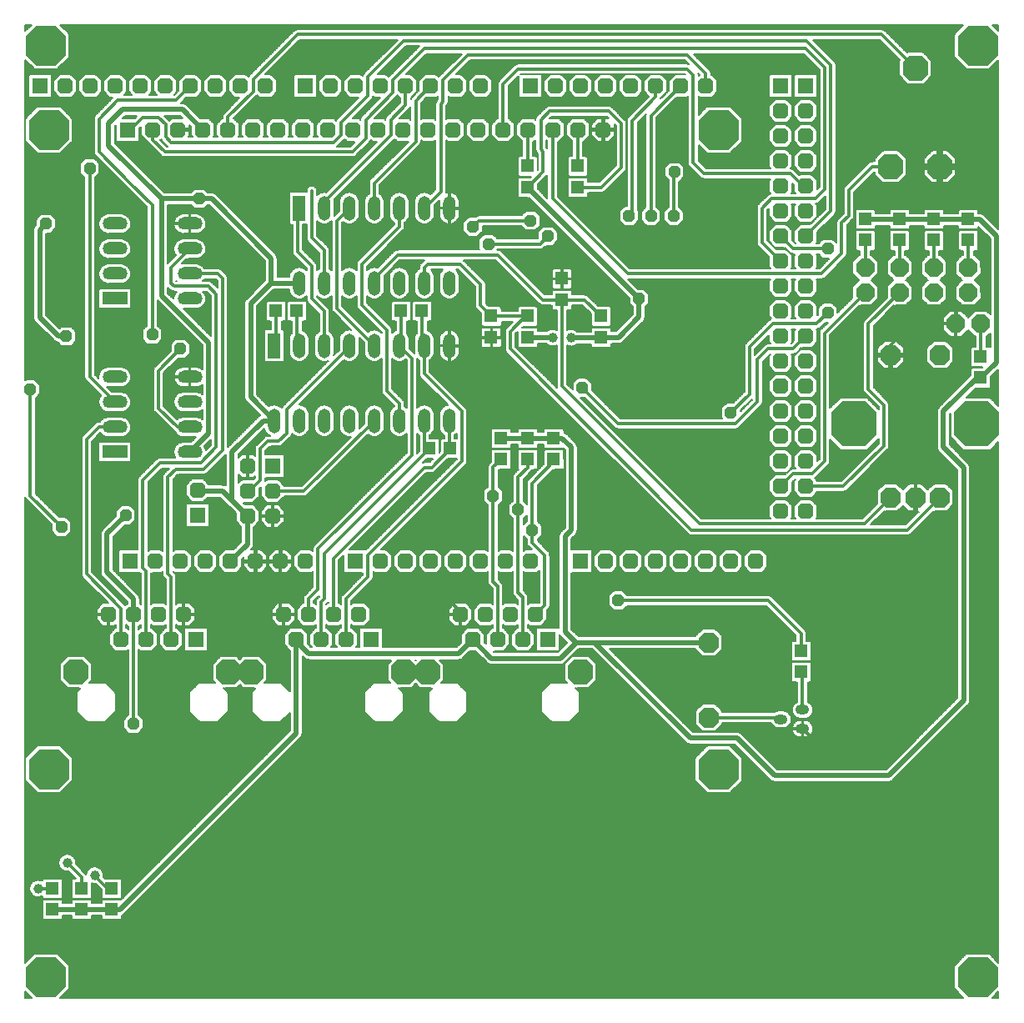
<source format=gbl>
%FSLAX35Y35*%
%MOIN*%
%IN2=KupferuntenL1(X.GBL)*%
%ADD10C,0.00591*%
%ADD11C,0.00768*%
%ADD12C,0.01181*%
%ADD13C,0.01535*%
%ADD14C,0.01575*%
%ADD15C,0.01969*%
%ADD16C,0.02362*%
%ADD17C,0.02559*%
%ADD18C,0.02795*%
%ADD19C,0.03937*%
%AMR_20*21,1,0.01181,0.01181,0,0,0.000*%
%ADD20R_20*%
%AMR_21*21,1,0.01250,0.01250,0,0,0.000*%
%ADD21R_21*%
%AMR_22*21,1,0.01280,0.01280,0,0,0.000*%
%ADD22R_22*%
%AMR_23*21,1,0.01575,0.01575,0,0,0.000*%
%ADD23R_23*%
%AMR_24*21,1,0.01772,0.01772,0,0,0.000*%
%ADD24R_24*%
%AMR_25*21,1,0.01969,0.01969,0,0,0.000*%
%ADD25R_25*%
%AMR_26*21,1,0.02461,0.02461,0,0,0.000*%
%ADD26R_26*%
%AMR_27*21,1,0.04587,0.05433,0,0,90.000*%
%ADD27R_27*%
%AMR_28*21,1,0.05000,0.05000,0,0,0.000*%
%ADD28R_28*%
%AMR_29*21,1,0.05000,0.05000,0,0,90.000*%
%ADD29R_29*%
%AMR_30*21,1,0.05000,0.05000,0,0,180.000*%
%ADD30R_30*%
%AMR_31*21,1,0.05000,0.05000,0,0,270.000*%
%ADD31R_31*%
%AMR_32*21,1,0.05000,0.09843,0,0,0.000*%
%ADD32R_32*%
%AMR_33*21,1,0.05000,0.10000,0,0,90.000*%
%ADD33R_33*%
%AMR_34*21,1,0.05118,0.06102,0,0,0.000*%
%ADD34R_34*%
%AMR_35*21,1,0.05118,0.06102,0,0,90.000*%
%ADD35R_35*%
%AMR_36*21,1,0.19685,0.19685,0,0,0.000*%
%ADD36R_36*%
%AMOCT_37*4,1,8,0.023622,0.011811,0.011811,0.023622,-0.011811,0.023622,-0.023622,0.011811,-0.023622,-0.011811,-0.011811,-0.023622,0.011811,-0.023622,0.023622,-0.011811,0.023622,0.011811,0.000*%
%ADD37OCT_37*%
%AMOCT_38*4,1,8,0.031496,0.015748,0.015748,0.031496,-0.015748,0.031496,-0.031496,0.015748,-0.031496,-0.015748,-0.015748,-0.031496,0.015748,-0.031496,0.031496,-0.015748,0.031496,0.015748,-0.000*%
%ADD38OCT_38*%
%AMOCT_39*4,1,8,0.031496,0.015748,0.015748,0.031496,-0.015748,0.031496,-0.031496,0.015748,-0.031496,-0.015748,-0.015748,-0.031496,0.015748,-0.031496,0.031496,-0.015748,0.031496,0.015748,90.000*%
%ADD39OCT_39*%
%AMOCT_40*4,1,8,0.031496,0.015748,0.015748,0.031496,-0.015748,0.031496,-0.031496,0.015748,-0.031496,-0.015748,-0.015748,-0.031496,0.015748,-0.031496,0.031496,-0.015748,0.031496,0.015748,180.000*%
%ADD40OCT_40*%
%AMOCT_41*4,1,8,0.031496,0.015748,0.015748,0.031496,-0.015748,0.031496,-0.031496,0.015748,-0.031496,-0.015748,-0.015748,-0.031496,0.015748,-0.031496,0.031496,-0.015748,0.031496,0.015748,270.000*%
%ADD41OCT_41*%
%AMOCT_42*4,1,8,0.035433,0.017717,0.017717,0.035433,-0.017717,0.035433,-0.035433,0.017717,-0.035433,-0.017717,-0.017717,-0.035433,0.017717,-0.035433,0.035433,-0.017717,0.035433,0.017717,180.000*%
%ADD42OCT_42*%
%AMOCT_43*4,1,8,0.035433,0.017717,0.017717,0.035433,-0.017717,0.035433,-0.035433,0.017717,-0.035433,-0.017717,-0.017717,-0.035433,0.017717,-0.035433,0.035433,-0.017717,0.035433,0.017717,270.000*%
%ADD43OCT_43*%
%AMOCT_44*4,1,8,0.039370,0.019685,0.019685,0.039370,-0.019685,0.039370,-0.039370,0.019685,-0.039370,-0.019685,-0.019685,-0.039370,0.019685,-0.039370,0.039370,-0.019685,0.039370,0.019685,0.000*%
%ADD44OCT_44*%
%AMOCT_45*4,1,8,0.039370,0.019685,0.019685,0.039370,-0.019685,0.039370,-0.039370,0.019685,-0.039370,-0.019685,-0.019685,-0.039370,0.019685,-0.039370,0.039370,-0.019685,0.039370,0.019685,270.000*%
%ADD45OCT_45*%
%AMOCT_46*4,1,8,0.049213,0.024606,0.024606,0.049213,-0.024606,0.049213,-0.049213,0.024606,-0.049213,-0.024606,-0.024606,-0.049213,0.024606,-0.049213,0.049213,-0.024606,0.049213,0.024606,180.000*%
%ADD46OCT_46*%
%AMOCT_47*4,1,8,0.062992,0.031496,0.031496,0.062992,-0.031496,0.062992,-0.062992,0.031496,-0.062992,-0.031496,-0.031496,-0.062992,0.031496,-0.062992,0.062992,-0.031496,0.062992,0.031496,180.000*%
%ADD47OCT_47*%
%AMOCT_48*4,1,8,0.078740,0.039370,0.039370,0.078740,-0.039370,0.078740,-0.078740,0.039370,-0.078740,-0.039370,-0.039370,-0.078740,0.039370,-0.078740,0.078740,-0.039370,0.078740,0.039370,0.000*%
%ADD48OCT_48*%
%AMOCT_49*4,1,8,0.078740,0.039370,0.039370,0.078740,-0.039370,0.078740,-0.078740,0.039370,-0.078740,-0.039370,-0.039370,-0.078740,0.039370,-0.078740,0.078740,-0.039370,0.078740,0.039370,180.000*%
%ADD49OCT_49*%
%AMOCT_50*4,1,8,0.090551,0.045276,0.045276,0.090551,-0.045276,0.090551,-0.090551,0.045276,-0.090551,-0.045276,-0.045276,-0.090551,0.045276,-0.090551,0.090551,-0.045276,0.090551,0.045276,0.000*%
%ADD50OCT_50*%
%AMO_51*20,1,0.03937,-0.00787,0.00000,0.00787,0.00000,0*1,1,0.03937,-0.00787,0.00000*1,1,0.03937,0.00787,0.00000*%
%ADD51O_51*%
%AMO_52*20,1,0.05000,0.00000,-0.02421,0.00000,0.02421,0*1,1,0.05000,0.00000,-0.02421*1,1,0.05000,0.00000,0.02421*%
%ADD52O_52*%
%AMO_53*20,1,0.05000,0.02500,0.00000,-0.02500,0.00000,0*1,1,0.05000,0.02500,0.00000*1,1,0.05000,-0.02500,0.00000*%
%ADD53O_53*%
%AMRR_54*21,1,0.06299,0.05039,0,0,-0.000*21,1,0.05039,0.06299,0,0,-0.000*1,1,0.01260,0.02520,0.02520*1,1,0.01260,-0.02520,-0.02520*1,1,0.01260,0.02520,-0.02520*1,1,0.01260,-0.02520,0.02520*%
%ADD54RR_54*%
%AMRR_55*21,1,0.06299,0.05039,0,0,90.000*21,1,0.05039,0.06299,0,0,90.000*1,1,0.01260,-0.02520,0.02520*1,1,0.01260,0.02520,-0.02520*1,1,0.01260,0.02520,0.02520*1,1,0.01260,-0.02520,-0.02520*%
%ADD55RR_55*%
%AMRR_56*21,1,0.06299,0.05039,0,0,180.000*21,1,0.05039,0.06299,0,0,180.000*1,1,0.01260,-0.02520,-0.02520*1,1,0.01260,0.02520,0.02520*1,1,0.01260,-0.02520,0.02520*1,1,0.01260,0.02520,-0.02520*%
%ADD56RR_56*%
%AMRR_57*21,1,0.06299,0.05039,0,0,270.000*21,1,0.05039,0.06299,0,0,270.000*1,1,0.01260,0.02520,-0.02520*1,1,0.01260,-0.02520,0.02520*1,1,0.01260,-0.02520,-0.02520*1,1,0.01260,0.02520,0.02520*%
%ADD57RR_57*%
G54D10*
X351597Y49072D02*
X353824Y51299D01*
X354242Y50881D01*
X352015Y48654D01*
X351597Y49072D01*
X351731Y49205D02*
X352566Y49205D01*
X352282Y49756D02*
X353117Y49756D01*
X352833Y50308D02*
X353668Y50308D01*
X353384Y50859D02*
X354219Y50859D01*
X54072Y95046D02*
X56299Y92819D01*
X55881Y92401D01*
X53654Y94628D01*
X54072Y95046D01*
X55330Y92952D02*
X56165Y92952D01*
X54779Y93503D02*
X55614Y93503D01*
X54228Y94055D02*
X55063Y94055D01*
X53676Y94606D02*
X54512Y94606D01*
X53654Y90174D02*
X55881Y92401D01*
X56299Y91983D01*
X54072Y89756D01*
X53654Y90174D01*
X53788Y90308D02*
X54623Y90308D01*
X54339Y90859D02*
X55174Y90859D01*
X54890Y91410D02*
X55725Y91410D01*
X55441Y91961D02*
X56276Y91961D01*
X58526Y89756D02*
X56299Y91983D01*
X56716Y92401D01*
X58943Y90174D01*
X58526Y89756D01*
X57975Y90308D02*
X58810Y90308D01*
X57423Y90859D02*
X58259Y90859D01*
X56872Y91410D02*
X57707Y91410D01*
X56321Y91961D02*
X57156Y91961D01*
G54D12*
X63100Y349596D02*
X63346Y349350D01*
X174350Y318100D02*
X171850Y318100D01*
X104350Y156850D02*
X105600Y155600D01*
X348257Y259409D02*
X348257Y263257D01*
X340433Y98740D02*
X349242Y107549D01*
X329950Y98651D02*
X340344Y98651D01*
X374350Y246850D02*
X374350Y271850D01*
X358100Y230600D02*
X374350Y246850D01*
X358100Y202322D02*
X358100Y230600D01*
X65600Y155600D02*
X105600Y155600D01*
X104350Y156850D02*
X104350Y176850D01*
X348257Y263257D02*
X356850Y271850D01*
X374350Y271850D01*
X351742Y53799D02*
X354242Y51299D01*
X340344Y98651D02*
X340433Y98740D01*
X351742Y53799D02*
X351742Y63090D01*
X56299Y92401D02*
X65600Y101702D01*
X65600Y155600D01*
X180425Y263100D02*
X171850Y263100D01*
X171850Y318100D02*
X174350Y318100D01*
X206225Y318100D02*
X216850Y307475D01*
X216850Y289800D01*
X174350Y318100D02*
X196850Y318100D01*
X176225Y156850D02*
X169350Y163725D01*
X176225Y156850D02*
X176225Y155600D01*
X196850Y340600D02*
X196850Y318100D01*
X206225Y318100D01*
X169350Y163725D02*
X169350Y204975D01*
X180425Y216050D01*
X180425Y263100D01*
X183725Y266400D01*
X188725Y266400D01*
X313056Y109985D02*
X316190Y106850D01*
X327475Y106850D01*
X329950Y104375D01*
X329950Y98651D01*
X223100Y326400D02*
X232650Y326400D01*
X240600Y334350D01*
X240600Y351850D01*
X235600Y356850D02*
X240600Y351850D01*
X235600Y356850D02*
X211850Y356850D01*
X208412Y353412D02*
X211850Y356850D01*
X208412Y353412D02*
X208412Y341537D01*
X209350Y340600D01*
X209350Y332650D01*
X203100Y326400D01*
X223100Y334800D02*
X223100Y349104D01*
X223346Y349350D01*
X261537Y314975D02*
X261537Y315600D01*
X261537Y314975D02*
X261537Y332162D01*
X261850Y332475D01*
X193346Y349596D02*
X193346Y349350D01*
X313100Y326850D02*
X308100Y331850D01*
X313100Y326850D02*
X314350Y326850D01*
X273725Y331850D02*
X308100Y331850D01*
X273725Y331850D02*
X269350Y336225D01*
X269350Y371225D02*
X269350Y336225D01*
X269350Y371225D02*
X266850Y373725D01*
X199350Y373725D01*
X193346Y367721D01*
X193346Y349596D01*
X193346Y349350D01*
X44350Y349350D02*
X49350Y354350D01*
X44350Y349350D02*
X43346Y349350D01*
X49350Y354350D02*
X55600Y354350D01*
X58412Y351537D02*
X55600Y354350D01*
X58412Y351537D02*
X58412Y346537D01*
X60600Y344350D01*
X125600Y344350D01*
X128412Y347162D02*
X125600Y344350D01*
X128412Y347162D02*
X128412Y352162D01*
X139350Y363100D01*
X139350Y370600D01*
X153725Y384975D02*
X139350Y370600D01*
X314662Y384975D02*
X153725Y384975D01*
X314662Y384975D02*
X324350Y375287D01*
X324350Y316850D01*
X314350Y306850D01*
X138412Y345912D02*
X133100Y340600D01*
X138412Y345912D02*
X138412Y353412D01*
X149350Y364350D01*
X149350Y369350D01*
X161850Y381850D02*
X149350Y369350D01*
X58100Y340600D02*
X133100Y340600D01*
X58100Y340600D02*
X53346Y345354D01*
X53346Y349350D01*
X161850Y381850D02*
X314350Y381850D01*
X321850Y374350D01*
X321850Y325600D01*
X318100Y321850D01*
X300600Y321850D01*
X296850Y318100D01*
X296850Y304350D01*
X304350Y296850D01*
X213100Y349104D02*
X213100Y321850D01*
X213100Y349104D02*
X213346Y349350D01*
X213100Y321850D02*
X243100Y291850D01*
X320600Y291850D01*
X328725Y299975D02*
X320600Y291850D01*
X328725Y312162D02*
X328725Y299975D01*
X328725Y312162D02*
X331537Y314975D01*
X331537Y325287D01*
X340915Y334665D01*
X348257Y334665D01*
X344660Y387475D02*
X358100Y374035D01*
X344660Y387475D02*
X111225Y387475D01*
X93412Y369662D01*
X93412Y364662D01*
X83346Y354596D01*
X83346Y349350D01*
X203100Y334800D02*
X203100Y349104D01*
X203346Y349350D01*
X338100Y294350D02*
X338100Y305150D01*
X351850Y294350D02*
X351850Y305150D01*
X365600Y294350D02*
X365600Y305150D01*
X379350Y294350D02*
X379350Y305150D01*
X304350Y206850D02*
X301850Y206850D01*
X338100Y284350D02*
X321850Y268100D01*
X321850Y216850D01*
X316850Y211850D01*
X309350Y211850D01*
X304350Y206850D01*
X314350Y206850D02*
X329350Y206850D01*
X345600Y223100D01*
X345600Y239350D01*
X339350Y245600D01*
X339350Y271850D01*
X351850Y284350D01*
X384350Y258550D02*
X384350Y271850D01*
X4350Y245600D02*
X4350Y203100D01*
X16850Y190600D01*
X111050Y263900D02*
X111050Y276850D01*
X102650Y263900D02*
X102650Y276850D01*
X152650Y263900D02*
X152650Y276850D01*
X152650Y263900D02*
X151850Y263100D01*
X156850Y258100D01*
X156850Y219350D01*
X119350Y181850D01*
X119350Y165600D01*
X115600Y161850D01*
X115600Y155600D01*
X161050Y263900D02*
X161050Y276850D01*
X161050Y263900D02*
X161850Y263100D01*
X161850Y251850D02*
X161850Y263100D01*
X161850Y251850D02*
X176850Y236850D01*
X176850Y216850D02*
X176850Y236850D01*
X176850Y216850D02*
X139350Y179350D01*
X139350Y170600D01*
X130600Y161850D01*
X130600Y145600D01*
X171850Y222300D02*
X171850Y233100D01*
X171850Y222300D02*
X172300Y221850D01*
X164800Y214350D01*
X161850Y214350D01*
X125600Y178100D01*
X125600Y155600D01*
X163900Y221850D02*
X161850Y223900D01*
X161850Y233100D01*
X163900Y221850D02*
X121850Y179800D01*
X121850Y161850D01*
X120600Y160600D01*
X120600Y145600D01*
X45600Y155600D02*
X45600Y111850D01*
X116850Y281850D02*
X121850Y276850D01*
X121850Y263100D01*
X111225Y317475D02*
X111225Y300600D01*
X111225Y317475D02*
X111850Y318100D01*
X111225Y300600D02*
X116850Y294975D01*
X116850Y281850D01*
X131850Y318100D02*
X126850Y313100D01*
X126850Y278100D01*
X141850Y263100D01*
X151850Y233100D02*
X151850Y239975D01*
X146850Y244975D01*
X146850Y269350D01*
X136850Y279350D01*
X136850Y295600D01*
X151850Y310600D01*
X151850Y318100D01*
X158412Y360912D02*
X164350Y366850D01*
X158412Y360912D02*
X158412Y344662D01*
X141850Y328100D01*
X141850Y318100D01*
X148412Y347162D02*
X121850Y320600D01*
X121850Y318100D01*
X154350Y359350D02*
X154350Y366850D01*
X154350Y359350D02*
X148412Y353412D01*
X148412Y347162D01*
X168412Y324662D02*
X161850Y318100D01*
X168412Y324662D02*
X168412Y359662D01*
X169350Y360600D01*
X169350Y369350D01*
X179350Y379350D02*
X169350Y369350D01*
X179350Y379350D02*
X266850Y379350D01*
X274350Y371850D01*
X274350Y366850D01*
X31850Y230600D02*
X38100Y230600D01*
X31850Y230600D02*
X26850Y225600D01*
X26850Y171850D02*
X26850Y225600D01*
X26850Y171850D02*
X40600Y158100D01*
X40600Y145600D01*
X60600Y145600D02*
X60600Y170600D01*
X59350Y171850D01*
X59350Y199350D02*
X59350Y171850D01*
X68100Y291850D02*
X79350Y291850D01*
X81225Y289975D02*
X79350Y291850D01*
X81225Y221225D02*
X81225Y289975D01*
X81225Y221225D02*
X73725Y213725D01*
X62475Y213725D01*
X59350Y210600D01*
X59350Y199350D01*
X50600Y173100D02*
X50600Y145600D01*
X50600Y173100D02*
X49350Y174350D01*
X49350Y193100D02*
X49350Y174350D01*
X60600Y294350D02*
X68100Y301850D01*
X60600Y294350D02*
X60600Y288100D01*
X61850Y286850D01*
X75600Y286850D01*
X78725Y283725D02*
X75600Y286850D01*
X78725Y222475D02*
X78725Y283725D01*
X78725Y222475D02*
X72475Y216225D01*
X56225Y216225D01*
X49350Y209350D01*
X49350Y193100D01*
X83612Y132608D02*
X92588Y132608D01*
X153612Y132608D02*
X163213Y132608D01*
X13100Y46050D02*
X7450Y46050D01*
X24975Y50531D02*
X19109Y56397D01*
X24975Y50531D02*
X24975Y46050D01*
X35327Y46050D02*
X29980Y51397D01*
X30088Y51397D02*
X29980Y51397D01*
X36850Y46050D02*
X35327Y46050D01*
X28100Y334037D02*
X28100Y250600D01*
X38100Y240600D01*
X313056Y132069D02*
X313056Y117465D01*
X313056Y132069D02*
X312475Y132650D01*
X303769Y114350D02*
X275600Y114350D01*
X303769Y114350D02*
X304394Y113725D01*
X304350Y306850D02*
X309350Y301850D01*
X323100Y301850D01*
X284350Y236225D02*
X291850Y243725D01*
X291850Y262475D01*
X301225Y271850D01*
X318725Y271850D01*
X323100Y276225D01*
X239350Y161225D02*
X299350Y161225D01*
X312475Y148100D01*
X312475Y141050D01*
X161850Y288100D02*
X161850Y294350D01*
X163100Y295600D01*
X176225Y295600D01*
X184350Y287475D01*
X188725Y274800D02*
X202300Y274800D01*
X184350Y279175D02*
X184350Y287475D01*
X184350Y279175D02*
X188725Y274800D01*
X203100Y274800D02*
X202300Y274800D01*
X203100Y274800D01*
X202300Y274800D02*
X196225Y268725D01*
X196225Y261850D01*
X268725Y189350D01*
X354970Y189350D01*
X367942Y202322D01*
X266225Y364975D02*
X264350Y366850D01*
X252475Y354975D02*
X264350Y366850D01*
X252475Y354975D02*
X252475Y314975D01*
X187475Y303725D02*
X208100Y303725D01*
X211225Y306850D01*
X131850Y263100D02*
X131850Y262475D01*
X103725Y224975D02*
X106850Y228100D01*
X103725Y224975D02*
X99350Y224975D01*
X96225Y221850D01*
X91850Y204975D02*
X96225Y209350D01*
X91850Y204975D02*
X91225Y204975D01*
X96225Y209350D02*
X96225Y221850D01*
X106850Y228100D02*
X106850Y237475D01*
X131850Y262475D01*
X131850Y259350D01*
X101225Y204975D02*
X113725Y204975D01*
X141850Y233100D01*
X209975Y159350D02*
X206225Y155600D01*
X213725Y216850D02*
X204975Y208100D01*
X213725Y216850D02*
X213725Y217650D01*
X204975Y208100D02*
X204975Y189350D01*
X204975Y184350D02*
X209975Y179350D01*
X209975Y159350D01*
X204975Y189350D02*
X204975Y184350D01*
X203100Y217650D02*
X203100Y214350D01*
X199350Y210600D01*
X199350Y197475D01*
X199350Y164350D02*
X201225Y162475D01*
X201225Y145600D01*
X199350Y197475D02*
X199350Y164350D01*
X191225Y145600D02*
X191225Y166850D01*
X189350Y168725D01*
X189350Y203100D01*
X189350Y214525D02*
X192475Y217650D01*
X189350Y203100D02*
X189350Y214525D01*
X314350Y266850D02*
X309350Y261850D01*
X299350Y261850D01*
X294975Y257475D01*
X294975Y240600D01*
X286225Y231850D01*
X224975Y246225D02*
X239350Y231850D01*
X286225Y231850D01*
X141850Y288100D02*
X141850Y289975D01*
X151225Y299350D01*
X191225Y299350D01*
X209175Y281400D01*
X216850Y281400D01*
X216850Y260600D01*
X216850Y246850D01*
X271850Y191850D01*
X337785Y191850D01*
X348257Y202322D01*
X216850Y281400D02*
X225875Y281400D01*
X232475Y274800D01*
X254350Y366850D02*
X254350Y362475D01*
X244975Y353100D01*
X181225Y310600D02*
X183725Y313100D01*
X204350Y313100D01*
X244975Y316225D02*
X244975Y353100D01*
X244975Y316225D02*
X243725Y314975D01*
X64350Y261850D02*
X55600Y253100D01*
X55600Y238100D01*
X63100Y230600D01*
X68100Y230600D01*
X121850Y288100D02*
X121850Y299975D01*
X121850Y301225D01*
X116850Y306225D01*
X116850Y324975D01*
X68350Y366850D02*
X62725Y361225D01*
X39350Y361225D01*
X31850Y353725D01*
X31850Y340600D01*
X44350Y328100D01*
X53100Y319350D01*
X53100Y267475D01*
G54D15*
X338100Y313550D02*
X351850Y313550D01*
X365600Y313550D01*
X379350Y313550D01*
X247650Y281850D02*
X203100Y326400D01*
X379350Y313550D02*
X383900Y313550D01*
X390646Y306804D01*
X390646Y271732D01*
X73412Y349596D02*
X73100Y349350D01*
X35600Y351850D02*
X35600Y343100D01*
X56850Y321850D01*
X56850Y283100D01*
X75600Y264350D01*
X75600Y228100D01*
X68100Y220600D01*
X83100Y178100D02*
X84350Y176850D01*
X71850Y321850D02*
X56850Y321850D01*
X390600Y271686D02*
X390600Y256400D01*
X390600Y271686D02*
X390646Y271732D01*
X390600Y256400D02*
X384350Y250150D01*
X73412Y349596D02*
X73346Y349350D01*
X105600Y288100D02*
X111850Y288100D01*
X110600Y108100D02*
X110600Y144975D01*
X10600Y311850D02*
X8100Y309350D01*
X8100Y274350D01*
X15600Y266850D01*
X18725Y266850D01*
X13100Y37650D02*
X24975Y37650D01*
X36850Y37650D01*
X110600Y108100D02*
X40150Y37650D01*
X36850Y37650D01*
X203275Y266225D02*
X203100Y266400D01*
X232300Y266225D02*
X232475Y266400D01*
X239525Y266400D01*
X247650Y274525D01*
X247650Y281850D01*
X212925Y266400D02*
X213100Y266225D01*
X232300Y266225D02*
X220590Y266225D01*
X203100Y266400D02*
X212925Y266400D01*
X105600Y288100D02*
X100600Y288100D01*
X92475Y279975D01*
X92475Y242475D01*
X101850Y233100D01*
X110600Y145600D02*
X110600Y144975D01*
X110600Y145600D01*
X115600Y139975D02*
X110600Y144975D01*
X115600Y139975D02*
X175600Y139975D01*
X181225Y145600D01*
X275600Y144350D02*
X229975Y144350D01*
X222475Y144350D02*
X216225Y138100D01*
X188725Y138100D01*
X181225Y145600D01*
X101850Y233100D02*
X97475Y233100D01*
X84975Y220600D01*
X84975Y201225D01*
X91225Y194975D01*
X91225Y183725D01*
X84350Y176850D01*
X192475Y226050D02*
X203100Y226050D01*
X192300Y226225D02*
X192475Y226050D01*
X203100Y226050D02*
X213725Y226050D01*
X35600Y351850D02*
X41225Y357475D01*
X65221Y357475D01*
X73346Y349350D01*
X213725Y226050D02*
X217025Y226050D01*
X220600Y222475D01*
X220600Y189350D01*
X218100Y186850D01*
X218100Y148725D01*
X222475Y144350D01*
X71850Y321850D02*
X76850Y321850D01*
X100600Y298100D01*
X100600Y288100D01*
X110600Y144975D02*
X109975Y145600D01*
X110600Y145600D01*
X383900Y250600D02*
X383100Y250600D01*
X383900Y250600D02*
X384350Y250150D01*
X383100Y250600D02*
X384350Y250150D01*
X383100Y250600D02*
X369350Y236850D01*
X369350Y222475D01*
X377475Y214350D01*
X377475Y121225D01*
X347475Y91225D01*
X301850Y91225D01*
X286850Y106225D01*
X268100Y106225D01*
X229975Y144350D01*
X222475Y144350D01*
X71537Y204975D02*
X81225Y204975D01*
X71537Y204975D02*
X71225Y205287D01*
X81225Y204975D02*
X84975Y201225D01*
X42475Y195287D02*
X34975Y187787D01*
X34975Y172475D01*
X45600Y161850D01*
X45600Y155600D01*
G54D19*
X349242Y107549D03*
X329950Y98651D03*
X354242Y51299D03*
X351742Y63090D03*
X56299Y92401D03*
X220590Y266225D03*
X213100Y266225D03*
X7450Y46050D03*
X19109Y56397D03*
X30088Y51397D03*
G54D29*
X338100Y313550D03*
X338100Y305150D03*
X351850Y313550D03*
X351850Y305150D03*
X365600Y313550D03*
X365600Y305150D03*
X379350Y313550D03*
X379350Y305150D03*
X188725Y274800D03*
X188725Y266400D03*
X192475Y226050D03*
X192475Y217650D03*
X203100Y226050D03*
X203100Y217650D03*
X213725Y226050D03*
X213725Y217650D03*
G54D30*
X152650Y276850D03*
X161050Y276850D03*
X163900Y221850D03*
X172300Y221850D03*
X102650Y276850D03*
X111050Y276850D03*
G54D31*
X223100Y326400D03*
X223100Y334800D03*
X203100Y326400D03*
X203100Y334800D03*
X384350Y250150D03*
X384350Y258550D03*
X36850Y37650D03*
X36850Y46050D03*
X24975Y37650D03*
X24975Y46050D03*
X13100Y37650D03*
X13100Y46050D03*
X312475Y132650D03*
X312475Y141050D03*
X216850Y281400D03*
X216850Y289800D03*
X203100Y266400D03*
X203100Y274800D03*
X232475Y266400D03*
X232475Y274800D03*
G54D32*
X101850Y263100D03*
X111850Y318100D03*
G54D33*
X38100Y220600D03*
X38100Y281850D03*
G54D37*
X196850Y340600D03*
X247650Y281850D03*
X71850Y321850D03*
X10600Y311850D03*
X18725Y266850D03*
X261850Y332475D03*
X261537Y314975D03*
X4350Y245600D03*
X16850Y190600D03*
X45600Y111850D03*
X42475Y195287D03*
X28100Y334037D03*
X284350Y236225D03*
X323100Y301850D03*
X323100Y276225D03*
X239350Y161225D03*
X187475Y303725D03*
X211225Y306850D03*
X252475Y314975D03*
X204975Y189350D03*
X199350Y197475D03*
X189350Y203100D03*
X224975Y246225D03*
X181225Y310600D03*
X204350Y313100D03*
X243725Y314975D03*
X64350Y261850D03*
X53100Y267475D03*
G54D38*
X18350Y366850D03*
X28350Y366850D03*
X38350Y366850D03*
X48350Y366850D03*
X58350Y366850D03*
X68350Y366850D03*
X78350Y366850D03*
X88350Y366850D03*
X98350Y366850D03*
X54350Y176850D03*
X64350Y176850D03*
X74350Y176850D03*
X84350Y176850D03*
X94350Y176850D03*
X104350Y176850D03*
X114350Y176850D03*
X144350Y176850D03*
X154350Y176850D03*
X164350Y176850D03*
X174350Y176850D03*
X184350Y176850D03*
X194350Y176850D03*
X204350Y176850D03*
X234350Y176850D03*
X244350Y176850D03*
X254350Y176850D03*
X264350Y176850D03*
X274350Y176850D03*
X284350Y176850D03*
X294350Y176850D03*
X214350Y366850D03*
X224350Y366850D03*
X234350Y366850D03*
X244350Y366850D03*
X254350Y366850D03*
X264350Y366850D03*
X274350Y366850D03*
X124350Y366850D03*
X134350Y366850D03*
X144350Y366850D03*
X154350Y366850D03*
X164350Y366850D03*
X174350Y366850D03*
X184350Y366850D03*
X53346Y349350D03*
X63346Y349350D03*
X73346Y349350D03*
X83346Y349350D03*
X93346Y349350D03*
X103346Y349350D03*
X113346Y349350D03*
X123346Y349350D03*
X133346Y349350D03*
X143346Y349350D03*
X153346Y349350D03*
X163346Y349350D03*
X173346Y349350D03*
X183346Y349350D03*
X193346Y349350D03*
X203346Y349350D03*
X213346Y349350D03*
X223346Y349350D03*
X233346Y349350D03*
G54D39*
X71225Y205287D03*
G54D40*
X135600Y155600D03*
X130600Y145600D03*
X125600Y155600D03*
X120600Y145600D03*
X115600Y155600D03*
X110600Y145600D03*
X105600Y155600D03*
X65600Y155600D03*
X60600Y145600D03*
X55600Y155600D03*
X50600Y145600D03*
X45600Y155600D03*
X40600Y145600D03*
X35600Y155600D03*
X206225Y155600D03*
X201225Y145600D03*
X196225Y155600D03*
X191225Y145600D03*
X186225Y155600D03*
X181225Y145600D03*
X176225Y155600D03*
G54D41*
X304350Y356850D03*
X304350Y346850D03*
X304350Y336850D03*
X304350Y326850D03*
X304350Y316850D03*
X304350Y306850D03*
X304350Y296850D03*
X304350Y286850D03*
X304350Y276850D03*
X304350Y266850D03*
X304350Y256850D03*
X304350Y246850D03*
X304350Y236850D03*
X304350Y226850D03*
X304350Y216850D03*
X304350Y206850D03*
X304350Y196850D03*
X314350Y356850D03*
X314350Y346850D03*
X314350Y336850D03*
X314350Y326850D03*
X314350Y316850D03*
X314350Y306850D03*
X314350Y296850D03*
X314350Y286850D03*
X314350Y276850D03*
X314350Y266850D03*
X314350Y256850D03*
X314350Y246850D03*
X314350Y236850D03*
X314350Y226850D03*
X314350Y216850D03*
X314350Y206850D03*
X314350Y196850D03*
X91225Y214975D03*
X101225Y204975D03*
X91225Y204975D03*
X101225Y194975D03*
X91225Y194975D03*
G54D42*
X384350Y271850D03*
X374350Y271850D03*
G54D43*
X338100Y294350D03*
X338100Y284350D03*
X351850Y294350D03*
X351850Y284350D03*
X365600Y294350D03*
X365600Y284350D03*
X379350Y294350D03*
X379350Y284350D03*
G54D44*
X348257Y202322D03*
X358100Y202322D03*
X367942Y202322D03*
X348257Y259409D03*
X367942Y259409D03*
G54D45*
X275600Y144350D03*
X275600Y114350D03*
G54D46*
X367942Y334665D03*
X348257Y334665D03*
X358100Y374035D03*
X92588Y132608D03*
X153612Y132608D03*
X22588Y132608D03*
X83612Y132608D03*
X163213Y132608D03*
X224237Y132608D03*
G54D48*
X383100Y10600D03*
X10600Y10600D03*
X10600Y383100D03*
X383100Y383100D03*
G54D49*
X11742Y93759D03*
X11742Y349350D03*
X279458Y93759D03*
X279458Y349350D03*
G54D50*
X333494Y231850D03*
X382706Y231850D03*
G54D51*
X313056Y117465D03*
X313056Y109985D03*
X304394Y113725D03*
G54D52*
X111850Y263100D03*
X121850Y263100D03*
X131850Y263100D03*
X141850Y263100D03*
X151850Y263100D03*
X161850Y263100D03*
X171850Y263100D03*
X171850Y233100D03*
X161850Y233100D03*
X151850Y233100D03*
X141850Y233100D03*
X131850Y233100D03*
X121850Y233100D03*
X111850Y233100D03*
X101850Y233100D03*
X121850Y318100D03*
X131850Y318100D03*
X141850Y318100D03*
X151850Y318100D03*
X161850Y318100D03*
X171850Y318100D03*
X171850Y288100D03*
X161850Y288100D03*
X151850Y288100D03*
X141850Y288100D03*
X131850Y288100D03*
X121850Y288100D03*
X111850Y288100D03*
G54D53*
X38100Y230600D03*
X38100Y240600D03*
X38100Y250600D03*
X68100Y250600D03*
X68100Y240600D03*
X68100Y230600D03*
X68100Y220600D03*
X38100Y291850D03*
X38100Y301850D03*
X38100Y311850D03*
X68100Y311850D03*
X68100Y301850D03*
X68100Y291850D03*
X68100Y281850D03*
G54D54*
X8350Y366850D03*
X44350Y176850D03*
X134350Y176850D03*
X224350Y176850D03*
X204350Y366850D03*
X114350Y366850D03*
X43346Y349350D03*
G54D55*
X71225Y195287D03*
G54D56*
X140600Y145600D03*
X70600Y145600D03*
X211225Y145600D03*
G54D57*
X304350Y366850D03*
X314350Y366850D03*
X101225Y214975D03*
G36*
X94350Y176062D02*
X94350Y177637D01*
X99468Y177637D01*
X99468Y176062D01*
X94350Y176062D01*
D02*G37*
G36*
X93562Y176850D02*
X93562Y181968D01*
X95137Y181968D01*
X95137Y176850D01*
X93562Y176850D01*
D02*G37*
G36*
X89232Y176062D02*
X89232Y177637D01*
X94350Y177637D01*
X94350Y176062D01*
X89232Y176062D01*
D02*G37*
G36*
X93562Y171732D02*
X93562Y176850D01*
X95137Y176850D01*
X95137Y171732D01*
X93562Y171732D01*
D02*G37*
G36*
X104350Y176062D02*
X104350Y177637D01*
X109468Y177637D01*
X109468Y176062D01*
X104350Y176062D01*
D02*G37*
G36*
X103562Y176850D02*
X103562Y181968D01*
X105137Y181968D01*
X105137Y176850D01*
X103562Y176850D01*
D02*G37*
G36*
X99232Y176062D02*
X99232Y177637D01*
X104350Y177637D01*
X104350Y176062D01*
X99232Y176062D01*
D02*G37*
G36*
X233346Y348562D02*
X233346Y350137D01*
X238464Y350137D01*
X238464Y348562D01*
X233346Y348562D01*
D02*G37*
G36*
X232559Y349350D02*
X232559Y354468D01*
X234133Y354468D01*
X234133Y349350D01*
X232559Y349350D01*
D02*G37*
G36*
X228228Y348562D02*
X228228Y350137D01*
X233346Y350137D01*
X233346Y348562D01*
X228228Y348562D01*
D02*G37*
G36*
X232559Y344232D02*
X232559Y349350D01*
X234133Y349350D01*
X234133Y344232D01*
X232559Y344232D01*
D02*G37*
G36*
X63346Y348562D02*
X63346Y350137D01*
X68464Y350137D01*
X68464Y348562D01*
X63346Y348562D01*
D02*G37*
G36*
X367942Y333435D02*
X367942Y335895D01*
X375275Y335895D01*
X375275Y333435D01*
X367942Y333435D01*
D02*G37*
G36*
X366712Y334665D02*
X366712Y341998D01*
X369173Y341998D01*
X369173Y334665D01*
X366712Y334665D01*
D02*G37*
G36*
X360610Y333435D02*
X360610Y335895D01*
X367942Y335895D01*
X367942Y333435D01*
X360610Y333435D01*
D02*G37*
G36*
X366712Y327332D02*
X366712Y334665D01*
X369173Y334665D01*
X369173Y327332D01*
X366712Y327332D01*
D02*G37*
G36*
X357116Y196220D02*
X357116Y202322D01*
X359084Y202322D01*
X359084Y196220D01*
X357116Y196220D01*
D02*G37*
G36*
X348257Y258425D02*
X348257Y260393D01*
X354360Y260393D01*
X354360Y258425D01*
X348257Y258425D01*
D02*G37*
G36*
X342155Y258425D02*
X342155Y260393D01*
X348257Y260393D01*
X348257Y258425D01*
X342155Y258425D01*
D02*G37*
G36*
X347273Y253307D02*
X347273Y259409D01*
X349242Y259409D01*
X349242Y253307D01*
X347273Y253307D01*
D02*G37*
G36*
X373464Y271850D02*
X373464Y277460D01*
X375236Y277460D01*
X375236Y271850D01*
X373464Y271850D01*
D02*G37*
G36*
X105600Y154812D02*
X105600Y156387D01*
X110718Y156387D01*
X110718Y154812D01*
X105600Y154812D01*
D02*G37*
G36*
X104812Y150482D02*
X104812Y155600D01*
X106387Y155600D01*
X106387Y150482D01*
X104812Y150482D01*
D02*G37*
G36*
X30482Y154812D02*
X30482Y156387D01*
X35600Y156387D01*
X35600Y154812D01*
X30482Y154812D01*
D02*G37*
G36*
X34812Y150482D02*
X34812Y155600D01*
X36387Y155600D01*
X36387Y150482D01*
X34812Y150482D01*
D02*G37*
G36*
X64812Y155600D02*
X64812Y160718D01*
X66387Y160718D01*
X66387Y155600D01*
X64812Y155600D01*
D02*G37*
G36*
X171225Y263100D02*
X171225Y269827D01*
X172475Y269827D01*
X172475Y263100D01*
X171225Y263100D01*
D02*G37*
G36*
X167544Y262475D02*
X167544Y263725D01*
X171850Y263725D01*
X171850Y262475D01*
X167544Y262475D01*
D02*G37*
G36*
X171225Y256373D02*
X171225Y263100D01*
X172475Y263100D01*
X172475Y256373D01*
X171225Y256373D01*
D02*G37*
G36*
X171225Y318100D02*
X171225Y324827D01*
X172475Y324827D01*
X172475Y318100D01*
X171225Y318100D01*
D02*G37*
G36*
X167544Y317475D02*
X167544Y318725D01*
X171850Y318725D01*
X171850Y317475D01*
X167544Y317475D01*
D02*G37*
G36*
X171225Y311373D02*
X171225Y318100D01*
X172475Y318100D01*
X172475Y311373D01*
X171225Y311373D01*
D02*G37*
G36*
X67475Y250600D02*
X67475Y254906D01*
X68725Y254906D01*
X68725Y250600D01*
X67475Y250600D01*
D02*G37*
G36*
X61294Y249975D02*
X61294Y251225D01*
X68100Y251225D01*
X68100Y249975D01*
X61294Y249975D01*
D02*G37*
G36*
X67475Y246294D02*
X67475Y250600D01*
X68725Y250600D01*
X68725Y246294D01*
X67475Y246294D01*
D02*G37*
G36*
X67475Y311850D02*
X67475Y316156D01*
X68725Y316156D01*
X68725Y311850D01*
X67475Y311850D01*
D02*G37*
G36*
X61294Y311225D02*
X61294Y312475D01*
X68100Y312475D01*
X68100Y311225D01*
X61294Y311225D01*
D02*G37*
G36*
X67475Y307544D02*
X67475Y311850D01*
X68725Y311850D01*
X68725Y307544D01*
X67475Y307544D01*
D02*G37*
G36*
X312465Y109985D02*
X312465Y113725D01*
X313646Y113725D01*
X313646Y109985D01*
X312465Y109985D01*
D02*G37*
G36*
X308528Y109394D02*
X308528Y110575D01*
X313056Y110575D01*
X313056Y109394D01*
X308528Y109394D01*
D02*G37*
G36*
X312465Y106245D02*
X312465Y109985D01*
X313646Y109985D01*
X313646Y106245D01*
X312465Y106245D01*
D02*G37*
G36*
X188725Y265775D02*
X188725Y267025D01*
X193031Y267025D01*
X193031Y265775D01*
X188725Y265775D01*
D02*G37*
G36*
X188100Y266400D02*
X188100Y270706D01*
X189350Y270706D01*
X189350Y266400D01*
X188100Y266400D01*
D02*G37*
G36*
X188100Y262094D02*
X188100Y266400D01*
X189350Y266400D01*
X189350Y262094D01*
X188100Y262094D01*
D02*G37*
G36*
X216850Y289175D02*
X216850Y290425D01*
X221156Y290425D01*
X221156Y289175D01*
X216850Y289175D01*
D02*G37*
G36*
X212544Y289175D02*
X212544Y290425D01*
X216850Y290425D01*
X216850Y289175D01*
X212544Y289175D01*
D02*G37*
G36*
X216225Y285494D02*
X216225Y289800D01*
X217475Y289800D01*
X217475Y285494D01*
X216225Y285494D01*
D02*G37*
G36*
X90437Y214975D02*
X90437Y220093D01*
X92012Y220093D01*
X92012Y214975D01*
X90437Y214975D01*
D02*G37*
G36*
X90437Y209857D02*
X90437Y214975D01*
X92012Y214975D01*
X92012Y209857D01*
X90437Y209857D01*
D02*G37*
G36*
X101225Y194187D02*
X101225Y195762D01*
X106343Y195762D01*
X106343Y194187D01*
X101225Y194187D01*
D02*G37*
G36*
X100437Y194975D02*
X100437Y200093D01*
X102012Y200093D01*
X102012Y194975D01*
X100437Y194975D01*
D02*G37*
G36*
X96107Y194187D02*
X96107Y195762D01*
X101225Y195762D01*
X101225Y194187D01*
X96107Y194187D01*
D02*G37*
G36*
X100437Y189857D02*
X100437Y194975D01*
X102012Y194975D01*
X102012Y189857D01*
X100437Y189857D01*
D02*G37*
G36*
X171107Y154812D02*
X171107Y156387D01*
X176225Y156387D01*
X176225Y154812D01*
X171107Y154812D01*
D02*G37*
G36*
X175437Y150482D02*
X175437Y155600D01*
X177012Y155600D01*
X177012Y150482D01*
X175437Y150482D01*
D02*G37*
G36*
X196850Y340009D02*
X196850Y341190D01*
X200984Y341190D01*
X200984Y340009D01*
X196850Y340009D01*
D02*G37*
G36*
X196259Y340600D02*
X196259Y344734D01*
X197440Y344734D01*
X197440Y340600D01*
X196259Y340600D01*
D02*G37*
G36*
X192716Y340009D02*
X192716Y341190D01*
X196850Y341190D01*
X196850Y340009D01*
X192716Y340009D01*
D02*G37*
G36*
X349242Y106958D02*
X349242Y108139D01*
X352982Y108139D01*
X352982Y106958D01*
X349242Y106958D01*
D02*G37*
G36*
X348651Y107549D02*
X348651Y111289D01*
X349832Y111289D01*
X349832Y107549D01*
X348651Y107549D01*
D02*G37*
G36*
X326210Y98061D02*
X326210Y99242D01*
X329950Y99242D01*
X329950Y98061D01*
X326210Y98061D01*
D02*G37*
G36*
X329360Y94911D02*
X329360Y98651D01*
X330541Y98651D01*
X330541Y94911D01*
X329360Y94911D01*
D02*G37*
G36*
X354242Y50708D02*
X354242Y51889D01*
X357982Y51889D01*
X357982Y50708D01*
X354242Y50708D01*
D02*G37*
G36*
X351742Y62500D02*
X351742Y63681D01*
X355482Y63681D01*
X355482Y62500D01*
X351742Y62500D01*
D02*G37*
G36*
X351151Y63090D02*
X351151Y66830D01*
X352332Y66830D01*
X352332Y63090D01*
X351151Y63090D01*
D02*G37*
G36*
X348001Y62500D02*
X348001Y63681D01*
X351742Y63681D01*
X351742Y62500D01*
X348001Y62500D01*
D02*G37*
G54D10*
X2303Y2322D02*
X4842Y2322D01*
X16358Y2322D02*
X377342Y2322D01*
X388858Y2322D02*
X391397Y2322D01*
X2303Y2755D02*
X4409Y2755D01*
X16791Y2755D02*
X376909Y2755D01*
X389291Y2755D02*
X391397Y2755D01*
X2303Y3307D02*
X3858Y3307D01*
X17342Y3307D02*
X376358Y3307D01*
X389842Y3307D02*
X391397Y3307D01*
X2303Y3858D02*
X3307Y3858D01*
X17893Y3858D02*
X375807Y3858D01*
X390393Y3858D02*
X391397Y3858D01*
X2303Y4409D02*
X2755Y4409D01*
X18444Y4409D02*
X375255Y4409D01*
X390944Y4409D02*
X391397Y4409D01*
X2303Y4842D02*
X2322Y4842D01*
X391377Y4842D02*
X391397Y4842D01*
X391397Y2322D02*
X391397Y4842D01*
X388858Y2322D02*
X391377Y4842D01*
X4842Y2322D02*
X2322Y4842D01*
X2303Y2322D02*
X2303Y4842D01*
X18996Y4960D02*
X374704Y4960D01*
X19547Y5511D02*
X374153Y5511D01*
X377342Y2322D02*
X373875Y5787D01*
X16358Y2322D02*
X19824Y5787D01*
X373875Y5787D02*
X373828Y5826D01*
X19824Y5787D02*
X19871Y5826D01*
X373828Y5826D02*
X373793Y5866D01*
X19871Y5826D02*
X19907Y5866D01*
X373793Y5866D02*
X373766Y5905D01*
X19907Y5866D02*
X19934Y5905D01*
X373766Y5905D02*
X373745Y5944D01*
X19934Y5905D02*
X19955Y5944D01*
X373745Y5944D02*
X373729Y5984D01*
X19955Y5944D02*
X19971Y5984D01*
X19988Y6062D02*
X373712Y6062D01*
X373729Y5984D02*
X373718Y6023D01*
X19971Y5984D02*
X19981Y6023D01*
X373718Y6023D02*
X373712Y6062D01*
X19981Y6023D02*
X19988Y6062D01*
X373712Y6062D02*
X373710Y6141D01*
X19988Y6062D02*
X19990Y6141D01*
X19990Y6614D02*
X373710Y6614D01*
X19990Y7165D02*
X373710Y7165D01*
X19990Y7716D02*
X373710Y7716D01*
X19990Y8267D02*
X373710Y8267D01*
X19990Y8818D02*
X373710Y8818D01*
X19990Y9370D02*
X373710Y9370D01*
X19990Y9921D02*
X373710Y9921D01*
X19990Y10472D02*
X373710Y10472D01*
X19990Y11023D02*
X373710Y11023D01*
X19990Y11574D02*
X373710Y11574D01*
X19990Y12125D02*
X373710Y12125D01*
X19990Y12677D02*
X373710Y12677D01*
X19990Y13228D02*
X373710Y13228D01*
X19990Y13779D02*
X373710Y13779D01*
X19990Y14330D02*
X373710Y14330D01*
X19990Y14881D02*
X373710Y14881D01*
X373710Y6141D02*
X373712Y15118D01*
X19990Y6141D02*
X19988Y15118D01*
X373712Y15118D02*
X373718Y15157D01*
X19988Y15118D02*
X19981Y15157D01*
X373718Y15157D02*
X373729Y15196D01*
X19981Y15157D02*
X19971Y15196D01*
X373729Y15196D02*
X373745Y15236D01*
X19971Y15196D02*
X19955Y15236D01*
X373745Y15236D02*
X373766Y15275D01*
X19955Y15236D02*
X19934Y15275D01*
X373766Y15275D02*
X373822Y15354D01*
X19934Y15275D02*
X19877Y15354D01*
X19803Y15433D02*
X373897Y15433D01*
X373822Y15354D02*
X373897Y15433D01*
X19877Y15354D02*
X19803Y15433D01*
X19251Y15984D02*
X374448Y15984D01*
X2303Y16338D02*
X2303Y16338D01*
X391397Y16338D02*
X391397Y16338D01*
X2303Y16535D02*
X2500Y16535D01*
X18700Y16535D02*
X375000Y16535D01*
X391200Y16535D02*
X391397Y16535D01*
X2303Y17086D02*
X3051Y17086D01*
X18149Y17086D02*
X375551Y17086D01*
X390649Y17086D02*
X391397Y17086D01*
X2303Y17637D02*
X3602Y17637D01*
X17598Y17637D02*
X376102Y17637D01*
X390098Y17637D02*
X391397Y17637D01*
X2303Y18188D02*
X4153Y18188D01*
X17047Y18188D02*
X376653Y18188D01*
X389547Y18188D02*
X391397Y18188D01*
X2303Y18740D02*
X4704Y18740D01*
X16496Y18740D02*
X377204Y18740D01*
X388996Y18740D02*
X391397Y18740D01*
X2303Y19291D02*
X5255Y19291D01*
X15944Y19291D02*
X377755Y19291D01*
X388444Y19291D02*
X391397Y19291D01*
X2303Y19842D02*
X5807Y19842D01*
X15393Y19842D02*
X378307Y19842D01*
X387893Y19842D02*
X391397Y19842D01*
X391397Y16338D02*
X387893Y19842D01*
X2303Y16338D02*
X5807Y19842D01*
X373897Y15433D02*
X378307Y19842D01*
X19803Y15433D02*
X15393Y19842D01*
X387893Y19842D02*
X387846Y19881D01*
X378307Y19842D02*
X378354Y19881D01*
X15393Y19842D02*
X15346Y19881D01*
X5807Y19842D02*
X5854Y19881D01*
X387846Y19881D02*
X387778Y19921D01*
X378354Y19881D02*
X378422Y19921D01*
X15346Y19881D02*
X15278Y19921D01*
X5854Y19881D02*
X5922Y19921D01*
X6496Y20000D02*
X14704Y20000D01*
X378996Y20000D02*
X387204Y20000D01*
X387778Y19921D02*
X387598Y19960D01*
X378422Y19921D02*
X378602Y19960D01*
X15278Y19921D02*
X15098Y19960D01*
X5922Y19921D02*
X6102Y19960D01*
X387598Y19960D02*
X387204Y20000D01*
X378602Y19960D02*
X378996Y20000D01*
X15098Y19960D02*
X14704Y20000D01*
X6102Y19960D02*
X6496Y20000D01*
X2303Y20393D02*
X391397Y20393D01*
X2303Y20944D02*
X391397Y20944D01*
X2303Y21496D02*
X391397Y21496D01*
X2303Y22047D02*
X391397Y22047D01*
X2303Y22598D02*
X391397Y22598D01*
X2303Y23149D02*
X391397Y23149D01*
X2303Y23700D02*
X391397Y23700D01*
X2303Y24251D02*
X391397Y24251D01*
X2303Y24803D02*
X391397Y24803D01*
X2303Y25354D02*
X391397Y25354D01*
X2303Y25905D02*
X391397Y25905D01*
X2303Y26456D02*
X391397Y26456D01*
X2303Y27007D02*
X391397Y27007D01*
X2303Y27559D02*
X391397Y27559D01*
X2303Y28110D02*
X391397Y28110D01*
X2303Y28661D02*
X391397Y28661D01*
X2303Y29212D02*
X391397Y29212D01*
X2303Y29763D02*
X391397Y29763D01*
X2303Y30314D02*
X391397Y30314D01*
X2303Y30866D02*
X391397Y30866D01*
X2303Y31417D02*
X391397Y31417D01*
X2303Y31968D02*
X391397Y31968D01*
X2303Y32519D02*
X391397Y32519D01*
X2303Y33070D02*
X391397Y33070D01*
X2303Y33622D02*
X391397Y33622D01*
X40059Y33622D02*
X40452Y33661D01*
X33641Y33622D02*
X33248Y33661D01*
X28184Y33622D02*
X28577Y33661D01*
X21766Y33622D02*
X21373Y33661D01*
X16309Y33622D02*
X16702Y33661D01*
X9891Y33622D02*
X9498Y33661D01*
X40452Y33661D02*
X40632Y33700D01*
X33248Y33661D02*
X33067Y33700D01*
X28577Y33661D02*
X28757Y33700D01*
X21373Y33661D02*
X21192Y33700D01*
X16702Y33661D02*
X16882Y33700D01*
X9498Y33661D02*
X9317Y33700D01*
X40632Y33700D02*
X40700Y33740D01*
X33067Y33700D02*
X33000Y33740D01*
X28757Y33700D02*
X28825Y33740D01*
X21192Y33700D02*
X21125Y33740D01*
X16882Y33700D02*
X16950Y33740D01*
X9317Y33700D02*
X9250Y33740D01*
X40700Y33740D02*
X40747Y33779D01*
X33000Y33740D02*
X32952Y33779D01*
X28825Y33740D02*
X28872Y33779D01*
X21125Y33740D02*
X21077Y33779D01*
X16950Y33740D02*
X16997Y33779D01*
X9250Y33740D02*
X9202Y33779D01*
X40747Y33779D02*
X40783Y33818D01*
X32952Y33779D02*
X32917Y33818D01*
X28872Y33779D02*
X28908Y33818D01*
X21077Y33779D02*
X21042Y33818D01*
X16997Y33779D02*
X17033Y33818D01*
X9202Y33779D02*
X9167Y33818D01*
X40783Y33818D02*
X40810Y33858D01*
X32917Y33818D02*
X32890Y33858D01*
X28908Y33818D02*
X28935Y33858D01*
X21042Y33818D02*
X21015Y33858D01*
X17033Y33818D02*
X17060Y33858D01*
X9167Y33818D02*
X9140Y33858D01*
X40810Y33858D02*
X40831Y33897D01*
X32890Y33858D02*
X32869Y33897D01*
X28935Y33858D02*
X28956Y33897D01*
X21015Y33858D02*
X20994Y33897D01*
X17060Y33858D02*
X17081Y33897D01*
X9140Y33858D02*
X9119Y33897D01*
X40831Y33897D02*
X40847Y33937D01*
X32869Y33897D02*
X32853Y33937D01*
X28956Y33897D02*
X28972Y33937D01*
X20994Y33897D02*
X20978Y33937D01*
X17081Y33897D02*
X17097Y33937D01*
X9119Y33897D02*
X9103Y33937D01*
X40847Y33937D02*
X40857Y33976D01*
X32853Y33937D02*
X32842Y33976D01*
X28972Y33937D02*
X28982Y33976D01*
X20978Y33937D02*
X20967Y33976D01*
X17097Y33937D02*
X17107Y33976D01*
X9103Y33937D02*
X9092Y33976D01*
X40857Y33976D02*
X40864Y34015D01*
X32842Y33976D02*
X32836Y34015D01*
X28982Y33976D02*
X28989Y34015D01*
X20967Y33976D02*
X20961Y34015D01*
X17107Y33976D02*
X17114Y34015D01*
X9092Y33976D02*
X9086Y34015D01*
X40864Y34015D02*
X40866Y34094D01*
X32836Y34015D02*
X32834Y34094D01*
X28989Y34015D02*
X28991Y34094D01*
X20961Y34015D02*
X20959Y34094D01*
X17114Y34015D02*
X17116Y34094D01*
X9086Y34015D02*
X9084Y34094D01*
X2303Y34173D02*
X9084Y34173D01*
X17116Y34173D02*
X20959Y34173D01*
X28991Y34173D02*
X32834Y34173D01*
X40866Y34173D02*
X391397Y34173D01*
X2303Y34724D02*
X9084Y34724D01*
X17116Y34724D02*
X20959Y34724D01*
X28991Y34724D02*
X32834Y34724D01*
X40866Y34724D02*
X391397Y34724D01*
X17116Y35118D02*
X20959Y35118D01*
X28991Y35118D02*
X32834Y35118D01*
X32834Y34094D02*
X32834Y35118D01*
X28991Y34094D02*
X28991Y35118D01*
X20959Y34094D02*
X20959Y35118D01*
X17116Y34094D02*
X17116Y35118D01*
X2303Y35275D02*
X9084Y35275D01*
X40866Y35275D02*
X391397Y35275D01*
X40866Y34094D02*
X40866Y35275D01*
X40866Y35275D02*
X40928Y35314D01*
X40928Y35314D02*
X41077Y35354D01*
X41077Y35354D02*
X41212Y35393D01*
X41212Y35393D02*
X41280Y35433D01*
X41280Y35433D02*
X41376Y35511D01*
X41376Y35511D02*
X41489Y35590D01*
X41489Y35590D02*
X41622Y35669D01*
X41622Y35669D02*
X41690Y35708D01*
X41690Y35708D02*
X41748Y35748D01*
X2303Y35826D02*
X9084Y35826D01*
X41831Y35826D02*
X391397Y35826D01*
X41748Y35748D02*
X41796Y35787D01*
X41796Y35787D02*
X41831Y35826D01*
X41831Y35826D02*
X41927Y35905D01*
X2303Y36377D02*
X9084Y36377D01*
X42399Y36377D02*
X391397Y36377D01*
X2303Y36929D02*
X9084Y36929D01*
X42950Y36929D02*
X391397Y36929D01*
X2303Y37480D02*
X9084Y37480D01*
X43502Y37480D02*
X391397Y37480D01*
X2303Y38031D02*
X9084Y38031D01*
X44053Y38031D02*
X391397Y38031D01*
X2303Y38582D02*
X9084Y38582D01*
X44604Y38582D02*
X391397Y38582D01*
X2303Y39133D02*
X9084Y39133D01*
X45155Y39133D02*
X391397Y39133D01*
X2303Y39685D02*
X9084Y39685D01*
X45706Y39685D02*
X391397Y39685D01*
X17116Y40157D02*
X20959Y40157D01*
X28991Y40157D02*
X32834Y40157D01*
X2303Y40236D02*
X9084Y40236D01*
X17116Y40236D02*
X20959Y40236D01*
X28991Y40236D02*
X32834Y40236D01*
X46257Y40236D02*
X391397Y40236D01*
X2303Y40787D02*
X9084Y40787D01*
X17116Y40787D02*
X20959Y40787D01*
X28991Y40787D02*
X32834Y40787D01*
X46809Y40787D02*
X391397Y40787D01*
X2303Y41338D02*
X9092Y41338D01*
X17107Y41338D02*
X20967Y41338D01*
X28982Y41338D02*
X32842Y41338D01*
X47360Y41338D02*
X391397Y41338D01*
X32834Y40157D02*
X32836Y41299D01*
X28991Y40157D02*
X28989Y41299D01*
X20959Y40157D02*
X20961Y41299D01*
X17116Y40157D02*
X17114Y41299D01*
X9084Y34094D02*
X9086Y41299D01*
X32836Y41299D02*
X32842Y41338D01*
X28989Y41299D02*
X28982Y41338D01*
X20961Y41299D02*
X20967Y41338D01*
X17114Y41299D02*
X17107Y41338D01*
X9086Y41299D02*
X9092Y41338D01*
X32842Y41338D02*
X32853Y41377D01*
X28982Y41338D02*
X28972Y41377D01*
X20967Y41338D02*
X20978Y41377D01*
X17107Y41338D02*
X17097Y41377D01*
X9092Y41338D02*
X9103Y41377D01*
X32853Y41377D02*
X32869Y41417D01*
X28972Y41377D02*
X28956Y41417D01*
X20978Y41377D02*
X20994Y41417D01*
X17097Y41377D02*
X17081Y41417D01*
X9103Y41377D02*
X9119Y41417D01*
X32869Y41417D02*
X32890Y41456D01*
X28956Y41417D02*
X28935Y41456D01*
X20994Y41417D02*
X21015Y41456D01*
X17081Y41417D02*
X17060Y41456D01*
X9119Y41417D02*
X9140Y41456D01*
X32890Y41456D02*
X32917Y41496D01*
X28935Y41456D02*
X28908Y41496D01*
X21015Y41456D02*
X21042Y41496D01*
X17060Y41456D02*
X17033Y41496D01*
X9140Y41456D02*
X9167Y41496D01*
X32917Y41496D02*
X32952Y41535D01*
X28908Y41496D02*
X28872Y41535D01*
X21042Y41496D02*
X21077Y41535D01*
X17033Y41496D02*
X16997Y41535D01*
X9167Y41496D02*
X9202Y41535D01*
X32952Y41535D02*
X33000Y41574D01*
X28872Y41535D02*
X28825Y41574D01*
X21077Y41535D02*
X21125Y41574D01*
X16997Y41535D02*
X16950Y41574D01*
X9202Y41535D02*
X9250Y41574D01*
X40452Y41653D02*
X40631Y41653D01*
X33000Y41574D02*
X33067Y41614D01*
X28825Y41574D02*
X28757Y41614D01*
X21125Y41574D02*
X21192Y41614D01*
X16950Y41574D02*
X16882Y41614D01*
X9250Y41574D02*
X9317Y41614D01*
X9891Y41692D02*
X16309Y41692D01*
X21766Y41692D02*
X28184Y41692D01*
X33641Y41692D02*
X40059Y41692D01*
X33067Y41614D02*
X33248Y41653D01*
X28757Y41614D02*
X28577Y41653D01*
X21192Y41614D02*
X21373Y41653D01*
X16882Y41614D02*
X16702Y41653D01*
X9317Y41614D02*
X9498Y41653D01*
X40452Y41653D02*
X40059Y41692D01*
X33248Y41653D02*
X33641Y41692D01*
X28577Y41653D02*
X28184Y41692D01*
X21373Y41653D02*
X21766Y41692D01*
X16702Y41653D02*
X16309Y41692D01*
X9498Y41653D02*
X9891Y41692D01*
X2303Y41889D02*
X40868Y41889D01*
X47911Y41889D02*
X391397Y41889D01*
X9891Y42007D02*
X16309Y42007D01*
X21766Y42007D02*
X28184Y42007D01*
X33641Y42007D02*
X40059Y42007D01*
X40059Y42007D02*
X40452Y42047D01*
X33641Y42007D02*
X33248Y42047D01*
X28184Y42007D02*
X28577Y42047D01*
X21766Y42007D02*
X21373Y42047D01*
X16309Y42007D02*
X16702Y42047D01*
X9891Y42007D02*
X9498Y42047D01*
X40452Y42047D02*
X40632Y42086D01*
X33248Y42047D02*
X33067Y42086D01*
X28577Y42047D02*
X28757Y42086D01*
X21373Y42047D02*
X21192Y42086D01*
X16702Y42047D02*
X16882Y42086D01*
X9498Y42047D02*
X9317Y42086D01*
X40632Y42086D02*
X40700Y42125D01*
X33067Y42086D02*
X33000Y42125D01*
X28757Y42086D02*
X28825Y42125D01*
X21192Y42086D02*
X21125Y42125D01*
X16882Y42086D02*
X16950Y42125D01*
X9317Y42086D02*
X9250Y42125D01*
X40700Y42125D02*
X40747Y42165D01*
X33000Y42125D02*
X32952Y42165D01*
X28825Y42125D02*
X28872Y42165D01*
X21125Y42125D02*
X21077Y42165D01*
X16950Y42125D02*
X16997Y42165D01*
X9250Y42125D02*
X9202Y42165D01*
X40747Y42165D02*
X40783Y42204D01*
X32952Y42165D02*
X32917Y42204D01*
X28872Y42165D02*
X28908Y42204D01*
X21077Y42165D02*
X21042Y42204D01*
X16997Y42165D02*
X17033Y42204D01*
X9202Y42165D02*
X9167Y42204D01*
X40783Y42204D02*
X40810Y42244D01*
X32917Y42204D02*
X32890Y42244D01*
X28908Y42204D02*
X28935Y42244D01*
X21042Y42204D02*
X21015Y42244D01*
X17033Y42204D02*
X17060Y42244D01*
X9167Y42204D02*
X9140Y42244D01*
X40810Y42244D02*
X40831Y42283D01*
X32890Y42244D02*
X32869Y42283D01*
X28935Y42244D02*
X28956Y42283D01*
X21015Y42244D02*
X20994Y42283D01*
X17060Y42244D02*
X17081Y42283D01*
X9140Y42244D02*
X9119Y42283D01*
X40831Y42283D02*
X40847Y42322D01*
X32869Y42283D02*
X32853Y42322D01*
X28956Y42283D02*
X28972Y42322D01*
X20994Y42283D02*
X20978Y42322D01*
X17081Y42283D02*
X17097Y42322D01*
X9119Y42283D02*
X9103Y42322D01*
X40847Y42322D02*
X40857Y42362D01*
X32853Y42322D02*
X32842Y42362D01*
X28972Y42322D02*
X28982Y42362D01*
X20978Y42322D02*
X20967Y42362D01*
X17097Y42322D02*
X17107Y42362D01*
X9103Y42322D02*
X9092Y42362D01*
X2303Y42440D02*
X9084Y42440D01*
X17116Y42440D02*
X20959Y42440D01*
X28991Y42440D02*
X32834Y42440D01*
X40866Y42440D02*
X41419Y42440D01*
X48462Y42440D02*
X391397Y42440D01*
X40857Y42362D02*
X40864Y42401D01*
X32842Y42362D02*
X32836Y42401D01*
X28982Y42362D02*
X28989Y42401D01*
X20967Y42362D02*
X20961Y42401D01*
X17107Y42362D02*
X17114Y42401D01*
X9092Y42362D02*
X9086Y42401D01*
X40864Y42401D02*
X40866Y42480D01*
X32836Y42401D02*
X32834Y42480D01*
X28989Y42401D02*
X28991Y42480D01*
X20961Y42401D02*
X20959Y42480D01*
X17114Y42401D02*
X17116Y42480D01*
X9086Y42401D02*
X9084Y42480D01*
X7593Y42598D02*
X7803Y42637D01*
X7593Y42598D02*
X7383Y42637D01*
X7803Y42637D02*
X7983Y42677D01*
X7180Y42637D02*
X6787Y42677D01*
X6787Y42677D02*
X6606Y42716D01*
X6606Y42716D02*
X6520Y42755D01*
X7983Y42677D02*
X8673Y42834D01*
X8673Y42834D02*
X8801Y42874D01*
X2303Y42992D02*
X5918Y42992D01*
X9006Y42992D02*
X9084Y42992D01*
X17116Y42992D02*
X20959Y42992D01*
X28991Y42992D02*
X32834Y42992D01*
X40866Y42992D02*
X41970Y42992D01*
X49013Y42992D02*
X391397Y42992D01*
X9074Y43031D02*
X9084Y43031D01*
X8801Y42874D02*
X9074Y43031D01*
X6520Y42755D02*
X5818Y43031D01*
X9084Y42480D02*
X9084Y43031D01*
X5818Y43031D02*
X5736Y43070D01*
X5736Y43070D02*
X5668Y43110D01*
X2303Y43543D02*
X5125Y43543D01*
X17116Y43543D02*
X20959Y43543D01*
X28991Y43543D02*
X32834Y43543D01*
X40866Y43543D02*
X42521Y43543D01*
X49565Y43543D02*
X391397Y43543D01*
X5668Y43110D02*
X5026Y43622D01*
X5026Y43622D02*
X4971Y43661D01*
X4971Y43661D02*
X4924Y43700D01*
X4924Y43700D02*
X4888Y43740D01*
X4888Y43740D02*
X4837Y43818D01*
X2303Y44094D02*
X4650Y44094D01*
X17116Y44094D02*
X20959Y44094D01*
X28991Y44094D02*
X32834Y44094D01*
X40866Y44094D02*
X43072Y44094D01*
X50116Y44094D02*
X391397Y44094D01*
X4837Y43818D02*
X4408Y44448D01*
X4408Y44448D02*
X4373Y44488D01*
X4373Y44488D02*
X4345Y44527D01*
X4345Y44527D02*
X4324Y44566D01*
X2303Y44645D02*
X4298Y44645D01*
X17116Y44645D02*
X20959Y44645D01*
X28991Y44645D02*
X32834Y44645D01*
X40866Y44645D02*
X43623Y44645D01*
X50667Y44645D02*
X391397Y44645D01*
X4324Y44566D02*
X4309Y44606D01*
X4309Y44606D02*
X4252Y44803D01*
X2303Y45196D02*
X4131Y45196D01*
X17116Y45196D02*
X20959Y45196D01*
X28991Y45196D02*
X32834Y45196D01*
X40866Y45196D02*
X44175Y45196D01*
X51218Y45196D02*
X391397Y45196D01*
X4252Y44803D02*
X4035Y45511D01*
X32834Y42480D02*
X32834Y45551D01*
X32834Y45551D02*
X32822Y45590D01*
X4035Y45511D02*
X4022Y45590D01*
X4022Y45590D02*
X4020Y45669D01*
X2303Y45748D02*
X4020Y45748D01*
X17116Y45748D02*
X20959Y45748D01*
X28991Y45748D02*
X32664Y45748D01*
X40866Y45748D02*
X44726Y45748D01*
X51769Y45748D02*
X391397Y45748D01*
X2303Y46299D02*
X4020Y46299D01*
X17116Y46299D02*
X20959Y46299D01*
X28991Y46299D02*
X32113Y46299D01*
X40866Y46299D02*
X45277Y46299D01*
X52320Y46299D02*
X391397Y46299D01*
X4020Y45669D02*
X4022Y46574D01*
X4022Y46574D02*
X4028Y46614D01*
X4028Y46614D02*
X4054Y46692D01*
X2303Y46850D02*
X4102Y46850D01*
X17116Y46850D02*
X20959Y46850D01*
X28991Y46850D02*
X31562Y46850D01*
X40866Y46850D02*
X45828Y46850D01*
X52872Y46850D02*
X391397Y46850D01*
X2303Y47401D02*
X4272Y47401D01*
X17116Y47401D02*
X20959Y47401D01*
X28991Y47401D02*
X31011Y47401D01*
X40866Y47401D02*
X46379Y47401D01*
X53423Y47401D02*
X391397Y47401D01*
X4054Y46692D02*
X4324Y47559D01*
X4324Y47559D02*
X4345Y47598D01*
X2303Y47952D02*
X4586Y47952D01*
X17116Y47952D02*
X20959Y47952D01*
X28991Y47952D02*
X30460Y47952D01*
X40866Y47952D02*
X46931Y47952D01*
X53974Y47952D02*
X391397Y47952D01*
X32822Y45590D02*
X30460Y47952D01*
X30320Y47952D02*
X29926Y47992D01*
X29814Y47992D02*
X29420Y48031D01*
X29420Y48031D02*
X29240Y48070D01*
X4345Y47598D02*
X4667Y48070D01*
X28991Y48149D02*
X29039Y48149D01*
X29240Y48070D02*
X29039Y48149D01*
X28991Y42480D02*
X28991Y48149D01*
X4667Y48070D02*
X4882Y48385D01*
X4882Y48385D02*
X4917Y48425D01*
X2303Y48503D02*
X5009Y48503D01*
X17116Y48503D02*
X20959Y48503D01*
X40866Y48503D02*
X47482Y48503D01*
X54525Y48503D02*
X391397Y48503D01*
X4917Y48425D02*
X5009Y48503D01*
X5009Y48503D02*
X5601Y48976D01*
X2303Y49055D02*
X5687Y49055D01*
X17116Y49055D02*
X20959Y49055D01*
X40866Y49055D02*
X48033Y49055D01*
X55076Y49055D02*
X391397Y49055D01*
X5601Y48976D02*
X5639Y49015D01*
X5639Y49015D02*
X5687Y49055D01*
X9030Y49133D02*
X9084Y49133D01*
X5687Y49055D02*
X5754Y49094D01*
X5754Y49094D02*
X5882Y49133D01*
X9030Y49133D02*
X8894Y49212D01*
X8894Y49212D02*
X8840Y49251D01*
X8840Y49251D02*
X8772Y49291D01*
X8772Y49291D02*
X8592Y49330D01*
X8592Y49330D02*
X8391Y49370D01*
X5882Y49133D02*
X6584Y49409D01*
X6584Y49409D02*
X6764Y49448D01*
X8391Y49370D02*
X8046Y49448D01*
X8046Y49448D02*
X7865Y49488D01*
X6764Y49448D02*
X7158Y49488D01*
X7865Y49488D02*
X7530Y49527D01*
X7194Y49488D02*
X7530Y49527D01*
X2303Y49606D02*
X9084Y49606D01*
X17116Y49606D02*
X20959Y49606D01*
X40866Y49606D02*
X48584Y49606D01*
X55628Y49606D02*
X391397Y49606D01*
X9084Y49133D02*
X9086Y49685D01*
X40866Y42480D02*
X40864Y49685D01*
X20959Y42480D02*
X20961Y49685D01*
X17116Y42480D02*
X17114Y49685D01*
X40864Y49685D02*
X40857Y49724D01*
X20961Y49685D02*
X20967Y49724D01*
X17114Y49685D02*
X17107Y49724D01*
X9086Y49685D02*
X9092Y49724D01*
X40857Y49724D02*
X40847Y49763D01*
X20967Y49724D02*
X20978Y49763D01*
X17107Y49724D02*
X17097Y49763D01*
X9092Y49724D02*
X9103Y49763D01*
X40847Y49763D02*
X40831Y49803D01*
X20978Y49763D02*
X20994Y49803D01*
X17097Y49763D02*
X17081Y49803D01*
X9103Y49763D02*
X9119Y49803D01*
X40831Y49803D02*
X40810Y49842D01*
X20994Y49803D02*
X21015Y49842D01*
X17081Y49803D02*
X17060Y49842D01*
X9119Y49803D02*
X9140Y49842D01*
X40810Y49842D02*
X40783Y49881D01*
X21015Y49842D02*
X21042Y49881D01*
X17060Y49842D02*
X17033Y49881D01*
X9140Y49842D02*
X9167Y49881D01*
X40783Y49881D02*
X40747Y49921D01*
X21042Y49881D02*
X21077Y49921D01*
X17033Y49881D02*
X16997Y49921D01*
X9167Y49881D02*
X9202Y49921D01*
X40747Y49921D02*
X40700Y49960D01*
X21077Y49921D02*
X21125Y49960D01*
X16997Y49921D02*
X16950Y49960D01*
X9202Y49921D02*
X9250Y49960D01*
X40700Y49960D02*
X40632Y50000D01*
X21125Y49960D02*
X21192Y50000D01*
X16950Y49960D02*
X16882Y50000D01*
X9250Y49960D02*
X9317Y50000D01*
X9891Y50078D02*
X16309Y50078D01*
X21766Y50078D02*
X22069Y50078D01*
X34657Y50078D02*
X40059Y50078D01*
X40632Y50000D02*
X40452Y50039D01*
X21192Y50000D02*
X21373Y50039D01*
X16882Y50000D02*
X16702Y50039D01*
X9317Y50000D02*
X9498Y50039D01*
X40452Y50039D02*
X40059Y50078D01*
X21373Y50039D02*
X21766Y50078D01*
X16702Y50039D02*
X16309Y50078D01*
X9498Y50039D02*
X9891Y50078D01*
X2303Y50157D02*
X22384Y50157D01*
X34185Y50157D02*
X49135Y50157D01*
X56179Y50157D02*
X391397Y50157D01*
X2303Y50708D02*
X21833Y50708D01*
X33634Y50708D02*
X49686Y50708D01*
X56730Y50708D02*
X391397Y50708D01*
X34264Y50078D02*
X33516Y50826D01*
X33516Y50826D02*
X33513Y50866D01*
X2303Y51259D02*
X21282Y51259D01*
X33572Y51259D02*
X50238Y51259D01*
X57281Y51259D02*
X391397Y51259D01*
X33513Y50866D02*
X33592Y51417D01*
X33592Y51417D02*
X33584Y51496D01*
X26633Y51771D02*
X26658Y51771D01*
X2303Y51811D02*
X20730Y51811D01*
X26606Y51811D02*
X26658Y51811D01*
X33537Y51811D02*
X50789Y51811D01*
X57832Y51811D02*
X391397Y51811D01*
X26658Y51771D02*
X26660Y51929D01*
X26660Y51929D02*
X26666Y51968D01*
X26633Y51771D02*
X26503Y51968D01*
X26666Y51968D02*
X26677Y52007D01*
X26503Y51968D02*
X26467Y52007D01*
X26677Y52007D02*
X26706Y52086D01*
X26467Y52007D02*
X26385Y52086D01*
X2303Y52362D02*
X20179Y52362D01*
X26109Y52362D02*
X26791Y52362D01*
X33454Y52362D02*
X51340Y52362D01*
X58383Y52362D02*
X391397Y52362D01*
X33584Y51496D02*
X33447Y52401D01*
X33447Y52401D02*
X33437Y52440D01*
X33437Y52440D02*
X33402Y52519D01*
X2303Y52913D02*
X19628Y52913D01*
X25558Y52913D02*
X26962Y52913D01*
X33212Y52913D02*
X51891Y52913D01*
X58935Y52913D02*
X391397Y52913D01*
X26706Y52086D02*
X26962Y52913D01*
X19493Y52992D02*
X19549Y52992D01*
X26962Y52913D02*
X26983Y52952D01*
X19220Y52952D02*
X19493Y52992D01*
X19220Y52952D02*
X18947Y52992D01*
X22463Y50078D02*
X19549Y52992D01*
X18834Y52992D02*
X18441Y53031D01*
X18441Y53031D02*
X18260Y53070D01*
X18260Y53070D02*
X17558Y53346D01*
X33402Y52519D02*
X33003Y53346D01*
X33003Y53346D02*
X32976Y53385D01*
X17558Y53346D02*
X17413Y53385D01*
X2303Y53464D02*
X17298Y53464D01*
X25007Y53464D02*
X27336Y53464D01*
X32901Y53464D02*
X52442Y53464D01*
X59486Y53464D02*
X391397Y53464D01*
X17413Y53385D02*
X17345Y53425D01*
X17345Y53425D02*
X17298Y53464D01*
X32976Y53385D02*
X32901Y53464D01*
X17298Y53464D02*
X17262Y53503D01*
X17262Y53503D02*
X17219Y53543D01*
X26983Y52952D02*
X27444Y53622D01*
X27444Y53622D02*
X27525Y53740D01*
X27525Y53740D02*
X27560Y53779D01*
X27560Y53779D02*
X27705Y53897D01*
X2303Y54015D02*
X16628Y54015D01*
X24456Y54015D02*
X27853Y54015D01*
X32390Y54015D02*
X52994Y54015D01*
X60037Y54015D02*
X391397Y54015D01*
X17219Y53543D02*
X16581Y54055D01*
X16581Y54055D02*
X16545Y54094D01*
X32901Y53464D02*
X32318Y54094D01*
X32318Y54094D02*
X32270Y54133D01*
X27705Y53897D02*
X28198Y54291D01*
X28198Y54291D02*
X28242Y54330D01*
X28242Y54330D02*
X28277Y54370D01*
X28277Y54370D02*
X28324Y54409D01*
X28324Y54409D02*
X28392Y54448D01*
X32270Y54133D02*
X31724Y54448D01*
X16545Y54094D02*
X16303Y54448D01*
X28392Y54448D02*
X28538Y54488D01*
X2303Y54566D02*
X16223Y54566D01*
X23904Y54566D02*
X28738Y54566D01*
X31525Y54566D02*
X53545Y54566D01*
X60588Y54566D02*
X391397Y54566D01*
X31724Y54448D02*
X31588Y54527D01*
X31588Y54527D02*
X31525Y54566D01*
X31525Y54566D02*
X31478Y54606D01*
X31478Y54606D02*
X31410Y54645D01*
X31410Y54645D02*
X31230Y54685D01*
X31230Y54685D02*
X30997Y54724D01*
X28538Y54488D02*
X29240Y54763D01*
X29240Y54763D02*
X29420Y54803D01*
X30997Y54724D02*
X30652Y54803D01*
X30652Y54803D02*
X30472Y54842D01*
X29420Y54803D02*
X29814Y54842D01*
X16303Y54448D02*
X16031Y54842D01*
X30472Y54842D02*
X30199Y54881D01*
X29927Y54842D02*
X30199Y54881D01*
X16031Y54842D02*
X16004Y54881D01*
X16004Y54881D02*
X15983Y54921D01*
X15983Y54921D02*
X15967Y54960D01*
X2303Y55118D02*
X15921Y55118D01*
X23353Y55118D02*
X54096Y55118D01*
X61139Y55118D02*
X391397Y55118D01*
X15967Y54960D02*
X15921Y55118D01*
X2303Y55669D02*
X15751Y55669D01*
X22802Y55669D02*
X54647Y55669D01*
X61691Y55669D02*
X391397Y55669D01*
X15921Y55118D02*
X15713Y55787D01*
X15713Y55787D02*
X15698Y55826D01*
X15698Y55826D02*
X15687Y55866D01*
X15687Y55866D02*
X15681Y55905D01*
X26385Y52086D02*
X22566Y55905D01*
X22566Y55905D02*
X22545Y55944D01*
X15681Y55905D02*
X15678Y55984D01*
X2303Y56220D02*
X15678Y56220D01*
X22587Y56220D02*
X55198Y56220D01*
X62242Y56220D02*
X391397Y56220D01*
X22545Y55944D02*
X22613Y56417D01*
X22613Y56417D02*
X22605Y56496D01*
X2303Y56771D02*
X15678Y56771D01*
X22563Y56771D02*
X55749Y56771D01*
X62793Y56771D02*
X391397Y56771D01*
X15678Y55984D02*
X15681Y56929D01*
X15681Y56929D02*
X15687Y56968D01*
X15687Y56968D02*
X15698Y57007D01*
X15698Y57007D02*
X15726Y57086D01*
X2303Y57322D02*
X15799Y57322D01*
X22480Y57322D02*
X56301Y57322D01*
X63344Y57322D02*
X391397Y57322D01*
X22605Y56496D02*
X22468Y57401D01*
X22468Y57401D02*
X22457Y57440D01*
X22457Y57440D02*
X22423Y57519D01*
X2303Y57874D02*
X15967Y57874D01*
X22252Y57874D02*
X56852Y57874D01*
X63895Y57874D02*
X391397Y57874D01*
X15726Y57086D02*
X15983Y57913D01*
X15983Y57913D02*
X16004Y57952D01*
X22423Y57519D02*
X22024Y58346D01*
X2303Y58425D02*
X16330Y58425D01*
X21961Y58425D02*
X57403Y58425D01*
X64446Y58425D02*
X391397Y58425D01*
X22024Y58346D02*
X21996Y58385D01*
X21996Y58385D02*
X21922Y58464D01*
X16004Y57952D02*
X16464Y58622D01*
X16464Y58622D02*
X16545Y58740D01*
X16545Y58740D02*
X16581Y58779D01*
X16581Y58779D02*
X16725Y58897D01*
X2303Y58976D02*
X16824Y58976D01*
X21447Y58976D02*
X57954Y58976D01*
X64998Y58976D02*
X391397Y58976D01*
X21922Y58464D02*
X21338Y59094D01*
X21338Y59094D02*
X21291Y59133D01*
X16725Y58897D02*
X17219Y59291D01*
X17219Y59291D02*
X17262Y59330D01*
X17262Y59330D02*
X17298Y59370D01*
X17298Y59370D02*
X17345Y59409D01*
X17345Y59409D02*
X17413Y59448D01*
X21291Y59133D02*
X20745Y59448D01*
X2303Y59527D02*
X17659Y59527D01*
X20608Y59527D02*
X58505Y59527D01*
X65549Y59527D02*
X391397Y59527D01*
X17413Y59448D02*
X17558Y59488D01*
X20745Y59448D02*
X20608Y59527D01*
X20608Y59527D02*
X20546Y59566D01*
X20546Y59566D02*
X20498Y59606D01*
X20498Y59606D02*
X20431Y59645D01*
X20431Y59645D02*
X20250Y59685D01*
X20250Y59685D02*
X20018Y59724D01*
X17558Y59488D02*
X18260Y59763D01*
X18260Y59763D02*
X18441Y59803D01*
X20018Y59724D02*
X19673Y59803D01*
X19673Y59803D02*
X19493Y59842D01*
X18441Y59803D02*
X18834Y59842D01*
X19493Y59842D02*
X19220Y59881D01*
X18947Y59842D02*
X19220Y59881D01*
X2303Y60078D02*
X59057Y60078D01*
X66100Y60078D02*
X391397Y60078D01*
X2303Y60629D02*
X59608Y60629D01*
X66651Y60629D02*
X391397Y60629D01*
X2303Y61181D02*
X60159Y61181D01*
X67202Y61181D02*
X391397Y61181D01*
X2303Y61732D02*
X60710Y61732D01*
X67754Y61732D02*
X391397Y61732D01*
X2303Y62283D02*
X61261Y62283D01*
X68305Y62283D02*
X391397Y62283D01*
X2303Y62834D02*
X61812Y62834D01*
X68856Y62834D02*
X391397Y62834D01*
X2303Y63385D02*
X62364Y63385D01*
X69407Y63385D02*
X391397Y63385D01*
X2303Y63937D02*
X62915Y63937D01*
X69958Y63937D02*
X391397Y63937D01*
X2303Y64488D02*
X63466Y64488D01*
X70509Y64488D02*
X391397Y64488D01*
X2303Y65039D02*
X64017Y65039D01*
X71061Y65039D02*
X391397Y65039D01*
X2303Y65590D02*
X64568Y65590D01*
X71612Y65590D02*
X391397Y65590D01*
X2303Y66141D02*
X65120Y66141D01*
X72163Y66141D02*
X391397Y66141D01*
X2303Y66692D02*
X65671Y66692D01*
X72714Y66692D02*
X391397Y66692D01*
X2303Y67244D02*
X66222Y67244D01*
X73265Y67244D02*
X391397Y67244D01*
X2303Y67795D02*
X66773Y67795D01*
X73817Y67795D02*
X391397Y67795D01*
X2303Y68346D02*
X67324Y68346D01*
X74368Y68346D02*
X391397Y68346D01*
X2303Y68897D02*
X67875Y68897D01*
X74919Y68897D02*
X391397Y68897D01*
X2303Y69448D02*
X68427Y69448D01*
X75470Y69448D02*
X391397Y69448D01*
X2303Y70000D02*
X68978Y70000D01*
X76021Y70000D02*
X391397Y70000D01*
X2303Y70551D02*
X69529Y70551D01*
X76572Y70551D02*
X391397Y70551D01*
X2303Y71102D02*
X70080Y71102D01*
X77124Y71102D02*
X391397Y71102D01*
X2303Y71653D02*
X70631Y71653D01*
X77675Y71653D02*
X391397Y71653D01*
X2303Y72204D02*
X71182Y72204D01*
X78226Y72204D02*
X391397Y72204D01*
X2303Y72755D02*
X71734Y72755D01*
X78777Y72755D02*
X391397Y72755D01*
X2303Y73307D02*
X72285Y73307D01*
X79328Y73307D02*
X391397Y73307D01*
X2303Y73858D02*
X72836Y73858D01*
X79879Y73858D02*
X391397Y73858D01*
X2303Y74409D02*
X73387Y74409D01*
X80431Y74409D02*
X391397Y74409D01*
X2303Y74960D02*
X73938Y74960D01*
X80982Y74960D02*
X391397Y74960D01*
X2303Y75511D02*
X74490Y75511D01*
X81533Y75511D02*
X391397Y75511D01*
X2303Y76062D02*
X75041Y76062D01*
X82084Y76062D02*
X391397Y76062D01*
X2303Y76614D02*
X75592Y76614D01*
X82635Y76614D02*
X391397Y76614D01*
X2303Y77165D02*
X76143Y77165D01*
X83187Y77165D02*
X391397Y77165D01*
X2303Y77716D02*
X76694Y77716D01*
X83738Y77716D02*
X391397Y77716D01*
X2303Y78267D02*
X77245Y78267D01*
X84289Y78267D02*
X391397Y78267D01*
X2303Y78818D02*
X77797Y78818D01*
X84840Y78818D02*
X391397Y78818D01*
X2303Y79370D02*
X78348Y79370D01*
X85391Y79370D02*
X391397Y79370D01*
X2303Y79921D02*
X78899Y79921D01*
X85942Y79921D02*
X391397Y79921D01*
X2303Y80472D02*
X79450Y80472D01*
X86494Y80472D02*
X391397Y80472D01*
X2303Y81023D02*
X80001Y81023D01*
X87045Y81023D02*
X391397Y81023D01*
X2303Y81574D02*
X80553Y81574D01*
X87596Y81574D02*
X391397Y81574D01*
X2303Y82125D02*
X81104Y82125D01*
X88147Y82125D02*
X391397Y82125D01*
X2303Y82677D02*
X81655Y82677D01*
X88698Y82677D02*
X391397Y82677D01*
X2303Y83228D02*
X82206Y83228D01*
X89250Y83228D02*
X391397Y83228D01*
X2303Y83779D02*
X82757Y83779D01*
X89801Y83779D02*
X391397Y83779D01*
X2303Y84330D02*
X83308Y84330D01*
X90352Y84330D02*
X391397Y84330D01*
X7627Y84370D02*
X15856Y84370D01*
X275344Y84370D02*
X283572Y84370D01*
X283572Y84370D02*
X283966Y84409D01*
X275344Y84370D02*
X274950Y84409D01*
X15856Y84370D02*
X16250Y84409D01*
X7627Y84370D02*
X7234Y84409D01*
X283966Y84409D02*
X284146Y84448D01*
X274950Y84409D02*
X274770Y84448D01*
X16250Y84409D02*
X16430Y84448D01*
X7234Y84409D02*
X7054Y84448D01*
X284146Y84448D02*
X284214Y84488D01*
X274770Y84448D02*
X274702Y84488D01*
X16430Y84448D02*
X16498Y84488D01*
X7054Y84448D02*
X6986Y84488D01*
X284214Y84488D02*
X284261Y84527D01*
X274702Y84488D02*
X274655Y84527D01*
X16498Y84488D02*
X16545Y84527D01*
X6986Y84488D02*
X6939Y84527D01*
X2303Y84881D02*
X6584Y84881D01*
X16899Y84881D02*
X83860Y84881D01*
X90903Y84881D02*
X274301Y84881D01*
X284616Y84881D02*
X391397Y84881D01*
X2303Y85433D02*
X6033Y85433D01*
X17450Y85433D02*
X84411Y85433D01*
X91454Y85433D02*
X273750Y85433D01*
X285167Y85433D02*
X391397Y85433D01*
X2303Y85984D02*
X5482Y85984D01*
X18001Y85984D02*
X84962Y85984D01*
X92005Y85984D02*
X273198Y85984D01*
X285718Y85984D02*
X391397Y85984D01*
X2303Y86535D02*
X4931Y86535D01*
X18553Y86535D02*
X85513Y86535D01*
X92557Y86535D02*
X272647Y86535D01*
X286269Y86535D02*
X391397Y86535D01*
X2303Y87086D02*
X4379Y87086D01*
X19104Y87086D02*
X86064Y87086D01*
X93108Y87086D02*
X272096Y87086D01*
X286820Y87086D02*
X391397Y87086D01*
X2303Y87637D02*
X3828Y87637D01*
X19655Y87637D02*
X86616Y87637D01*
X93659Y87637D02*
X271545Y87637D01*
X287371Y87637D02*
X391397Y87637D01*
X2303Y88188D02*
X3277Y88188D01*
X20206Y88188D02*
X87167Y88188D01*
X94210Y88188D02*
X270994Y88188D01*
X287923Y88188D02*
X391397Y88188D01*
X302244Y88700D02*
X347081Y88700D01*
X2303Y88740D02*
X2726Y88740D01*
X20757Y88740D02*
X87718Y88740D01*
X94761Y88740D02*
X270442Y88740D01*
X288474Y88740D02*
X301850Y88740D01*
X347475Y88740D02*
X391397Y88740D01*
X347081Y88700D02*
X347475Y88740D01*
X302244Y88700D02*
X301850Y88740D01*
X347475Y88740D02*
X347756Y88779D01*
X301850Y88740D02*
X301569Y88779D01*
X347756Y88779D02*
X347936Y88818D01*
X301569Y88779D02*
X301389Y88818D01*
X347936Y88818D02*
X348189Y88858D01*
X301389Y88818D02*
X301136Y88858D01*
X348189Y88858D02*
X348369Y88897D01*
X301136Y88858D02*
X300956Y88897D01*
X348369Y88897D02*
X348437Y88937D01*
X300956Y88897D02*
X300888Y88937D01*
X348437Y88937D02*
X348537Y88976D01*
X300888Y88937D02*
X300788Y88976D01*
X348537Y88976D02*
X348605Y89015D01*
X300788Y88976D02*
X300720Y89015D01*
X284261Y84527D02*
X288746Y89015D01*
X274655Y84527D02*
X270171Y89015D01*
X16545Y84527D02*
X21029Y89015D01*
X6939Y84527D02*
X2454Y89015D01*
X348605Y89015D02*
X348656Y89055D01*
X300720Y89015D02*
X300669Y89055D01*
X288746Y89015D02*
X288773Y89055D01*
X270171Y89015D02*
X270143Y89055D01*
X21029Y89015D02*
X21056Y89055D01*
X2454Y89015D02*
X2427Y89055D01*
X288773Y89055D02*
X288813Y89133D01*
X270143Y89055D02*
X270103Y89133D01*
X21056Y89055D02*
X21097Y89133D01*
X2427Y89055D02*
X2386Y89133D01*
X288813Y89133D02*
X288829Y89173D01*
X270103Y89133D02*
X270087Y89173D01*
X21097Y89133D02*
X21112Y89173D01*
X2386Y89133D02*
X2371Y89173D01*
X348656Y89055D02*
X348825Y89173D01*
X300669Y89055D02*
X300500Y89173D01*
X288829Y89173D02*
X288840Y89212D01*
X270087Y89173D02*
X270077Y89212D01*
X21112Y89173D02*
X21123Y89212D01*
X2371Y89173D02*
X2360Y89212D01*
X2303Y89291D02*
X2352Y89291D01*
X21131Y89291D02*
X88269Y89291D01*
X95313Y89291D02*
X270068Y89291D01*
X288848Y89291D02*
X300296Y89291D01*
X349028Y89291D02*
X391397Y89291D01*
X288840Y89212D02*
X288846Y89251D01*
X270077Y89212D02*
X270070Y89251D01*
X21123Y89212D02*
X21129Y89251D01*
X2360Y89212D02*
X2354Y89251D01*
X348825Y89173D02*
X349028Y89291D01*
X300500Y89173D02*
X300296Y89291D01*
X349028Y89291D02*
X349080Y89330D01*
X300296Y89291D02*
X300245Y89330D01*
X288846Y89251D02*
X288848Y89330D01*
X270070Y89251D02*
X270068Y89330D01*
X21129Y89251D02*
X21131Y89330D01*
X2354Y89251D02*
X2352Y89330D01*
X349080Y89330D02*
X349127Y89370D01*
X300245Y89330D02*
X300198Y89370D01*
X349127Y89370D02*
X349163Y89409D01*
X300198Y89370D02*
X300162Y89409D01*
X349163Y89409D02*
X349259Y89488D01*
X300162Y89409D02*
X300065Y89488D01*
X2303Y89842D02*
X2352Y89842D01*
X21131Y89842D02*
X88820Y89842D01*
X95864Y89842D02*
X270068Y89842D01*
X288848Y89842D02*
X299711Y89842D01*
X349614Y89842D02*
X391397Y89842D01*
X2303Y90393D02*
X2352Y90393D01*
X21131Y90393D02*
X89371Y90393D01*
X96415Y90393D02*
X270068Y90393D01*
X288848Y90393D02*
X299160Y90393D01*
X350165Y90393D02*
X391397Y90393D01*
X2303Y90944D02*
X2352Y90944D01*
X21131Y90944D02*
X89923Y90944D01*
X96966Y90944D02*
X270068Y90944D01*
X288848Y90944D02*
X298609Y90944D01*
X350716Y90944D02*
X391397Y90944D01*
X2303Y91496D02*
X2352Y91496D01*
X21131Y91496D02*
X90474Y91496D01*
X97517Y91496D02*
X270068Y91496D01*
X288848Y91496D02*
X298057Y91496D01*
X351267Y91496D02*
X391397Y91496D01*
X2303Y92047D02*
X2352Y92047D01*
X21131Y92047D02*
X91025Y92047D01*
X98068Y92047D02*
X270068Y92047D01*
X288848Y92047D02*
X297506Y92047D01*
X351818Y92047D02*
X391397Y92047D01*
X2303Y92598D02*
X2352Y92598D01*
X21131Y92598D02*
X91576Y92598D01*
X98620Y92598D02*
X270068Y92598D01*
X288848Y92598D02*
X296955Y92598D01*
X352370Y92598D02*
X391397Y92598D01*
X2303Y93149D02*
X2352Y93149D01*
X21131Y93149D02*
X92127Y93149D01*
X99171Y93149D02*
X270068Y93149D01*
X288848Y93149D02*
X296404Y93149D01*
X352921Y93149D02*
X391397Y93149D01*
X2303Y93700D02*
X2352Y93700D01*
X21131Y93700D02*
X92679Y93700D01*
X99722Y93700D02*
X270068Y93700D01*
X288848Y93700D02*
X295853Y93700D01*
X353472Y93700D02*
X391397Y93700D01*
X302857Y93740D02*
X346468Y93740D01*
X2303Y94251D02*
X2352Y94251D01*
X21131Y94251D02*
X93230Y94251D01*
X100273Y94251D02*
X270068Y94251D01*
X288848Y94251D02*
X295302Y94251D01*
X302345Y94251D02*
X346980Y94251D01*
X354023Y94251D02*
X391397Y94251D01*
X2303Y94803D02*
X2352Y94803D01*
X21131Y94803D02*
X93781Y94803D01*
X100824Y94803D02*
X270068Y94803D01*
X288848Y94803D02*
X294750Y94803D01*
X301794Y94803D02*
X347531Y94803D01*
X354574Y94803D02*
X391397Y94803D01*
X2303Y95354D02*
X2352Y95354D01*
X21131Y95354D02*
X94332Y95354D01*
X101376Y95354D02*
X270068Y95354D01*
X288848Y95354D02*
X294199Y95354D01*
X301243Y95354D02*
X348082Y95354D01*
X355126Y95354D02*
X391397Y95354D01*
X2303Y95905D02*
X2352Y95905D01*
X21131Y95905D02*
X94883Y95905D01*
X101927Y95905D02*
X270068Y95905D01*
X288848Y95905D02*
X293648Y95905D01*
X300692Y95905D02*
X348633Y95905D01*
X355677Y95905D02*
X391397Y95905D01*
X2303Y96456D02*
X2352Y96456D01*
X21131Y96456D02*
X95434Y96456D01*
X102478Y96456D02*
X270068Y96456D01*
X288848Y96456D02*
X293097Y96456D01*
X300140Y96456D02*
X349184Y96456D01*
X356228Y96456D02*
X391397Y96456D01*
X2303Y97007D02*
X2352Y97007D01*
X21131Y97007D02*
X95986Y97007D01*
X103029Y97007D02*
X270068Y97007D01*
X288848Y97007D02*
X292546Y97007D01*
X299589Y97007D02*
X349736Y97007D01*
X356779Y97007D02*
X391397Y97007D01*
X2303Y97559D02*
X2352Y97559D01*
X21131Y97559D02*
X96537Y97559D01*
X103580Y97559D02*
X270068Y97559D01*
X288848Y97559D02*
X291995Y97559D01*
X299038Y97559D02*
X350287Y97559D01*
X357330Y97559D02*
X391397Y97559D01*
X2303Y98110D02*
X2352Y98110D01*
X21131Y98110D02*
X97088Y98110D01*
X104131Y98110D02*
X270068Y98110D01*
X288848Y98110D02*
X291443Y98110D01*
X298487Y98110D02*
X350838Y98110D01*
X357881Y98110D02*
X391397Y98110D01*
X288848Y89330D02*
X288846Y98307D01*
X270068Y89330D02*
X270070Y98307D01*
X21131Y89330D02*
X21129Y98307D01*
X2352Y89330D02*
X2354Y98307D01*
X288846Y98307D02*
X288840Y98346D01*
X270070Y98307D02*
X270077Y98346D01*
X21129Y98307D02*
X21123Y98346D01*
X2354Y98307D02*
X2360Y98346D01*
X288840Y98346D02*
X288829Y98385D01*
X270077Y98346D02*
X270087Y98385D01*
X21123Y98346D02*
X21112Y98385D01*
X2360Y98346D02*
X2371Y98385D01*
X288829Y98385D02*
X288813Y98425D01*
X270087Y98385D02*
X270103Y98425D01*
X21112Y98385D02*
X21097Y98425D01*
X2371Y98385D02*
X2386Y98425D01*
X288813Y98425D02*
X288793Y98464D01*
X270103Y98425D02*
X270124Y98464D01*
X21097Y98425D02*
X21076Y98464D01*
X2386Y98425D02*
X2407Y98464D01*
X288793Y98464D02*
X288765Y98503D01*
X270124Y98464D02*
X270151Y98503D01*
X21076Y98464D02*
X21049Y98503D01*
X2407Y98464D02*
X2435Y98503D01*
X288765Y98503D02*
X288730Y98543D01*
X270151Y98503D02*
X270187Y98543D01*
X21049Y98503D02*
X21013Y98543D01*
X2435Y98503D02*
X2470Y98543D01*
X288730Y98543D02*
X288683Y98582D01*
X270187Y98543D02*
X270234Y98582D01*
X21013Y98543D02*
X20966Y98582D01*
X2470Y98543D02*
X2517Y98582D01*
X2303Y98661D02*
X2608Y98661D01*
X20875Y98661D02*
X97639Y98661D01*
X104683Y98661D02*
X270324Y98661D01*
X288592Y98661D02*
X290892Y98661D01*
X297936Y98661D02*
X351389Y98661D01*
X358433Y98661D02*
X391397Y98661D01*
X288683Y98582D02*
X288631Y98622D01*
X270234Y98582D02*
X270285Y98622D01*
X20966Y98582D02*
X20915Y98622D01*
X2517Y98582D02*
X2568Y98622D01*
X2303Y99212D02*
X3159Y99212D01*
X20324Y99212D02*
X98190Y99212D01*
X105234Y99212D02*
X270876Y99212D01*
X288041Y99212D02*
X290341Y99212D01*
X297384Y99212D02*
X351940Y99212D01*
X358984Y99212D02*
X391397Y99212D01*
X2303Y99763D02*
X3710Y99763D01*
X19773Y99763D02*
X98742Y99763D01*
X105785Y99763D02*
X271427Y99763D01*
X287490Y99763D02*
X289790Y99763D01*
X296833Y99763D02*
X352492Y99763D01*
X359535Y99763D02*
X391397Y99763D01*
X2303Y100314D02*
X4261Y100314D01*
X19222Y100314D02*
X99293Y100314D01*
X106336Y100314D02*
X271978Y100314D01*
X286938Y100314D02*
X289239Y100314D01*
X296282Y100314D02*
X353043Y100314D01*
X360086Y100314D02*
X391397Y100314D01*
X2303Y100866D02*
X4813Y100866D01*
X18671Y100866D02*
X99844Y100866D01*
X106887Y100866D02*
X272529Y100866D01*
X286387Y100866D02*
X288687Y100866D01*
X295731Y100866D02*
X353594Y100866D01*
X360637Y100866D02*
X391397Y100866D01*
X2303Y101417D02*
X5364Y101417D01*
X18120Y101417D02*
X100395Y101417D01*
X107439Y101417D02*
X273080Y101417D01*
X285836Y101417D02*
X288136Y101417D01*
X295180Y101417D02*
X354145Y101417D01*
X361189Y101417D02*
X391397Y101417D01*
X2303Y101968D02*
X5915Y101968D01*
X17568Y101968D02*
X100946Y101968D01*
X107990Y101968D02*
X273631Y101968D01*
X285285Y101968D02*
X287585Y101968D01*
X294629Y101968D02*
X354696Y101968D01*
X361740Y101968D02*
X391397Y101968D01*
X2303Y102519D02*
X6466Y102519D01*
X17017Y102519D02*
X101497Y102519D01*
X108541Y102519D02*
X274183Y102519D01*
X284734Y102519D02*
X287034Y102519D01*
X294077Y102519D02*
X355247Y102519D01*
X362291Y102519D02*
X391397Y102519D01*
X288631Y98622D02*
X284304Y102952D01*
X270285Y98622D02*
X274612Y102952D01*
X20915Y98622D02*
X16588Y102952D01*
X2568Y98622D02*
X6895Y102952D01*
X284304Y102952D02*
X284277Y102992D01*
X274612Y102952D02*
X274639Y102992D01*
X16588Y102952D02*
X16561Y102992D01*
X6895Y102952D02*
X6923Y102992D01*
X2303Y103070D02*
X7005Y103070D01*
X16478Y103070D02*
X102049Y103070D01*
X109092Y103070D02*
X274722Y103070D01*
X284194Y103070D02*
X286483Y103070D01*
X293526Y103070D02*
X355799Y103070D01*
X362842Y103070D02*
X391397Y103070D01*
X284277Y102992D02*
X284242Y103031D01*
X274639Y102992D02*
X274675Y103031D01*
X16561Y102992D02*
X16525Y103031D01*
X6923Y102992D02*
X6958Y103031D01*
X284242Y103031D02*
X284194Y103070D01*
X274675Y103031D02*
X274722Y103070D01*
X16525Y103031D02*
X16478Y103070D01*
X6958Y103031D02*
X7005Y103070D01*
X284194Y103070D02*
X284127Y103110D01*
X274722Y103070D02*
X274790Y103110D01*
X16478Y103070D02*
X16410Y103110D01*
X7005Y103070D02*
X7073Y103110D01*
X7647Y103188D02*
X15836Y103188D01*
X275364Y103188D02*
X283553Y103188D01*
X284127Y103110D02*
X283946Y103149D01*
X274790Y103110D02*
X274970Y103149D01*
X16410Y103110D02*
X16230Y103149D01*
X7073Y103110D02*
X7253Y103149D01*
X283946Y103149D02*
X283553Y103188D01*
X274970Y103149D02*
X275364Y103188D01*
X16230Y103149D02*
X15836Y103188D01*
X7253Y103149D02*
X7647Y103188D01*
X2303Y103622D02*
X102600Y103622D01*
X109643Y103622D02*
X285932Y103622D01*
X292975Y103622D02*
X356350Y103622D01*
X363393Y103622D02*
X391397Y103622D01*
X268494Y103700D02*
X285459Y103700D01*
X300065Y89488D02*
X285853Y103700D01*
X268494Y103700D02*
X268100Y103740D01*
X268100Y103740D02*
X267819Y103779D01*
X267819Y103779D02*
X267639Y103818D01*
X267639Y103818D02*
X267386Y103858D01*
X267386Y103858D02*
X267206Y103897D01*
X267206Y103897D02*
X267138Y103937D01*
X267138Y103937D02*
X267038Y103976D01*
X267038Y103976D02*
X266970Y104015D01*
X266970Y104015D02*
X266919Y104055D01*
X2303Y104173D02*
X103151Y104173D01*
X110194Y104173D02*
X266750Y104173D01*
X292424Y104173D02*
X356901Y104173D01*
X363944Y104173D02*
X391397Y104173D01*
X266919Y104055D02*
X266750Y104173D01*
X266750Y104173D02*
X266546Y104291D01*
X266546Y104291D02*
X266495Y104330D01*
X266495Y104330D02*
X266448Y104370D01*
X266448Y104370D02*
X266412Y104409D01*
X266412Y104409D02*
X266315Y104488D01*
X2303Y104724D02*
X103702Y104724D01*
X110746Y104724D02*
X266079Y104724D01*
X291873Y104724D02*
X357452Y104724D01*
X364496Y104724D02*
X391397Y104724D01*
X2303Y105275D02*
X104253Y105275D01*
X111297Y105275D02*
X265528Y105275D01*
X291321Y105275D02*
X358003Y105275D01*
X365047Y105275D02*
X391397Y105275D01*
X2303Y105826D02*
X104805Y105826D01*
X111848Y105826D02*
X264977Y105826D01*
X290770Y105826D02*
X358555Y105826D01*
X365598Y105826D02*
X391397Y105826D01*
X41927Y35905D02*
X112323Y106299D01*
X2303Y106377D02*
X105356Y106377D01*
X112406Y106377D02*
X264426Y106377D01*
X290219Y106377D02*
X359106Y106377D01*
X366149Y106377D02*
X391397Y106377D01*
X112323Y106299D02*
X112371Y106338D01*
X112371Y106338D02*
X112406Y106377D01*
X312550Y106496D02*
X313561Y106496D01*
X112406Y106377D02*
X112462Y106456D01*
X313561Y106496D02*
X313955Y106535D01*
X312550Y106496D02*
X312156Y106535D01*
X112462Y106456D02*
X112536Y106535D01*
X313955Y106535D02*
X314254Y106574D01*
X312156Y106535D02*
X311857Y106574D01*
X112536Y106535D02*
X112564Y106574D01*
X314254Y106574D02*
X314638Y106614D01*
X311857Y106574D02*
X311473Y106614D01*
X314638Y106614D02*
X314818Y106653D01*
X311473Y106614D02*
X311293Y106653D01*
X314818Y106653D02*
X314886Y106692D01*
X311293Y106653D02*
X311225Y106692D01*
X112564Y106574D02*
X112702Y106811D01*
X2303Y106929D02*
X105907Y106929D01*
X112786Y106929D02*
X263874Y106929D01*
X289668Y106929D02*
X310655Y106929D01*
X315456Y106929D02*
X359657Y106929D01*
X366700Y106929D02*
X391397Y106929D01*
X112702Y106811D02*
X112786Y106929D01*
X314886Y106692D02*
X315456Y106929D01*
X311225Y106692D02*
X310655Y106929D01*
X315456Y106929D02*
X315559Y106968D01*
X310655Y106929D02*
X310553Y106968D01*
X112786Y106929D02*
X112822Y106968D01*
X315559Y106968D02*
X315626Y107007D01*
X310553Y106968D02*
X310485Y107007D01*
X112822Y106968D02*
X112849Y107007D01*
X112849Y107007D02*
X112870Y107047D01*
X112870Y107047D02*
X112885Y107086D01*
X315626Y107007D02*
X315725Y107086D01*
X310485Y107007D02*
X310386Y107086D01*
X112885Y107086D02*
X112905Y107165D01*
X112905Y107165D02*
X112925Y107204D01*
X112925Y107204D02*
X112958Y107283D01*
X112958Y107283D02*
X112975Y107362D01*
X315725Y107086D02*
X316136Y107401D01*
X310386Y107086D02*
X309976Y107401D01*
X2303Y107480D02*
X106458Y107480D01*
X112996Y107480D02*
X263323Y107480D01*
X289117Y107480D02*
X309849Y107480D01*
X316262Y107480D02*
X360208Y107480D01*
X367252Y107480D02*
X391397Y107480D01*
X316136Y107401D02*
X316195Y107440D01*
X309976Y107401D02*
X309917Y107440D01*
X316195Y107440D02*
X316262Y107480D01*
X309917Y107440D02*
X309849Y107480D01*
X316262Y107480D02*
X316310Y107519D01*
X309849Y107480D02*
X309802Y107519D01*
X316310Y107519D02*
X316345Y107559D01*
X309802Y107519D02*
X309766Y107559D01*
X316345Y107559D02*
X316372Y107598D01*
X309766Y107559D02*
X309739Y107598D01*
X112975Y107362D02*
X113019Y107598D01*
X316372Y107598D02*
X316393Y107637D01*
X309739Y107598D02*
X309718Y107637D01*
X316393Y107637D02*
X316482Y107755D01*
X309718Y107637D02*
X309629Y107755D01*
X113019Y107598D02*
X113090Y107874D01*
X44261Y107952D02*
X46938Y107952D01*
X113090Y107874D02*
X113092Y107913D01*
X302857Y93740D02*
X288684Y107913D01*
X288684Y107913D02*
X288656Y107952D01*
X2303Y108031D02*
X43687Y108031D01*
X47512Y108031D02*
X107009Y108031D01*
X113093Y108031D02*
X262772Y108031D01*
X288573Y108031D02*
X309418Y108031D01*
X316693Y108031D02*
X360759Y108031D01*
X367803Y108031D02*
X391397Y108031D01*
X288656Y107952D02*
X288621Y107992D01*
X46938Y107952D02*
X47332Y107992D01*
X44261Y107952D02*
X43868Y107992D01*
X113092Y107913D02*
X113087Y107992D01*
X288621Y107992D02*
X288573Y108031D01*
X47332Y107992D02*
X47512Y108031D01*
X43868Y107992D02*
X43687Y108031D01*
X288573Y108031D02*
X288522Y108070D01*
X47512Y108031D02*
X47580Y108070D01*
X43687Y108031D02*
X43620Y108070D01*
X113087Y107992D02*
X113098Y108070D01*
X288522Y108070D02*
X288486Y108110D01*
X47580Y108070D02*
X47627Y108110D01*
X43620Y108070D02*
X43572Y108110D01*
X288486Y108110D02*
X288439Y108149D01*
X113098Y108070D02*
X113100Y108149D01*
X288439Y108149D02*
X288371Y108188D01*
X288371Y108188D02*
X288284Y108228D01*
X316482Y107755D02*
X316842Y108228D01*
X309629Y107755D02*
X309270Y108228D01*
X316842Y108228D02*
X316867Y108267D01*
X309270Y108228D02*
X309245Y108267D01*
X288284Y108228D02*
X288216Y108267D01*
X316867Y108267D02*
X316887Y108307D01*
X309245Y108267D02*
X309224Y108307D01*
X288216Y108267D02*
X288101Y108346D01*
X288101Y108346D02*
X287989Y108425D01*
X287989Y108425D02*
X287921Y108464D01*
X287921Y108464D02*
X287812Y108503D01*
X2303Y108582D02*
X43100Y108582D01*
X48100Y108582D02*
X107560Y108582D01*
X113100Y108582D02*
X262221Y108582D01*
X287564Y108582D02*
X309110Y108582D01*
X317002Y108582D02*
X361310Y108582D01*
X368354Y108582D02*
X391397Y108582D01*
X287812Y108503D02*
X287744Y108543D01*
X287744Y108543D02*
X287564Y108582D01*
X287564Y108582D02*
X287348Y108622D01*
X287348Y108622D02*
X287167Y108661D01*
X269501Y108740D02*
X286484Y108740D01*
X287167Y108661D02*
X286878Y108700D01*
X286878Y108700D02*
X286484Y108740D01*
X273474Y108858D02*
X277726Y108858D01*
X277726Y108858D02*
X278120Y108897D01*
X273474Y108858D02*
X273080Y108897D01*
X278120Y108897D02*
X278300Y108937D01*
X273080Y108897D02*
X272900Y108937D01*
X278300Y108937D02*
X278368Y108976D01*
X272900Y108937D02*
X272832Y108976D01*
X316887Y108307D02*
X317167Y108976D01*
X309224Y108307D02*
X308944Y108976D01*
X317167Y108976D02*
X317188Y109015D01*
X308944Y108976D02*
X308923Y109015D01*
X278368Y108976D02*
X278415Y109015D01*
X272832Y108976D02*
X272785Y109015D01*
X317188Y109015D02*
X317204Y109055D01*
X308923Y109015D02*
X308908Y109055D01*
X278415Y109015D02*
X278450Y109055D01*
X272785Y109015D02*
X272750Y109055D01*
X2303Y109133D02*
X42549Y109133D01*
X48651Y109133D02*
X108100Y109133D01*
X113100Y109133D02*
X261670Y109133D01*
X268713Y109133D02*
X272687Y109133D01*
X278513Y109133D02*
X308891Y109133D01*
X317221Y109133D02*
X361862Y109133D01*
X368905Y109133D02*
X391397Y109133D01*
X317204Y109055D02*
X317214Y109094D01*
X308908Y109055D02*
X308897Y109094D01*
X278450Y109055D02*
X278478Y109094D01*
X272750Y109055D02*
X272722Y109094D01*
X40631Y41653D02*
X108072Y109094D01*
X108072Y109094D02*
X108100Y109133D01*
X317214Y109094D02*
X317223Y109173D01*
X308897Y109094D02*
X308888Y109173D01*
X278478Y109094D02*
X278553Y109173D01*
X272722Y109094D02*
X272647Y109173D01*
X2303Y109685D02*
X41998Y109685D01*
X49202Y109685D02*
X108100Y109685D01*
X113100Y109685D02*
X261119Y109685D01*
X268162Y109685D02*
X272135Y109685D01*
X279064Y109685D02*
X308820Y109685D01*
X317291Y109685D02*
X362413Y109685D01*
X369456Y109685D02*
X391397Y109685D01*
X47627Y108110D02*
X49395Y109881D01*
X43572Y108110D02*
X41805Y109881D01*
X49395Y109881D02*
X49422Y109921D01*
X41805Y109881D02*
X41777Y109921D01*
X49422Y109921D02*
X49443Y109960D01*
X41777Y109921D02*
X41756Y109960D01*
X317223Y109173D02*
X317325Y109960D01*
X308888Y109173D02*
X308786Y109960D01*
X317325Y109960D02*
X317327Y110000D01*
X308786Y109960D02*
X308784Y110000D01*
X49443Y109960D02*
X49459Y110000D01*
X41756Y109960D02*
X41741Y110000D01*
X317327Y110000D02*
X317325Y110039D01*
X308784Y110000D02*
X308786Y110039D01*
X49459Y110000D02*
X49469Y110039D01*
X41741Y110000D02*
X41730Y110039D01*
X49469Y110039D02*
X49476Y110078D01*
X41730Y110039D02*
X41724Y110078D01*
X49476Y110078D02*
X49478Y110157D01*
X41724Y110078D02*
X41722Y110157D01*
X2303Y110236D02*
X41722Y110236D01*
X49478Y110236D02*
X108100Y110236D01*
X113100Y110236D02*
X260567Y110236D01*
X267611Y110236D02*
X271584Y110236D01*
X279616Y110236D02*
X308814Y110236D01*
X317297Y110236D02*
X362964Y110236D01*
X370007Y110236D02*
X391397Y110236D01*
X317325Y110039D02*
X317297Y110236D01*
X308786Y110039D02*
X308814Y110236D01*
X304900Y110236D02*
X305294Y110275D01*
X303888Y110236D02*
X303495Y110275D01*
X305294Y110275D02*
X305593Y110314D01*
X303495Y110275D02*
X303196Y110314D01*
X305593Y110314D02*
X305976Y110354D01*
X303196Y110314D02*
X302812Y110354D01*
X305976Y110354D02*
X306157Y110393D01*
X302812Y110354D02*
X302632Y110393D01*
X306157Y110393D02*
X306225Y110433D01*
X302632Y110393D02*
X302564Y110433D01*
X306225Y110433D02*
X306795Y110669D01*
X302564Y110433D02*
X301993Y110669D01*
X306795Y110669D02*
X306897Y110708D01*
X301993Y110669D02*
X301891Y110708D01*
X2303Y110787D02*
X41722Y110787D01*
X49478Y110787D02*
X108100Y110787D01*
X113100Y110787D02*
X260016Y110787D01*
X267060Y110787D02*
X271033Y110787D01*
X280167Y110787D02*
X301776Y110787D01*
X307013Y110787D02*
X308886Y110787D01*
X317225Y110787D02*
X363515Y110787D01*
X370559Y110787D02*
X391397Y110787D01*
X306897Y110708D02*
X306965Y110748D01*
X301891Y110708D02*
X301823Y110748D01*
X306965Y110748D02*
X307064Y110826D01*
X301823Y110748D02*
X301725Y110826D01*
X317297Y110236D02*
X317214Y110866D01*
X308814Y110236D02*
X308897Y110866D01*
X317214Y110866D02*
X317204Y110905D01*
X308897Y110866D02*
X308908Y110905D01*
X317204Y110905D02*
X317169Y110984D01*
X308908Y110905D02*
X308942Y110984D01*
X307064Y110826D02*
X307474Y111141D01*
X301725Y110826D02*
X301314Y111141D01*
X307474Y111141D02*
X307533Y111181D01*
X301314Y111141D02*
X301255Y111181D01*
X307533Y111181D02*
X307601Y111220D01*
X301255Y111181D02*
X301187Y111220D01*
X307601Y111220D02*
X307648Y111259D01*
X301187Y111220D02*
X301140Y111259D01*
X2303Y111338D02*
X41722Y111338D01*
X49478Y111338D02*
X108100Y111338D01*
X113100Y111338D02*
X259465Y111338D01*
X266508Y111338D02*
X270482Y111338D01*
X280718Y111338D02*
X301077Y111338D01*
X307711Y111338D02*
X309089Y111338D01*
X317022Y111338D02*
X364066Y111338D01*
X371110Y111338D02*
X391397Y111338D01*
X307648Y111259D02*
X307684Y111299D01*
X301140Y111259D02*
X301105Y111299D01*
X307684Y111299D02*
X307711Y111338D01*
X301105Y111299D02*
X301077Y111338D01*
X307711Y111338D02*
X307732Y111377D01*
X301077Y111338D02*
X301056Y111377D01*
X278553Y109173D02*
X280836Y111456D01*
X272647Y109173D02*
X270364Y111456D01*
X280836Y111456D02*
X280887Y111496D01*
X270364Y111456D02*
X270312Y111496D01*
X307732Y111377D02*
X307821Y111496D01*
X301056Y111377D02*
X300968Y111496D01*
X280887Y111496D02*
X280934Y111535D01*
X270312Y111496D02*
X270265Y111535D01*
X280934Y111535D02*
X280970Y111574D01*
X270265Y111535D02*
X270230Y111574D01*
X280970Y111574D02*
X280997Y111614D01*
X270230Y111574D02*
X270203Y111614D01*
X317169Y110984D02*
X316908Y111614D01*
X308942Y110984D02*
X309203Y111614D01*
X316908Y111614D02*
X316897Y111653D01*
X309203Y111614D02*
X309214Y111653D01*
X280997Y111614D02*
X281018Y111653D01*
X270203Y111614D02*
X270182Y111653D01*
X316897Y111653D02*
X316881Y111692D01*
X309214Y111653D02*
X309230Y111692D01*
X281018Y111653D02*
X281034Y111692D01*
X270182Y111653D02*
X270166Y111692D01*
X316881Y111692D02*
X316860Y111732D01*
X309230Y111692D02*
X309251Y111732D01*
X281034Y111692D02*
X281044Y111732D01*
X270166Y111692D02*
X270155Y111732D01*
X316860Y111732D02*
X316833Y111771D01*
X309251Y111732D02*
X309278Y111771D01*
X281044Y111732D02*
X281051Y111771D01*
X270155Y111732D02*
X270149Y111771D01*
X2303Y111889D02*
X41722Y111889D01*
X49478Y111889D02*
X108100Y111889D01*
X113100Y111889D02*
X258914Y111889D01*
X265957Y111889D02*
X270147Y111889D01*
X281053Y111889D02*
X300666Y111889D01*
X308123Y111889D02*
X309380Y111889D01*
X316731Y111889D02*
X364618Y111889D01*
X371661Y111889D02*
X391397Y111889D01*
X316833Y111771D02*
X316761Y111850D01*
X309278Y111771D02*
X309350Y111850D01*
X281051Y111771D02*
X281053Y111850D01*
X270149Y111771D02*
X270147Y111850D01*
X307821Y111496D02*
X308180Y111968D01*
X300968Y111496D02*
X300608Y111968D01*
X308180Y111968D02*
X308205Y112007D01*
X300608Y111968D02*
X300583Y112007D01*
X308205Y112007D02*
X308226Y112047D01*
X300583Y112007D02*
X300562Y112047D01*
X281053Y112244D02*
X300481Y112244D01*
X300562Y112047D02*
X300481Y112244D01*
X281053Y111850D02*
X281053Y112244D01*
X316761Y111850D02*
X316372Y112362D01*
X309350Y111850D02*
X309739Y112362D01*
X2303Y112440D02*
X41722Y112440D01*
X49478Y112440D02*
X108100Y112440D01*
X113100Y112440D02*
X258363Y112440D01*
X265406Y112440D02*
X270147Y112440D01*
X308389Y112440D02*
X309802Y112440D01*
X316310Y112440D02*
X365169Y112440D01*
X372212Y112440D02*
X391397Y112440D01*
X316372Y112362D02*
X316345Y112401D01*
X309739Y112362D02*
X309766Y112401D01*
X316345Y112401D02*
X316310Y112440D01*
X309766Y112401D02*
X309802Y112440D01*
X316310Y112440D02*
X316262Y112480D01*
X309802Y112440D02*
X309849Y112480D01*
X316262Y112480D02*
X316200Y112519D01*
X309849Y112480D02*
X309911Y112519D01*
X27293Y112755D02*
X33907Y112755D01*
X72293Y112755D02*
X78907Y112755D01*
X97293Y112755D02*
X103907Y112755D01*
X142293Y112755D02*
X148907Y112755D01*
X167918Y112755D02*
X174532Y112755D01*
X212918Y112755D02*
X219532Y112755D01*
X308226Y112047D02*
X308506Y112716D01*
X308506Y112716D02*
X308527Y112755D01*
X308527Y112755D02*
X308542Y112795D01*
X219532Y112755D02*
X219926Y112795D01*
X212918Y112755D02*
X212524Y112795D01*
X174532Y112755D02*
X174926Y112795D01*
X167918Y112755D02*
X167524Y112795D01*
X148907Y112755D02*
X149301Y112795D01*
X142293Y112755D02*
X141899Y112795D01*
X103907Y112755D02*
X104301Y112795D01*
X97293Y112755D02*
X96899Y112795D01*
X78907Y112755D02*
X79301Y112795D01*
X72293Y112755D02*
X71899Y112795D01*
X33907Y112755D02*
X34301Y112795D01*
X27293Y112755D02*
X26899Y112795D01*
X308542Y112795D02*
X308553Y112834D01*
X219926Y112795D02*
X220106Y112834D01*
X212524Y112795D02*
X212344Y112834D01*
X174926Y112795D02*
X175106Y112834D01*
X167524Y112795D02*
X167344Y112834D01*
X149301Y112795D02*
X149481Y112834D01*
X141899Y112795D02*
X141719Y112834D01*
X104301Y112795D02*
X104481Y112834D01*
X96899Y112795D02*
X96719Y112834D01*
X79301Y112795D02*
X79481Y112834D01*
X71899Y112795D02*
X71719Y112834D01*
X34301Y112795D02*
X34481Y112834D01*
X26899Y112795D02*
X26719Y112834D01*
X220106Y112834D02*
X220174Y112874D01*
X212344Y112834D02*
X212276Y112874D01*
X175106Y112834D02*
X175174Y112874D01*
X167344Y112834D02*
X167276Y112874D01*
X149481Y112834D02*
X149549Y112874D01*
X141719Y112834D02*
X141651Y112874D01*
X104481Y112834D02*
X104549Y112874D01*
X96719Y112834D02*
X96651Y112874D01*
X79481Y112834D02*
X79549Y112874D01*
X71719Y112834D02*
X71651Y112874D01*
X34481Y112834D02*
X34549Y112874D01*
X26719Y112834D02*
X26651Y112874D01*
X220174Y112874D02*
X220221Y112913D01*
X212276Y112874D02*
X212229Y112913D01*
X175174Y112874D02*
X175221Y112913D01*
X167276Y112874D02*
X167229Y112913D01*
X149549Y112874D02*
X149596Y112913D01*
X141651Y112874D02*
X141604Y112913D01*
X104549Y112874D02*
X104596Y112913D01*
X96651Y112874D02*
X96604Y112913D01*
X79549Y112874D02*
X79596Y112913D01*
X71651Y112874D02*
X71604Y112913D01*
X34549Y112874D02*
X34596Y112913D01*
X26651Y112874D02*
X26604Y112913D01*
X308553Y112834D02*
X308562Y112913D01*
X2303Y112992D02*
X26535Y112992D01*
X34665Y112992D02*
X41722Y112992D01*
X49478Y112992D02*
X71535Y112992D01*
X79665Y112992D02*
X96535Y112992D01*
X104665Y112992D02*
X108100Y112992D01*
X113100Y112992D02*
X141535Y112992D01*
X149665Y112992D02*
X167160Y112992D01*
X175290Y112992D02*
X212160Y112992D01*
X220290Y112992D02*
X257811Y112992D01*
X264855Y112992D02*
X270147Y112992D01*
X308572Y112992D02*
X310544Y112992D01*
X315568Y112992D02*
X365720Y112992D01*
X372763Y112992D02*
X391397Y112992D01*
X316200Y112519D02*
X315635Y112952D01*
X309911Y112519D02*
X310476Y112952D01*
X315635Y112952D02*
X315568Y112992D01*
X310476Y112952D02*
X310544Y112992D01*
X315568Y112992D02*
X315480Y113031D01*
X310544Y112992D02*
X310631Y113031D01*
X220221Y112913D02*
X220329Y113031D01*
X212229Y112913D02*
X212121Y113031D01*
X175221Y112913D02*
X175329Y113031D01*
X167229Y112913D02*
X167121Y113031D01*
X149596Y112913D02*
X149704Y113031D01*
X141604Y112913D02*
X141496Y113031D01*
X104596Y112913D02*
X104704Y113031D01*
X96604Y112913D02*
X96496Y113031D01*
X79596Y112913D02*
X79704Y113031D01*
X71604Y112913D02*
X71496Y113031D01*
X34596Y112913D02*
X34704Y113031D01*
X26604Y112913D02*
X26496Y113031D01*
X315480Y113031D02*
X314818Y113307D01*
X310631Y113031D02*
X311293Y113307D01*
X314818Y113307D02*
X314638Y113346D01*
X311293Y113307D02*
X311473Y113346D01*
X314638Y113346D02*
X314329Y113385D01*
X311473Y113346D02*
X311782Y113385D01*
X314329Y113385D02*
X314030Y113425D01*
X311782Y113385D02*
X312081Y113425D01*
X312662Y113503D02*
X313449Y113503D01*
X314030Y113425D02*
X313843Y113464D01*
X312081Y113425D02*
X312268Y113464D01*
X2303Y113543D02*
X25984Y113543D01*
X35216Y113543D02*
X41722Y113543D01*
X49478Y113543D02*
X70984Y113543D01*
X80216Y113543D02*
X95984Y113543D01*
X105216Y113543D02*
X108100Y113543D01*
X113100Y113543D02*
X140984Y113543D01*
X150216Y113543D02*
X166609Y113543D01*
X175841Y113543D02*
X211609Y113543D01*
X220841Y113543D02*
X257260Y113543D01*
X264304Y113543D02*
X270147Y113543D01*
X308645Y113543D02*
X366271Y113543D01*
X373315Y113543D02*
X391397Y113543D01*
X313843Y113464D02*
X313449Y113503D01*
X312268Y113464D02*
X312662Y113503D01*
X49478Y110157D02*
X49476Y113622D01*
X41722Y110157D02*
X41724Y113622D01*
X49476Y113622D02*
X49469Y113661D01*
X41724Y113622D02*
X41730Y113661D01*
X49469Y113661D02*
X49459Y113700D01*
X41730Y113661D02*
X41741Y113700D01*
X308562Y112913D02*
X308664Y113700D01*
X308664Y113700D02*
X308666Y113740D01*
X49459Y113700D02*
X49443Y113740D01*
X41741Y113700D02*
X41756Y113740D01*
X308666Y113740D02*
X308664Y113779D01*
X49443Y113740D02*
X49422Y113779D01*
X41756Y113740D02*
X41777Y113779D01*
X49422Y113779D02*
X49395Y113818D01*
X41777Y113779D02*
X41805Y113818D01*
X49395Y113818D02*
X49320Y113897D01*
X41805Y113818D02*
X41879Y113897D01*
X312550Y113976D02*
X313561Y113976D01*
X308664Y113779D02*
X308636Y113976D01*
X313561Y113976D02*
X313955Y114015D01*
X312550Y113976D02*
X312156Y114015D01*
X2303Y114094D02*
X25433Y114094D01*
X35767Y114094D02*
X42076Y114094D01*
X49123Y114094D02*
X70433Y114094D01*
X80767Y114094D02*
X95433Y114094D01*
X105767Y114094D02*
X108100Y114094D01*
X113100Y114094D02*
X140433Y114094D01*
X150767Y114094D02*
X166058Y114094D01*
X176392Y114094D02*
X211058Y114094D01*
X221392Y114094D02*
X256709Y114094D01*
X263753Y114094D02*
X270147Y114094D01*
X308620Y114094D02*
X311473Y114094D01*
X314638Y114094D02*
X366822Y114094D01*
X373866Y114094D02*
X391397Y114094D01*
X313955Y114015D02*
X314254Y114055D01*
X312156Y114015D02*
X311857Y114055D01*
X314254Y114055D02*
X314638Y114094D01*
X311857Y114055D02*
X311473Y114094D01*
X314638Y114094D02*
X314818Y114133D01*
X311473Y114094D02*
X311293Y114133D01*
X314818Y114133D02*
X314886Y114173D01*
X311293Y114133D02*
X311225Y114173D01*
X314886Y114173D02*
X315456Y114409D01*
X311225Y114173D02*
X310655Y114409D01*
X315456Y114409D02*
X315559Y114448D01*
X310655Y114409D02*
X310553Y114448D01*
X315559Y114448D02*
X315626Y114488D01*
X310553Y114448D02*
X310485Y114488D01*
X315626Y114488D02*
X315725Y114566D01*
X310485Y114488D02*
X310386Y114566D01*
X2303Y114645D02*
X24881Y114645D01*
X36318Y114645D02*
X42628Y114645D01*
X48572Y114645D02*
X69881Y114645D01*
X81318Y114645D02*
X94881Y114645D01*
X106318Y114645D02*
X108100Y114645D01*
X113100Y114645D02*
X139881Y114645D01*
X151318Y114645D02*
X165506Y114645D01*
X176943Y114645D02*
X210506Y114645D01*
X221943Y114645D02*
X256158Y114645D01*
X263201Y114645D02*
X270147Y114645D01*
X308542Y114645D02*
X310283Y114645D01*
X315828Y114645D02*
X367373Y114645D01*
X374417Y114645D02*
X391397Y114645D01*
X308636Y113976D02*
X308553Y114606D01*
X308553Y114606D02*
X308542Y114645D01*
X308542Y114645D02*
X308507Y114724D01*
X315725Y114566D02*
X316136Y114881D01*
X310386Y114566D02*
X309976Y114881D01*
X316136Y114881D02*
X316195Y114921D01*
X309976Y114881D02*
X309917Y114921D01*
X316195Y114921D02*
X316262Y114960D01*
X309917Y114921D02*
X309849Y114960D01*
X316262Y114960D02*
X316310Y115000D01*
X309849Y114960D02*
X309802Y115000D01*
X316310Y115000D02*
X316345Y115039D01*
X309802Y115000D02*
X309766Y115039D01*
X316345Y115039D02*
X316372Y115078D01*
X309766Y115039D02*
X309739Y115078D01*
X316372Y115078D02*
X316393Y115118D01*
X309739Y115078D02*
X309718Y115118D01*
X2303Y115196D02*
X24330Y115196D01*
X36870Y115196D02*
X43179Y115196D01*
X48021Y115196D02*
X69330Y115196D01*
X81870Y115196D02*
X94330Y115196D01*
X106870Y115196D02*
X108100Y115196D01*
X113100Y115196D02*
X139330Y115196D01*
X151870Y115196D02*
X164955Y115196D01*
X177495Y115196D02*
X209955Y115196D01*
X222495Y115196D02*
X255607Y115196D01*
X262650Y115196D02*
X270147Y115196D01*
X308312Y115196D02*
X309659Y115196D01*
X316452Y115196D02*
X367925Y115196D01*
X374968Y115196D02*
X391397Y115196D01*
X316393Y115118D02*
X316482Y115236D01*
X309718Y115118D02*
X309629Y115236D01*
X308507Y114724D02*
X308246Y115354D01*
X308246Y115354D02*
X308235Y115393D01*
X308235Y115393D02*
X308220Y115433D01*
X308220Y115433D02*
X308199Y115472D01*
X308199Y115472D02*
X308172Y115511D01*
X49320Y113897D02*
X47706Y115511D01*
X41879Y113897D02*
X43494Y115511D01*
X308172Y115511D02*
X308100Y115590D01*
X2303Y115748D02*
X23779Y115748D01*
X37421Y115748D02*
X43494Y115748D01*
X47706Y115748D02*
X68779Y115748D01*
X82421Y115748D02*
X93779Y115748D01*
X107421Y115748D02*
X108100Y115748D01*
X113100Y115748D02*
X138779Y115748D01*
X152421Y115748D02*
X164404Y115748D01*
X178046Y115748D02*
X209404Y115748D01*
X223046Y115748D02*
X255056Y115748D01*
X262099Y115748D02*
X270147Y115748D01*
X307979Y115748D02*
X309245Y115748D01*
X316867Y115748D02*
X368476Y115748D01*
X375519Y115748D02*
X391397Y115748D01*
X316482Y115236D02*
X316842Y115708D01*
X309629Y115236D02*
X309270Y115708D01*
X316842Y115708D02*
X316867Y115748D01*
X309270Y115708D02*
X309245Y115748D01*
X316867Y115748D02*
X316887Y115787D01*
X309245Y115748D02*
X309224Y115787D01*
X308100Y115590D02*
X307711Y116102D01*
X307711Y116102D02*
X307684Y116141D01*
X307684Y116141D02*
X307648Y116181D01*
X307648Y116181D02*
X307601Y116220D01*
X2303Y116299D02*
X23228Y116299D01*
X37972Y116299D02*
X43494Y116299D01*
X47706Y116299D02*
X68228Y116299D01*
X82972Y116299D02*
X93228Y116299D01*
X107972Y116299D02*
X108100Y116299D01*
X113100Y116299D02*
X138228Y116299D01*
X152972Y116299D02*
X163853Y116299D01*
X178597Y116299D02*
X208853Y116299D01*
X223597Y116299D02*
X254504Y116299D01*
X261548Y116299D02*
X270147Y116299D01*
X307487Y116299D02*
X309012Y116299D01*
X317099Y116299D02*
X369027Y116299D01*
X376070Y116299D02*
X391397Y116299D01*
X307601Y116220D02*
X307538Y116259D01*
X108090Y116417D02*
X108100Y116417D01*
X104704Y113031D02*
X108090Y116417D01*
X108100Y109133D02*
X108100Y116417D01*
X281053Y116496D02*
X301558Y116496D01*
X316887Y115787D02*
X317167Y116456D01*
X309224Y115787D02*
X308944Y116456D01*
X317167Y116456D02*
X317188Y116496D01*
X308944Y116456D02*
X308923Y116496D01*
X317188Y116496D02*
X317204Y116535D01*
X308923Y116496D02*
X308908Y116535D01*
X317204Y116535D02*
X317214Y116574D01*
X308908Y116535D02*
X308897Y116574D01*
X220329Y113031D02*
X223875Y116574D01*
X212121Y113031D02*
X208575Y116574D01*
X175329Y113031D02*
X178875Y116574D01*
X167121Y113031D02*
X163575Y116574D01*
X149704Y113031D02*
X153250Y116574D01*
X141496Y113031D02*
X137950Y116574D01*
X96496Y113031D02*
X92950Y116574D01*
X79704Y113031D02*
X83250Y116574D01*
X71496Y113031D02*
X67950Y116574D01*
X34704Y113031D02*
X38250Y116574D01*
X26496Y113031D02*
X22950Y116574D01*
X223875Y116574D02*
X223922Y116614D01*
X208575Y116574D02*
X208528Y116614D01*
X178875Y116574D02*
X178922Y116614D01*
X163575Y116574D02*
X163528Y116614D01*
X153250Y116574D02*
X153297Y116614D01*
X137950Y116574D02*
X137903Y116614D01*
X92950Y116574D02*
X92903Y116614D01*
X83250Y116574D02*
X83297Y116614D01*
X67950Y116574D02*
X67903Y116614D01*
X38250Y116574D02*
X38297Y116614D01*
X22950Y116574D02*
X22903Y116614D01*
X223922Y116614D02*
X223957Y116653D01*
X208528Y116614D02*
X208493Y116653D01*
X178922Y116614D02*
X178957Y116653D01*
X163528Y116614D02*
X163493Y116653D01*
X153297Y116614D02*
X153332Y116653D01*
X137903Y116614D02*
X137868Y116653D01*
X92903Y116614D02*
X92868Y116653D01*
X83297Y116614D02*
X83332Y116653D01*
X67903Y116614D02*
X67868Y116653D01*
X38297Y116614D02*
X38332Y116653D01*
X22903Y116614D02*
X22868Y116653D01*
X317214Y116574D02*
X317223Y116653D01*
X308897Y116574D02*
X308888Y116653D01*
X223957Y116653D02*
X223984Y116692D01*
X208493Y116653D02*
X208465Y116692D01*
X178957Y116653D02*
X178984Y116692D01*
X163493Y116653D02*
X163465Y116692D01*
X153332Y116653D02*
X153359Y116692D01*
X137868Y116653D02*
X137840Y116692D01*
X92868Y116653D02*
X92840Y116692D01*
X83332Y116653D02*
X83359Y116692D01*
X67868Y116653D02*
X67840Y116692D01*
X38332Y116653D02*
X38359Y116692D01*
X22868Y116653D02*
X22840Y116692D01*
X301558Y116496D02*
X301814Y116692D01*
X307538Y116259D02*
X306974Y116692D01*
X306974Y116692D02*
X306906Y116732D01*
X301814Y116692D02*
X301882Y116732D01*
X223984Y116692D02*
X224005Y116732D01*
X208465Y116692D02*
X208444Y116732D01*
X178984Y116692D02*
X179005Y116732D01*
X163465Y116692D02*
X163444Y116732D01*
X153359Y116692D02*
X153380Y116732D01*
X137840Y116692D02*
X137819Y116732D01*
X92840Y116692D02*
X92819Y116732D01*
X83359Y116692D02*
X83380Y116732D01*
X67840Y116692D02*
X67819Y116732D01*
X38359Y116692D02*
X38380Y116732D01*
X22840Y116692D02*
X22819Y116732D01*
X306906Y116732D02*
X306819Y116771D01*
X301882Y116732D02*
X301970Y116771D01*
X224005Y116732D02*
X224021Y116771D01*
X208444Y116732D02*
X208429Y116771D01*
X179005Y116732D02*
X179021Y116771D01*
X163444Y116732D02*
X163429Y116771D01*
X153380Y116732D02*
X153396Y116771D01*
X137819Y116732D02*
X137804Y116771D01*
X92819Y116732D02*
X92804Y116771D01*
X83380Y116732D02*
X83396Y116771D01*
X67819Y116732D02*
X67804Y116771D01*
X38380Y116732D02*
X38396Y116771D01*
X22819Y116732D02*
X22804Y116771D01*
X2303Y116850D02*
X22787Y116850D01*
X38413Y116850D02*
X43494Y116850D01*
X47706Y116850D02*
X67787Y116850D01*
X83413Y116850D02*
X92787Y116850D01*
X113100Y116850D02*
X137787Y116850D01*
X153413Y116850D02*
X163412Y116850D01*
X179038Y116850D02*
X208412Y116850D01*
X224038Y116850D02*
X253953Y116850D01*
X260997Y116850D02*
X270147Y116850D01*
X281053Y116850D02*
X302160Y116850D01*
X306629Y116850D02*
X308862Y116850D01*
X317249Y116850D02*
X369578Y116850D01*
X376622Y116850D02*
X391397Y116850D01*
X224021Y116771D02*
X224032Y116811D01*
X208429Y116771D02*
X208418Y116811D01*
X179021Y116771D02*
X179032Y116811D01*
X163429Y116771D02*
X163418Y116811D01*
X153396Y116771D02*
X153407Y116811D01*
X137804Y116771D02*
X137793Y116811D01*
X92804Y116771D02*
X92793Y116811D01*
X83396Y116771D02*
X83407Y116811D01*
X67804Y116771D02*
X67793Y116811D01*
X38396Y116771D02*
X38407Y116811D01*
X22804Y116771D02*
X22793Y116811D01*
X224032Y116811D02*
X224038Y116850D01*
X208418Y116811D02*
X208412Y116850D01*
X179032Y116811D02*
X179038Y116850D01*
X163418Y116811D02*
X163412Y116850D01*
X153407Y116811D02*
X153413Y116850D01*
X137793Y116811D02*
X137787Y116850D01*
X92793Y116811D02*
X92787Y116850D01*
X83407Y116811D02*
X83413Y116850D01*
X67793Y116811D02*
X67787Y116850D01*
X38407Y116811D02*
X38413Y116850D01*
X22793Y116811D02*
X22787Y116850D01*
X281053Y116496D02*
X281051Y116889D01*
X270147Y111850D02*
X270149Y116889D01*
X281051Y116889D02*
X281044Y116929D01*
X270149Y116889D02*
X270155Y116929D01*
X224038Y116850D02*
X224040Y116929D01*
X208412Y116850D02*
X208410Y116929D01*
X179038Y116850D02*
X179040Y116929D01*
X163412Y116850D02*
X163410Y116929D01*
X153413Y116850D02*
X153415Y116929D01*
X137787Y116850D02*
X137785Y116929D01*
X92787Y116850D02*
X92785Y116929D01*
X83413Y116850D02*
X83415Y116929D01*
X67787Y116850D02*
X67785Y116929D01*
X38413Y116850D02*
X38415Y116929D01*
X22787Y116850D02*
X22785Y116929D01*
X281044Y116929D02*
X281034Y116968D01*
X270155Y116929D02*
X270166Y116968D01*
X281034Y116968D02*
X281018Y117007D01*
X270166Y116968D02*
X270182Y117007D01*
X306819Y116771D02*
X306157Y117047D01*
X301970Y116771D02*
X302632Y117047D01*
X306157Y117047D02*
X305976Y117086D01*
X302632Y117047D02*
X302812Y117086D01*
X281018Y117007D02*
X280978Y117086D01*
X270182Y117007D02*
X270222Y117086D01*
X305976Y117086D02*
X305668Y117125D01*
X302812Y117086D02*
X303121Y117125D01*
X280978Y117086D02*
X280950Y117125D01*
X270222Y117086D02*
X270250Y117125D01*
X305668Y117125D02*
X305368Y117165D01*
X303121Y117125D02*
X303420Y117165D01*
X304000Y117244D02*
X304788Y117244D01*
X305368Y117165D02*
X305182Y117204D01*
X303420Y117165D02*
X303607Y117204D01*
X280950Y117125D02*
X280875Y117204D01*
X270250Y117125D02*
X270324Y117204D01*
X305182Y117204D02*
X304788Y117244D01*
X303607Y117204D02*
X304000Y117244D01*
X2303Y117401D02*
X22785Y117401D01*
X38415Y117401D02*
X43494Y117401D01*
X47706Y117401D02*
X67785Y117401D01*
X83415Y117401D02*
X92785Y117401D01*
X113100Y117401D02*
X137785Y117401D01*
X153415Y117401D02*
X163410Y117401D01*
X179040Y117401D02*
X208410Y117401D01*
X224040Y117401D02*
X253402Y117401D01*
X260445Y117401D02*
X270521Y117401D01*
X280679Y117401D02*
X308789Y117401D01*
X317322Y117401D02*
X370129Y117401D01*
X377173Y117401D02*
X391397Y117401D01*
X317223Y116653D02*
X317325Y117440D01*
X308888Y116653D02*
X308786Y117440D01*
X317325Y117440D02*
X317327Y117480D01*
X308786Y117440D02*
X308784Y117480D01*
X317327Y117480D02*
X317325Y117519D01*
X308784Y117480D02*
X308786Y117519D01*
X317325Y117519D02*
X317297Y117716D01*
X308786Y117519D02*
X308814Y117716D01*
X2303Y117952D02*
X22785Y117952D01*
X38415Y117952D02*
X43494Y117952D01*
X47706Y117952D02*
X67785Y117952D01*
X83415Y117952D02*
X92785Y117952D01*
X113100Y117952D02*
X137785Y117952D01*
X153415Y117952D02*
X163410Y117952D01*
X179040Y117952D02*
X208410Y117952D01*
X224040Y117952D02*
X252851Y117952D01*
X259894Y117952D02*
X271072Y117952D01*
X280127Y117952D02*
X308845Y117952D01*
X317266Y117952D02*
X370681Y117952D01*
X377724Y117952D02*
X391397Y117952D01*
X317297Y117716D02*
X317214Y118346D01*
X308814Y117716D02*
X308897Y118346D01*
X317214Y118346D02*
X317204Y118385D01*
X308897Y118346D02*
X308908Y118385D01*
X2303Y118503D02*
X22785Y118503D01*
X38415Y118503D02*
X43494Y118503D01*
X47706Y118503D02*
X67785Y118503D01*
X83415Y118503D02*
X92785Y118503D01*
X113100Y118503D02*
X137785Y118503D01*
X153415Y118503D02*
X163410Y118503D01*
X179040Y118503D02*
X208410Y118503D01*
X224040Y118503D02*
X252300Y118503D01*
X259343Y118503D02*
X271624Y118503D01*
X279576Y118503D02*
X308959Y118503D01*
X317152Y118503D02*
X371232Y118503D01*
X378275Y118503D02*
X391397Y118503D01*
X317204Y118385D02*
X317169Y118464D01*
X308908Y118385D02*
X308942Y118464D01*
X2303Y119055D02*
X22785Y119055D01*
X38415Y119055D02*
X43494Y119055D01*
X47706Y119055D02*
X67785Y119055D01*
X83415Y119055D02*
X92785Y119055D01*
X113100Y119055D02*
X137785Y119055D01*
X153415Y119055D02*
X163410Y119055D01*
X179040Y119055D02*
X208410Y119055D01*
X224040Y119055D02*
X251748Y119055D01*
X258792Y119055D02*
X272175Y119055D01*
X279025Y119055D02*
X309187Y119055D01*
X316924Y119055D02*
X371783Y119055D01*
X378826Y119055D02*
X391397Y119055D01*
X317169Y118464D02*
X316908Y119094D01*
X308942Y118464D02*
X309203Y119094D01*
X316908Y119094D02*
X316897Y119133D01*
X309203Y119094D02*
X309214Y119133D01*
X316897Y119133D02*
X316881Y119173D01*
X309214Y119133D02*
X309230Y119173D01*
X316881Y119173D02*
X316860Y119212D01*
X309230Y119173D02*
X309251Y119212D01*
X316860Y119212D02*
X316833Y119251D01*
X309251Y119212D02*
X309278Y119251D01*
X316833Y119251D02*
X316761Y119330D01*
X309278Y119251D02*
X309350Y119330D01*
X349259Y89488D02*
X379256Y119488D01*
X379256Y119488D02*
X379291Y119527D01*
X2303Y119606D02*
X22785Y119606D01*
X38415Y119606D02*
X43494Y119606D01*
X47706Y119606D02*
X67785Y119606D01*
X83415Y119606D02*
X92785Y119606D01*
X113100Y119606D02*
X137785Y119606D01*
X153415Y119606D02*
X163410Y119606D01*
X179040Y119606D02*
X208410Y119606D01*
X224040Y119606D02*
X251197Y119606D01*
X258241Y119606D02*
X272726Y119606D01*
X278474Y119606D02*
X309561Y119606D01*
X316550Y119606D02*
X372334Y119606D01*
X379369Y119606D02*
X391397Y119606D01*
X379291Y119527D02*
X379321Y119566D01*
X379321Y119566D02*
X379369Y119606D01*
X379369Y119606D02*
X379404Y119645D01*
X280875Y117204D02*
X278434Y119645D01*
X270324Y117204D02*
X272765Y119645D01*
X379404Y119645D02*
X379431Y119685D01*
X278434Y119645D02*
X278387Y119685D01*
X272765Y119645D02*
X272812Y119685D01*
X278387Y119685D02*
X278319Y119724D01*
X272812Y119685D02*
X272880Y119724D01*
X273454Y119803D02*
X277746Y119803D01*
X278319Y119724D02*
X278139Y119763D01*
X272880Y119724D02*
X273061Y119763D01*
X278139Y119763D02*
X277746Y119803D01*
X273061Y119763D02*
X273454Y119803D01*
X379431Y119685D02*
X379521Y119842D01*
X316761Y119330D02*
X316372Y119842D01*
X309350Y119330D02*
X309739Y119842D01*
X316372Y119842D02*
X316345Y119881D01*
X309739Y119842D02*
X309766Y119881D01*
X316345Y119881D02*
X316310Y119921D01*
X309766Y119881D02*
X309802Y119921D01*
X379521Y119842D02*
X379566Y119921D01*
X316310Y119921D02*
X316262Y119960D01*
X309802Y119921D02*
X309849Y119960D01*
X316262Y119960D02*
X316200Y120000D01*
X309849Y119960D02*
X309911Y120000D01*
X2303Y120157D02*
X22785Y120157D01*
X38415Y120157D02*
X43494Y120157D01*
X47706Y120157D02*
X67785Y120157D01*
X83415Y120157D02*
X92785Y120157D01*
X113100Y120157D02*
X137785Y120157D01*
X153415Y120157D02*
X163410Y120157D01*
X179040Y120157D02*
X208410Y120157D01*
X224040Y120157D02*
X250646Y120157D01*
X257690Y120157D02*
X310117Y120157D01*
X315995Y120157D02*
X372885Y120157D01*
X379727Y120157D02*
X391397Y120157D01*
X379566Y119921D02*
X379704Y120118D01*
X379704Y120118D02*
X379748Y120196D01*
X379748Y120196D02*
X379763Y120236D01*
X379763Y120236D02*
X379774Y120275D01*
X379774Y120275D02*
X379830Y120393D01*
X316200Y120000D02*
X315635Y120433D01*
X309911Y120000D02*
X310476Y120433D01*
X315635Y120433D02*
X315568Y120472D01*
X310476Y120433D02*
X310544Y120472D01*
X379830Y120393D02*
X379848Y120472D01*
X315568Y120472D02*
X315480Y120511D01*
X310544Y120472D02*
X310631Y120511D01*
X315480Y120511D02*
X315195Y120629D01*
X310631Y120511D02*
X310916Y120629D01*
X2303Y120708D02*
X22785Y120708D01*
X38415Y120708D02*
X43494Y120708D01*
X47706Y120708D02*
X67785Y120708D01*
X83415Y120708D02*
X92785Y120708D01*
X113100Y120708D02*
X137785Y120708D01*
X153415Y120708D02*
X163410Y120708D01*
X179040Y120708D02*
X208410Y120708D01*
X224040Y120708D02*
X250095Y120708D01*
X257138Y120708D02*
X310949Y120708D01*
X315162Y120708D02*
X373436Y120708D01*
X379890Y120708D02*
X391397Y120708D01*
X315195Y120629D02*
X315162Y120669D01*
X310916Y120629D02*
X310949Y120669D01*
X379848Y120472D02*
X379890Y120708D01*
X379890Y120708D02*
X379953Y120944D01*
X379953Y120944D02*
X379965Y121023D01*
X379965Y121023D02*
X379967Y121062D01*
X379967Y121062D02*
X379967Y121141D01*
X379967Y121141D02*
X379973Y121181D01*
X2303Y121259D02*
X22785Y121259D01*
X38415Y121259D02*
X43494Y121259D01*
X47706Y121259D02*
X67785Y121259D01*
X83415Y121259D02*
X92785Y121259D01*
X113100Y121259D02*
X137785Y121259D01*
X153415Y121259D02*
X163410Y121259D01*
X179040Y121259D02*
X208410Y121259D01*
X224040Y121259D02*
X249544Y121259D01*
X256587Y121259D02*
X310949Y121259D01*
X315162Y121259D02*
X373988Y121259D01*
X379975Y121259D02*
X391397Y121259D01*
X379973Y121181D02*
X379975Y121259D01*
X2303Y121811D02*
X22785Y121811D01*
X38415Y121811D02*
X43494Y121811D01*
X47706Y121811D02*
X67785Y121811D01*
X83415Y121811D02*
X92785Y121811D01*
X113100Y121811D02*
X137785Y121811D01*
X153415Y121811D02*
X163410Y121811D01*
X179040Y121811D02*
X208410Y121811D01*
X224040Y121811D02*
X248993Y121811D01*
X256036Y121811D02*
X310949Y121811D01*
X315162Y121811D02*
X374539Y121811D01*
X379975Y121811D02*
X391397Y121811D01*
X346468Y93740D02*
X374972Y122244D01*
X2303Y122362D02*
X22785Y122362D01*
X38415Y122362D02*
X43494Y122362D01*
X47706Y122362D02*
X67785Y122362D01*
X83415Y122362D02*
X92785Y122362D01*
X113100Y122362D02*
X137785Y122362D01*
X153415Y122362D02*
X163410Y122362D01*
X179040Y122362D02*
X208410Y122362D01*
X224040Y122362D02*
X248441Y122362D01*
X255485Y122362D02*
X310949Y122362D01*
X315162Y122362D02*
X374975Y122362D01*
X379975Y122362D02*
X391397Y122362D01*
X374972Y122244D02*
X374975Y122322D01*
X2303Y122913D02*
X22785Y122913D01*
X38415Y122913D02*
X43494Y122913D01*
X47706Y122913D02*
X67785Y122913D01*
X83415Y122913D02*
X92785Y122913D01*
X113100Y122913D02*
X137785Y122913D01*
X153415Y122913D02*
X163410Y122913D01*
X179040Y122913D02*
X208410Y122913D01*
X224040Y122913D02*
X247890Y122913D01*
X254934Y122913D02*
X310949Y122913D01*
X315162Y122913D02*
X374975Y122913D01*
X379975Y122913D02*
X391397Y122913D01*
X2303Y123464D02*
X22785Y123464D01*
X38415Y123464D02*
X43494Y123464D01*
X47706Y123464D02*
X67785Y123464D01*
X83415Y123464D02*
X92785Y123464D01*
X113100Y123464D02*
X137785Y123464D01*
X153415Y123464D02*
X163410Y123464D01*
X179040Y123464D02*
X208410Y123464D01*
X224040Y123464D02*
X247339Y123464D01*
X254382Y123464D02*
X310949Y123464D01*
X315162Y123464D02*
X374975Y123464D01*
X379975Y123464D02*
X391397Y123464D01*
X2303Y124015D02*
X22785Y124015D01*
X38415Y124015D02*
X43494Y124015D01*
X47706Y124015D02*
X67785Y124015D01*
X83415Y124015D02*
X92785Y124015D01*
X113100Y124015D02*
X137785Y124015D01*
X153415Y124015D02*
X163410Y124015D01*
X179040Y124015D02*
X208410Y124015D01*
X224040Y124015D02*
X246788Y124015D01*
X253831Y124015D02*
X310949Y124015D01*
X315162Y124015D02*
X374975Y124015D01*
X379975Y124015D02*
X391397Y124015D01*
X224040Y116929D02*
X224038Y124330D01*
X208410Y116929D02*
X208412Y124330D01*
X179040Y116929D02*
X179038Y124330D01*
X163410Y116929D02*
X163412Y124330D01*
X153415Y116929D02*
X153413Y124330D01*
X137785Y116929D02*
X137787Y124330D01*
X92785Y116929D02*
X92787Y124330D01*
X83415Y116929D02*
X83413Y124330D01*
X67785Y116929D02*
X67787Y124330D01*
X38415Y116929D02*
X38413Y124330D01*
X22785Y116929D02*
X22787Y124330D01*
X224038Y124330D02*
X224032Y124370D01*
X208412Y124330D02*
X208418Y124370D01*
X179038Y124330D02*
X179032Y124370D01*
X163412Y124330D02*
X163418Y124370D01*
X153413Y124330D02*
X153407Y124370D01*
X137787Y124330D02*
X137793Y124370D01*
X92787Y124330D02*
X92793Y124370D01*
X83413Y124330D02*
X83407Y124370D01*
X67787Y124330D02*
X67793Y124370D01*
X38413Y124330D02*
X38407Y124370D01*
X22787Y124330D02*
X22793Y124370D01*
X224032Y124370D02*
X224021Y124409D01*
X208418Y124370D02*
X208429Y124409D01*
X179032Y124370D02*
X179021Y124409D01*
X163418Y124370D02*
X163429Y124409D01*
X153407Y124370D02*
X153396Y124409D01*
X137793Y124370D02*
X137804Y124409D01*
X92793Y124370D02*
X92804Y124409D01*
X83407Y124370D02*
X83396Y124409D01*
X67793Y124370D02*
X67804Y124409D01*
X38407Y124370D02*
X38396Y124409D01*
X22793Y124370D02*
X22804Y124409D01*
X224021Y124409D02*
X224005Y124448D01*
X208429Y124409D02*
X208444Y124448D01*
X179021Y124409D02*
X179005Y124448D01*
X163429Y124409D02*
X163444Y124448D01*
X153396Y124409D02*
X153380Y124448D01*
X137804Y124409D02*
X137819Y124448D01*
X92804Y124409D02*
X92819Y124448D01*
X83396Y124409D02*
X83380Y124448D01*
X67804Y124409D02*
X67819Y124448D01*
X38396Y124409D02*
X38380Y124448D01*
X22804Y124409D02*
X22819Y124448D01*
X224005Y124448D02*
X223984Y124488D01*
X208444Y124448D02*
X208465Y124488D01*
X179005Y124448D02*
X178984Y124488D01*
X163444Y124448D02*
X163465Y124488D01*
X153380Y124448D02*
X153359Y124488D01*
X137819Y124448D02*
X137840Y124488D01*
X92819Y124448D02*
X92840Y124488D01*
X83380Y124448D02*
X83359Y124488D01*
X67819Y124448D02*
X67840Y124488D01*
X38380Y124448D02*
X38359Y124488D01*
X22819Y124448D02*
X22840Y124488D01*
X2303Y124566D02*
X22897Y124566D01*
X38303Y124566D02*
X43494Y124566D01*
X47706Y124566D02*
X67897Y124566D01*
X83303Y124566D02*
X92897Y124566D01*
X113100Y124566D02*
X137897Y124566D01*
X153303Y124566D02*
X163522Y124566D01*
X178928Y124566D02*
X208522Y124566D01*
X223928Y124566D02*
X246237Y124566D01*
X253280Y124566D02*
X310949Y124566D01*
X315162Y124566D02*
X374975Y124566D01*
X379975Y124566D02*
X391397Y124566D01*
X223984Y124488D02*
X223928Y124566D01*
X208465Y124488D02*
X208522Y124566D01*
X178984Y124488D02*
X178928Y124566D01*
X163465Y124488D02*
X163522Y124566D01*
X153359Y124488D02*
X153303Y124566D01*
X137840Y124488D02*
X137897Y124566D01*
X92840Y124488D02*
X92897Y124566D01*
X83359Y124488D02*
X83303Y124566D01*
X67840Y124488D02*
X67897Y124566D01*
X38359Y124488D02*
X38303Y124566D01*
X22840Y124488D02*
X22897Y124566D01*
X223928Y124566D02*
X223853Y124645D01*
X208522Y124566D02*
X208597Y124645D01*
X178928Y124566D02*
X178853Y124645D01*
X163522Y124566D02*
X163597Y124645D01*
X153303Y124566D02*
X153228Y124645D01*
X137897Y124566D02*
X137972Y124645D01*
X92897Y124566D02*
X92972Y124645D01*
X83303Y124566D02*
X83228Y124645D01*
X67897Y124566D02*
X67972Y124645D01*
X38303Y124566D02*
X38228Y124645D01*
X22897Y124566D02*
X22972Y124645D01*
X108070Y124803D02*
X108100Y124803D01*
X2303Y125118D02*
X23444Y125118D01*
X37755Y125118D02*
X43494Y125118D01*
X47706Y125118D02*
X68444Y125118D01*
X82755Y125118D02*
X93444Y125118D01*
X107755Y125118D02*
X108100Y125118D01*
X113100Y125118D02*
X138444Y125118D01*
X152755Y125118D02*
X164069Y125118D01*
X178380Y125118D02*
X209069Y125118D01*
X223380Y125118D02*
X245685Y125118D01*
X252729Y125118D02*
X310949Y125118D01*
X315162Y125118D02*
X374975Y125118D01*
X379975Y125118D02*
X391397Y125118D01*
X2303Y125669D02*
X23996Y125669D01*
X37204Y125669D02*
X43494Y125669D01*
X47706Y125669D02*
X68996Y125669D01*
X82204Y125669D02*
X93996Y125669D01*
X107204Y125669D02*
X108100Y125669D01*
X113100Y125669D02*
X138996Y125669D01*
X152204Y125669D02*
X164621Y125669D01*
X177829Y125669D02*
X209621Y125669D01*
X222829Y125669D02*
X245134Y125669D01*
X252178Y125669D02*
X310949Y125669D01*
X315162Y125669D02*
X374975Y125669D01*
X379975Y125669D02*
X391397Y125669D01*
X19970Y126141D02*
X24074Y126141D01*
X82125Y126141D02*
X86230Y126141D01*
X89970Y126141D02*
X94074Y126141D01*
X152125Y126141D02*
X156230Y126141D01*
X160595Y126141D02*
X164699Y126141D01*
X222750Y126141D02*
X226855Y126141D01*
X223853Y124645D02*
X222357Y126141D01*
X163597Y124645D02*
X165093Y126141D01*
X153228Y124645D02*
X151732Y126141D01*
X92972Y124645D02*
X94468Y126141D01*
X83228Y124645D02*
X81732Y126141D01*
X22972Y124645D02*
X24468Y126141D01*
X2303Y126220D02*
X19396Y126220D01*
X36653Y126220D02*
X43494Y126220D01*
X47706Y126220D02*
X69547Y126220D01*
X86804Y126220D02*
X89396Y126220D01*
X106653Y126220D02*
X108100Y126220D01*
X113100Y126220D02*
X139547Y126220D01*
X156804Y126220D02*
X160021Y126220D01*
X177278Y126220D02*
X210172Y126220D01*
X227429Y126220D02*
X244583Y126220D01*
X251627Y126220D02*
X310949Y126220D01*
X315162Y126220D02*
X374975Y126220D01*
X379975Y126220D02*
X391397Y126220D01*
X226855Y126141D02*
X227249Y126181D01*
X160595Y126141D02*
X160201Y126181D01*
X156230Y126141D02*
X156624Y126181D01*
X89970Y126141D02*
X89576Y126181D01*
X86230Y126141D02*
X86624Y126181D01*
X19970Y126141D02*
X19576Y126181D01*
X227249Y126181D02*
X227429Y126220D01*
X160201Y126181D02*
X160021Y126220D01*
X156624Y126181D02*
X156804Y126220D01*
X89576Y126181D02*
X89396Y126220D01*
X86624Y126181D02*
X86804Y126220D01*
X19576Y126181D02*
X19396Y126220D01*
X227429Y126220D02*
X227497Y126259D01*
X160021Y126220D02*
X159953Y126259D01*
X156804Y126220D02*
X156872Y126259D01*
X89396Y126220D02*
X89328Y126259D01*
X86804Y126220D02*
X86872Y126259D01*
X19396Y126220D02*
X19328Y126259D01*
X227497Y126259D02*
X227544Y126299D01*
X159953Y126259D02*
X159906Y126299D01*
X156872Y126259D02*
X156919Y126299D01*
X89328Y126259D02*
X89281Y126299D01*
X86872Y126259D02*
X86919Y126299D01*
X19328Y126259D02*
X19281Y126299D01*
X227544Y126299D02*
X227652Y126417D01*
X159906Y126299D02*
X159798Y126417D01*
X156919Y126299D02*
X157027Y126417D01*
X89281Y126299D02*
X89173Y126417D01*
X86919Y126299D02*
X87027Y126417D01*
X19281Y126299D02*
X19173Y126417D01*
X2303Y126771D02*
X18818Y126771D01*
X36102Y126771D02*
X43494Y126771D01*
X47706Y126771D02*
X70098Y126771D01*
X87381Y126771D02*
X88818Y126771D01*
X106102Y126771D02*
X108100Y126771D01*
X113100Y126771D02*
X140098Y126771D01*
X157381Y126771D02*
X159443Y126771D01*
X176727Y126771D02*
X210723Y126771D01*
X228006Y126771D02*
X244032Y126771D01*
X251075Y126771D02*
X310949Y126771D01*
X315162Y126771D02*
X374975Y126771D01*
X379975Y126771D02*
X391397Y126771D01*
X2303Y127322D02*
X18267Y127322D01*
X35551Y127322D02*
X43494Y127322D01*
X47706Y127322D02*
X70649Y127322D01*
X87933Y127322D02*
X88267Y127322D01*
X105551Y127322D02*
X108100Y127322D01*
X113100Y127322D02*
X140649Y127322D01*
X157933Y127322D02*
X158892Y127322D01*
X176176Y127322D02*
X211274Y127322D01*
X228558Y127322D02*
X243481Y127322D01*
X250524Y127322D02*
X310949Y127322D01*
X315162Y127322D02*
X374975Y127322D01*
X379975Y127322D02*
X391397Y127322D01*
X88090Y127480D02*
X88110Y127480D01*
X89173Y126417D02*
X88110Y127480D01*
X87027Y126417D02*
X88090Y127480D01*
X158405Y127795D02*
X158420Y127795D01*
X159798Y126417D02*
X158420Y127795D01*
X157027Y126417D02*
X158405Y127795D01*
X2303Y127874D02*
X17716Y127874D01*
X34999Y127874D02*
X43494Y127874D01*
X47706Y127874D02*
X71200Y127874D01*
X104999Y127874D02*
X108100Y127874D01*
X113100Y127874D02*
X141200Y127874D01*
X175624Y127874D02*
X211825Y127874D01*
X229109Y127874D02*
X242930Y127874D01*
X249973Y127874D02*
X310949Y127874D01*
X315162Y127874D02*
X374975Y127874D01*
X379975Y127874D02*
X391397Y127874D01*
X108070Y124803D02*
X104606Y128267D01*
X208597Y124645D02*
X212219Y128267D01*
X178853Y124645D02*
X175231Y128267D01*
X137972Y124645D02*
X141594Y128267D01*
X67972Y124645D02*
X71594Y128267D01*
X38228Y124645D02*
X34606Y128267D01*
X212219Y128267D02*
X212266Y128307D01*
X175231Y128267D02*
X175184Y128307D01*
X141594Y128267D02*
X141641Y128307D01*
X104606Y128267D02*
X104559Y128307D01*
X71594Y128267D02*
X71641Y128307D01*
X34606Y128267D02*
X34559Y128307D01*
X212266Y128307D02*
X212334Y128346D01*
X175184Y128307D02*
X175116Y128346D01*
X141641Y128307D02*
X141709Y128346D01*
X104559Y128307D02*
X104491Y128346D01*
X71641Y128307D02*
X71709Y128346D01*
X34559Y128307D02*
X34491Y128346D01*
X2303Y128425D02*
X17165Y128425D01*
X28011Y128425D02*
X43494Y128425D01*
X47706Y128425D02*
X78189Y128425D01*
X98011Y128425D02*
X108100Y128425D01*
X113100Y128425D02*
X148189Y128425D01*
X168636Y128425D02*
X218814Y128425D01*
X229660Y128425D02*
X242378Y128425D01*
X249422Y128425D02*
X310949Y128425D01*
X315162Y128425D02*
X374975Y128425D01*
X379975Y128425D02*
X391397Y128425D01*
X212334Y128346D02*
X212514Y128385D01*
X175116Y128346D02*
X174936Y128385D01*
X141709Y128346D02*
X141889Y128385D01*
X104491Y128346D02*
X104311Y128385D01*
X71709Y128346D02*
X71889Y128385D01*
X34491Y128346D02*
X34311Y128385D01*
X212514Y128385D02*
X212908Y128425D01*
X174936Y128385D02*
X174542Y128425D01*
X141889Y128385D02*
X142283Y128425D01*
X104311Y128385D02*
X103917Y128425D01*
X71889Y128385D02*
X72283Y128425D01*
X34311Y128385D02*
X33917Y128425D01*
X309266Y128622D02*
X310556Y128622D01*
X315556Y128622D02*
X315684Y128622D01*
X315162Y120669D02*
X315162Y128622D01*
X310949Y120669D02*
X310949Y128622D01*
X315684Y128622D02*
X316077Y128661D01*
X309266Y128622D02*
X308873Y128661D01*
X316077Y128661D02*
X316257Y128700D01*
X308873Y128661D02*
X308692Y128700D01*
X316257Y128700D02*
X316325Y128740D01*
X308692Y128700D02*
X308625Y128740D01*
X316325Y128740D02*
X316372Y128779D01*
X308625Y128740D02*
X308577Y128779D01*
X316372Y128779D02*
X316408Y128818D01*
X308577Y128779D02*
X308542Y128818D01*
X316408Y128818D02*
X316435Y128858D01*
X308542Y128818D02*
X308515Y128858D01*
X316435Y128858D02*
X316456Y128897D01*
X308515Y128858D02*
X308494Y128897D01*
X2303Y128976D02*
X16614Y128976D01*
X28562Y128976D02*
X43494Y128976D01*
X47706Y128976D02*
X77637Y128976D01*
X98562Y128976D02*
X108100Y128976D01*
X113100Y128976D02*
X147637Y128976D01*
X169187Y128976D02*
X218262Y128976D01*
X230211Y128976D02*
X241827Y128976D01*
X248871Y128976D02*
X308467Y128976D01*
X316482Y128976D02*
X374975Y128976D01*
X379975Y128976D02*
X391397Y128976D01*
X316456Y128897D02*
X316472Y128937D01*
X308494Y128897D02*
X308478Y128937D01*
X316472Y128937D02*
X316482Y128976D01*
X308478Y128937D02*
X308467Y128976D01*
X316482Y128976D02*
X316489Y129015D01*
X308467Y128976D02*
X308461Y129015D01*
X316489Y129015D02*
X316491Y129094D01*
X308461Y129015D02*
X308459Y129094D01*
X218814Y128425D02*
X217912Y129330D01*
X168636Y128425D02*
X169538Y129330D01*
X148189Y128425D02*
X147287Y129330D01*
X98011Y128425D02*
X98913Y129330D01*
X78189Y128425D02*
X77287Y129330D01*
X28011Y128425D02*
X28913Y129330D01*
X227652Y126417D02*
X230562Y129330D01*
X19173Y126417D02*
X16263Y129330D01*
X230562Y129330D02*
X230618Y129409D01*
X217912Y129330D02*
X217855Y129409D01*
X169538Y129330D02*
X169595Y129409D01*
X147287Y129330D02*
X147230Y129409D01*
X98913Y129330D02*
X98970Y129409D01*
X77287Y129330D02*
X77230Y129409D01*
X28913Y129330D02*
X28970Y129409D01*
X16263Y129330D02*
X16206Y129409D01*
X230618Y129409D02*
X230639Y129448D01*
X217855Y129409D02*
X217834Y129448D01*
X169595Y129409D02*
X169616Y129448D01*
X147230Y129409D02*
X147209Y129448D01*
X98970Y129409D02*
X98991Y129448D01*
X77230Y129409D02*
X77209Y129448D01*
X28970Y129409D02*
X28991Y129448D01*
X16206Y129409D02*
X16186Y129448D01*
X2303Y129527D02*
X16159Y129527D01*
X29017Y129527D02*
X43494Y129527D01*
X47706Y129527D02*
X77183Y129527D01*
X99017Y129527D02*
X108100Y129527D01*
X113100Y129527D02*
X147183Y129527D01*
X169642Y129527D02*
X217808Y129527D01*
X230665Y129527D02*
X241276Y129527D01*
X248319Y129527D02*
X308459Y129527D01*
X316491Y129527D02*
X374975Y129527D01*
X379975Y129527D02*
X391397Y129527D01*
X230639Y129448D02*
X230655Y129488D01*
X217834Y129448D02*
X217819Y129488D01*
X169616Y129448D02*
X169631Y129488D01*
X147209Y129448D02*
X147194Y129488D01*
X98991Y129448D02*
X99006Y129488D01*
X77209Y129448D02*
X77194Y129488D01*
X28991Y129448D02*
X29006Y129488D01*
X16186Y129448D02*
X16170Y129488D01*
X230655Y129488D02*
X230665Y129527D01*
X217819Y129488D02*
X217808Y129527D01*
X169631Y129488D02*
X169642Y129527D01*
X147194Y129488D02*
X147183Y129527D01*
X99006Y129488D02*
X99017Y129527D01*
X77194Y129488D02*
X77183Y129527D01*
X29006Y129488D02*
X29017Y129527D01*
X16170Y129488D02*
X16159Y129527D01*
X230665Y129527D02*
X230672Y129566D01*
X217808Y129527D02*
X217802Y129566D01*
X169642Y129527D02*
X169648Y129566D01*
X147183Y129527D02*
X147177Y129566D01*
X99017Y129527D02*
X99023Y129566D01*
X77183Y129527D02*
X77177Y129566D01*
X29017Y129527D02*
X29023Y129566D01*
X16159Y129527D02*
X16153Y129566D01*
X230672Y129566D02*
X230674Y129645D01*
X217802Y129566D02*
X217800Y129645D01*
X169648Y129566D02*
X169650Y129645D01*
X147177Y129566D02*
X147175Y129645D01*
X99023Y129566D02*
X99025Y129645D01*
X77177Y129566D02*
X77175Y129645D01*
X29023Y129566D02*
X29025Y129645D01*
X16153Y129566D02*
X16151Y129645D01*
X2303Y130078D02*
X16151Y130078D01*
X29025Y130078D02*
X43494Y130078D01*
X47706Y130078D02*
X77175Y130078D01*
X99025Y130078D02*
X108100Y130078D01*
X113100Y130078D02*
X147175Y130078D01*
X169650Y130078D02*
X217800Y130078D01*
X230674Y130078D02*
X240725Y130078D01*
X247768Y130078D02*
X308459Y130078D01*
X316491Y130078D02*
X374975Y130078D01*
X379975Y130078D02*
X391397Y130078D01*
X2303Y130629D02*
X16151Y130629D01*
X29025Y130629D02*
X43494Y130629D01*
X47706Y130629D02*
X77175Y130629D01*
X99025Y130629D02*
X108100Y130629D01*
X113100Y130629D02*
X147175Y130629D01*
X169650Y130629D02*
X217800Y130629D01*
X230674Y130629D02*
X240174Y130629D01*
X247217Y130629D02*
X308459Y130629D01*
X316491Y130629D02*
X374975Y130629D01*
X379975Y130629D02*
X391397Y130629D01*
X2303Y131181D02*
X16151Y131181D01*
X29025Y131181D02*
X43494Y131181D01*
X47706Y131181D02*
X77175Y131181D01*
X99025Y131181D02*
X108100Y131181D01*
X113100Y131181D02*
X147175Y131181D01*
X169650Y131181D02*
X217800Y131181D01*
X230674Y131181D02*
X239622Y131181D01*
X246666Y131181D02*
X308459Y131181D01*
X316491Y131181D02*
X374975Y131181D01*
X379975Y131181D02*
X391397Y131181D01*
X2303Y131732D02*
X16151Y131732D01*
X29025Y131732D02*
X43494Y131732D01*
X47706Y131732D02*
X77175Y131732D01*
X99025Y131732D02*
X108100Y131732D01*
X113100Y131732D02*
X147175Y131732D01*
X169650Y131732D02*
X217800Y131732D01*
X230674Y131732D02*
X239071Y131732D01*
X246115Y131732D02*
X308459Y131732D01*
X316491Y131732D02*
X374975Y131732D01*
X379975Y131732D02*
X391397Y131732D01*
X2303Y132283D02*
X16151Y132283D01*
X29025Y132283D02*
X43494Y132283D01*
X47706Y132283D02*
X77175Y132283D01*
X99025Y132283D02*
X108100Y132283D01*
X113100Y132283D02*
X147175Y132283D01*
X169650Y132283D02*
X217800Y132283D01*
X230674Y132283D02*
X238520Y132283D01*
X245564Y132283D02*
X308459Y132283D01*
X316491Y132283D02*
X374975Y132283D01*
X379975Y132283D02*
X391397Y132283D01*
X2303Y132834D02*
X16151Y132834D01*
X29025Y132834D02*
X43494Y132834D01*
X47706Y132834D02*
X77175Y132834D01*
X99025Y132834D02*
X108100Y132834D01*
X113100Y132834D02*
X147175Y132834D01*
X169650Y132834D02*
X217800Y132834D01*
X230674Y132834D02*
X237969Y132834D01*
X245012Y132834D02*
X308459Y132834D01*
X316491Y132834D02*
X374975Y132834D01*
X379975Y132834D02*
X391397Y132834D01*
X2303Y133385D02*
X16151Y133385D01*
X29025Y133385D02*
X43494Y133385D01*
X47706Y133385D02*
X77175Y133385D01*
X99025Y133385D02*
X108100Y133385D01*
X113100Y133385D02*
X147175Y133385D01*
X169650Y133385D02*
X217800Y133385D01*
X230674Y133385D02*
X237418Y133385D01*
X244461Y133385D02*
X308459Y133385D01*
X316491Y133385D02*
X374975Y133385D01*
X379975Y133385D02*
X391397Y133385D01*
X2303Y133937D02*
X16151Y133937D01*
X29025Y133937D02*
X43494Y133937D01*
X47706Y133937D02*
X77175Y133937D01*
X99025Y133937D02*
X108100Y133937D01*
X113100Y133937D02*
X147175Y133937D01*
X169650Y133937D02*
X217800Y133937D01*
X230674Y133937D02*
X236867Y133937D01*
X243910Y133937D02*
X308459Y133937D01*
X316491Y133937D02*
X374975Y133937D01*
X379975Y133937D02*
X391397Y133937D01*
X2303Y134488D02*
X16151Y134488D01*
X29025Y134488D02*
X43494Y134488D01*
X47706Y134488D02*
X77175Y134488D01*
X99025Y134488D02*
X108100Y134488D01*
X113100Y134488D02*
X147175Y134488D01*
X169650Y134488D02*
X217800Y134488D01*
X230674Y134488D02*
X236315Y134488D01*
X243359Y134488D02*
X308459Y134488D01*
X316491Y134488D02*
X374975Y134488D01*
X379975Y134488D02*
X391397Y134488D01*
X2303Y135039D02*
X16151Y135039D01*
X29025Y135039D02*
X43494Y135039D01*
X47706Y135039D02*
X77175Y135039D01*
X99025Y135039D02*
X108100Y135039D01*
X113100Y135039D02*
X147175Y135039D01*
X169650Y135039D02*
X217800Y135039D01*
X230674Y135039D02*
X235764Y135039D01*
X242808Y135039D02*
X308459Y135039D01*
X316491Y135039D02*
X374975Y135039D01*
X379975Y135039D02*
X391397Y135039D01*
X2303Y135590D02*
X16151Y135590D01*
X29025Y135590D02*
X43494Y135590D01*
X47706Y135590D02*
X77175Y135590D01*
X99025Y135590D02*
X108100Y135590D01*
X113100Y135590D02*
X147175Y135590D01*
X169650Y135590D02*
X217800Y135590D01*
X230674Y135590D02*
X235213Y135590D01*
X242256Y135590D02*
X308459Y135590D01*
X316491Y135590D02*
X374975Y135590D01*
X379975Y135590D02*
X391397Y135590D01*
X188565Y135629D02*
X188669Y135629D01*
X216281Y135629D02*
X216385Y135629D01*
X216399Y135590D02*
X216414Y135629D01*
X216399Y135590D02*
X216385Y135629D01*
X215887Y135590D02*
X216281Y135629D01*
X189063Y135590D02*
X188669Y135629D01*
X188550Y135590D02*
X188565Y135629D01*
X188550Y135590D02*
X188536Y135629D01*
X216414Y135629D02*
X216594Y135669D01*
X188536Y135629D02*
X188356Y135669D01*
X230674Y129645D02*
X230672Y135669D01*
X217800Y129645D02*
X217802Y135669D01*
X169650Y129645D02*
X169648Y135669D01*
X147175Y129645D02*
X147177Y135669D01*
X99025Y129645D02*
X99023Y135669D01*
X77175Y129645D02*
X77177Y135669D01*
X29025Y129645D02*
X29023Y135669D01*
X16151Y129645D02*
X16153Y135669D01*
X230672Y135669D02*
X230665Y135708D01*
X217802Y135669D02*
X217808Y135708D01*
X216594Y135669D02*
X216741Y135708D01*
X188356Y135669D02*
X188209Y135708D01*
X169648Y135669D02*
X169642Y135708D01*
X147177Y135669D02*
X147183Y135708D01*
X99023Y135669D02*
X99017Y135708D01*
X77177Y135669D02*
X77183Y135708D01*
X29023Y135669D02*
X29017Y135708D01*
X16153Y135669D02*
X16159Y135708D01*
X230665Y135708D02*
X230655Y135748D01*
X217808Y135708D02*
X217819Y135748D01*
X216741Y135708D02*
X216942Y135748D01*
X188209Y135708D02*
X188008Y135748D01*
X169642Y135708D02*
X169631Y135748D01*
X147183Y135708D02*
X147194Y135748D01*
X99017Y135708D02*
X99006Y135748D01*
X77183Y135708D02*
X77194Y135748D01*
X29017Y135708D02*
X29006Y135748D01*
X16159Y135708D02*
X16170Y135748D01*
X230655Y135748D02*
X230639Y135787D01*
X217819Y135748D02*
X217834Y135787D01*
X216942Y135748D02*
X217122Y135787D01*
X188008Y135748D02*
X187827Y135787D01*
X169631Y135748D02*
X169616Y135787D01*
X147194Y135748D02*
X147209Y135787D01*
X99006Y135748D02*
X98991Y135787D01*
X77194Y135748D02*
X77209Y135787D01*
X29006Y135748D02*
X28991Y135787D01*
X16170Y135748D02*
X16186Y135787D01*
X230639Y135787D02*
X230618Y135826D01*
X217834Y135787D02*
X217855Y135826D01*
X217122Y135787D02*
X217191Y135826D01*
X187827Y135787D02*
X187759Y135826D01*
X169616Y135787D02*
X169595Y135826D01*
X147209Y135787D02*
X147230Y135826D01*
X98991Y135787D02*
X98970Y135826D01*
X77209Y135787D02*
X77230Y135826D01*
X28991Y135787D02*
X28970Y135826D01*
X16186Y135787D02*
X16206Y135826D01*
X230618Y135826D02*
X230591Y135866D01*
X217855Y135826D02*
X217882Y135866D01*
X217191Y135826D02*
X217303Y135866D01*
X187759Y135826D02*
X187647Y135866D01*
X169595Y135826D02*
X169567Y135866D01*
X147230Y135826D02*
X147257Y135866D01*
X98970Y135826D02*
X98942Y135866D01*
X77230Y135826D02*
X77257Y135866D01*
X28970Y135826D02*
X28942Y135866D01*
X16206Y135826D02*
X16234Y135866D01*
X230591Y135866D02*
X230556Y135905D01*
X217882Y135866D02*
X217918Y135905D01*
X217303Y135866D02*
X217371Y135905D01*
X187647Y135866D02*
X187579Y135905D01*
X169567Y135866D02*
X169532Y135905D01*
X147257Y135866D02*
X147293Y135905D01*
X98942Y135866D02*
X98907Y135905D01*
X77257Y135866D02*
X77293Y135905D01*
X28942Y135866D02*
X28907Y135905D01*
X16234Y135866D02*
X16269Y135905D01*
X230556Y135905D02*
X230508Y135944D01*
X217918Y135905D02*
X217965Y135944D01*
X169532Y135905D02*
X169485Y135944D01*
X147293Y135905D02*
X147340Y135944D01*
X98907Y135905D02*
X98860Y135944D01*
X77293Y135905D02*
X77340Y135944D01*
X28907Y135905D02*
X28860Y135944D01*
X16269Y135905D02*
X16316Y135944D01*
X230508Y135944D02*
X230428Y136023D01*
X217965Y135944D02*
X218046Y136023D01*
X169485Y135944D02*
X169404Y136023D01*
X147340Y135944D02*
X147421Y136023D01*
X98860Y135944D02*
X98779Y136023D01*
X77340Y135944D02*
X77421Y136023D01*
X28860Y135944D02*
X28779Y136023D01*
X16316Y135944D02*
X16397Y136023D01*
X217371Y135905D02*
X217539Y136023D01*
X187579Y135905D02*
X187410Y136023D01*
X217539Y136023D02*
X217600Y136062D01*
X187410Y136023D02*
X187350Y136062D01*
X2303Y136141D02*
X16515Y136141D01*
X28661Y136141D02*
X43494Y136141D01*
X47706Y136141D02*
X77539Y136141D01*
X98661Y136141D02*
X108100Y136141D01*
X113100Y136141D02*
X147539Y136141D01*
X169286Y136141D02*
X187203Y136141D01*
X217746Y136141D02*
X218164Y136141D01*
X230309Y136141D02*
X234662Y136141D01*
X241705Y136141D02*
X308459Y136141D01*
X316491Y136141D02*
X374975Y136141D01*
X379975Y136141D02*
X391397Y136141D01*
X217600Y136062D02*
X217668Y136102D01*
X187350Y136062D02*
X187282Y136102D01*
X217668Y136102D02*
X217746Y136141D01*
X187282Y136102D02*
X187203Y136141D01*
X217746Y136141D02*
X217814Y136181D01*
X187203Y136141D02*
X187136Y136181D01*
X217814Y136181D02*
X217861Y136220D01*
X187136Y136181D02*
X187088Y136220D01*
X217861Y136220D02*
X217897Y136259D01*
X187088Y136220D02*
X187053Y136259D01*
X217897Y136259D02*
X217948Y136299D01*
X187053Y136259D02*
X187001Y136299D01*
X316491Y129094D02*
X316489Y136299D01*
X308459Y129094D02*
X308461Y136299D01*
X316489Y136299D02*
X316482Y136338D01*
X308461Y136299D02*
X308467Y136338D01*
X217948Y136299D02*
X217996Y136338D01*
X187001Y136299D02*
X186954Y136338D01*
X316482Y136338D02*
X316472Y136377D01*
X308467Y136338D02*
X308478Y136377D01*
X316472Y136377D02*
X316456Y136417D01*
X308478Y136377D02*
X308494Y136417D01*
X316456Y136417D02*
X316435Y136456D01*
X308494Y136417D02*
X308515Y136456D01*
X217996Y136338D02*
X218103Y136456D01*
X186954Y136338D02*
X186847Y136456D01*
X316435Y136456D02*
X316408Y136496D01*
X308515Y136456D02*
X308542Y136496D01*
X316408Y136496D02*
X316372Y136535D01*
X308542Y136496D02*
X308577Y136535D01*
X316372Y136535D02*
X316325Y136574D01*
X308577Y136535D02*
X308625Y136574D01*
X316325Y136574D02*
X316257Y136614D01*
X308625Y136574D02*
X308692Y136614D01*
X2303Y136692D02*
X17066Y136692D01*
X28110Y136692D02*
X43494Y136692D01*
X47706Y136692D02*
X78090Y136692D01*
X98110Y136692D02*
X108100Y136692D01*
X113100Y136692D02*
X148090Y136692D01*
X168735Y136692D02*
X186611Y136692D01*
X218339Y136692D02*
X218715Y136692D01*
X229758Y136692D02*
X234111Y136692D01*
X241154Y136692D02*
X374975Y136692D01*
X379975Y136692D02*
X391397Y136692D01*
X316257Y136614D02*
X316077Y136653D01*
X308692Y136614D02*
X308873Y136653D01*
X316077Y136653D02*
X315684Y136692D01*
X308873Y136653D02*
X309266Y136692D01*
X309266Y137007D02*
X315684Y137007D01*
X315684Y137007D02*
X316077Y137047D01*
X309266Y137007D02*
X308873Y137047D01*
X316077Y137047D02*
X316257Y137086D01*
X308873Y137047D02*
X308692Y137086D01*
X316257Y137086D02*
X316325Y137125D01*
X308692Y137086D02*
X308625Y137125D01*
X316325Y137125D02*
X316372Y137165D01*
X308625Y137125D02*
X308577Y137165D01*
X2303Y137244D02*
X17618Y137244D01*
X27558Y137244D02*
X43494Y137244D01*
X47706Y137244D02*
X78641Y137244D01*
X97558Y137244D02*
X108100Y137244D01*
X113100Y137244D02*
X148641Y137244D01*
X168183Y137244D02*
X186059Y137244D01*
X218890Y137244D02*
X219266Y137244D01*
X229207Y137244D02*
X233559Y137244D01*
X240603Y137244D02*
X308515Y137244D01*
X316435Y137244D02*
X374975Y137244D01*
X379975Y137244D02*
X391397Y137244D01*
X316372Y137165D02*
X316408Y137204D01*
X308577Y137165D02*
X308542Y137204D01*
X316408Y137204D02*
X316435Y137244D01*
X308542Y137204D02*
X308515Y137244D01*
X316435Y137244D02*
X316456Y137283D01*
X308515Y137244D02*
X308494Y137283D01*
X316456Y137283D02*
X316472Y137322D01*
X308494Y137283D02*
X308478Y137322D01*
X316472Y137322D02*
X316482Y137362D01*
X308478Y137322D02*
X308467Y137362D01*
X115994Y137440D02*
X148444Y137440D01*
X158385Y137440D02*
X158440Y137440D01*
X168380Y137440D02*
X175206Y137440D01*
X316482Y137362D02*
X316489Y137401D01*
X308467Y137362D02*
X308461Y137401D01*
X169404Y136023D02*
X167987Y137440D01*
X147421Y136023D02*
X148838Y137440D01*
X175206Y137440D02*
X175600Y137480D01*
X115994Y137440D02*
X115600Y137480D01*
X316489Y137401D02*
X316491Y137480D01*
X308461Y137401D02*
X308459Y137480D01*
X175600Y137480D02*
X175844Y137519D01*
X115600Y137480D02*
X115356Y137519D01*
X175844Y137519D02*
X176024Y137559D01*
X115356Y137519D02*
X115176Y137559D01*
X176024Y137559D02*
X176186Y137598D01*
X115176Y137559D02*
X115014Y137598D01*
X176186Y137598D02*
X176366Y137637D01*
X115014Y137598D02*
X114834Y137637D01*
X176366Y137637D02*
X176523Y137677D01*
X114834Y137637D02*
X114677Y137677D01*
X88070Y137755D02*
X88129Y137755D01*
X176523Y137677D02*
X176662Y137716D01*
X114677Y137677D02*
X114538Y137716D01*
X2303Y137795D02*
X18169Y137795D01*
X27007Y137795D02*
X43494Y137795D01*
X47706Y137795D02*
X79192Y137795D01*
X88031Y137795D02*
X88169Y137795D01*
X97007Y137795D02*
X108100Y137795D01*
X113100Y137795D02*
X114423Y137795D01*
X176777Y137795D02*
X185508Y137795D01*
X219442Y137795D02*
X219817Y137795D01*
X228656Y137795D02*
X233008Y137795D01*
X240052Y137795D02*
X308459Y137795D01*
X316491Y137795D02*
X374975Y137795D01*
X379975Y137795D02*
X391397Y137795D01*
X176662Y137716D02*
X176730Y137755D01*
X114538Y137716D02*
X114470Y137755D01*
X176730Y137755D02*
X176823Y137834D01*
X114470Y137755D02*
X114377Y137834D01*
X176823Y137834D02*
X176936Y137913D01*
X114377Y137834D02*
X114264Y137913D01*
X176936Y137913D02*
X177069Y137992D01*
X114264Y137913D02*
X114131Y137992D01*
X177069Y137992D02*
X177136Y138031D01*
X114131Y137992D02*
X114063Y138031D01*
X177136Y138031D02*
X177197Y138070D01*
X114063Y138031D02*
X114003Y138070D01*
X177197Y138070D02*
X177244Y138110D01*
X114003Y138070D02*
X113956Y138110D01*
X177244Y138110D02*
X177279Y138149D01*
X113956Y138110D02*
X113920Y138149D01*
X177279Y138149D02*
X177375Y138228D01*
X113920Y138149D02*
X113825Y138228D01*
X2303Y138346D02*
X18720Y138346D01*
X26456Y138346D02*
X43494Y138346D01*
X47706Y138346D02*
X79744Y138346D01*
X87480Y138346D02*
X88720Y138346D01*
X96456Y138346D02*
X108100Y138346D01*
X113100Y138346D02*
X113707Y138346D01*
X177493Y138346D02*
X184957Y138346D01*
X219993Y138346D02*
X220369Y138346D01*
X228105Y138346D02*
X232457Y138346D01*
X239501Y138346D02*
X308459Y138346D01*
X316491Y138346D02*
X374975Y138346D01*
X379975Y138346D02*
X391397Y138346D01*
X273474Y138858D02*
X277726Y138858D01*
X2303Y138897D02*
X19271Y138897D01*
X25905Y138897D02*
X43494Y138897D01*
X47706Y138897D02*
X80295Y138897D01*
X86929Y138897D02*
X89271Y138897D01*
X95905Y138897D02*
X108100Y138897D01*
X113100Y138897D02*
X113156Y138897D01*
X178044Y138897D02*
X184406Y138897D01*
X220544Y138897D02*
X220920Y138897D01*
X227554Y138897D02*
X231906Y138897D01*
X238949Y138897D02*
X273080Y138897D01*
X278120Y138897D02*
X308459Y138897D01*
X316491Y138897D02*
X374975Y138897D01*
X379975Y138897D02*
X391397Y138897D01*
X113100Y138937D02*
X113117Y138937D01*
X277726Y138858D02*
X278120Y138897D01*
X273474Y138858D02*
X273080Y138897D01*
X88129Y137755D02*
X89271Y138897D01*
X88070Y137755D02*
X86929Y138897D01*
X230428Y136023D02*
X227554Y138897D01*
X218046Y136023D02*
X220920Y138897D01*
X98779Y136023D02*
X95905Y138897D01*
X77421Y136023D02*
X80295Y138897D01*
X28779Y136023D02*
X25905Y138897D01*
X16397Y136023D02*
X19271Y138897D01*
X278120Y138897D02*
X278300Y138937D01*
X273080Y138897D02*
X272900Y138937D01*
X227554Y138897D02*
X227506Y138937D01*
X220920Y138897D02*
X220967Y138937D01*
X95905Y138897D02*
X95858Y138937D01*
X89271Y138897D02*
X89318Y138937D01*
X86929Y138897D02*
X86881Y138937D01*
X80295Y138897D02*
X80342Y138937D01*
X25905Y138897D02*
X25858Y138937D01*
X19271Y138897D02*
X19318Y138937D01*
X113825Y138228D02*
X113117Y138937D01*
X113100Y108149D02*
X113100Y138937D01*
X278300Y138937D02*
X278368Y138976D01*
X272900Y138937D02*
X272832Y138976D01*
X227506Y138937D02*
X227439Y138976D01*
X220967Y138937D02*
X221035Y138976D01*
X95858Y138937D02*
X95790Y138976D01*
X89318Y138937D02*
X89386Y138976D01*
X86881Y138937D02*
X86814Y138976D01*
X80342Y138937D02*
X80410Y138976D01*
X25858Y138937D02*
X25790Y138976D01*
X19318Y138937D02*
X19386Y138976D01*
X19960Y139055D02*
X25216Y139055D01*
X80984Y139055D02*
X86240Y139055D01*
X89960Y139055D02*
X95216Y139055D01*
X221609Y139055D02*
X226865Y139055D01*
X278368Y138976D02*
X278415Y139015D01*
X272832Y138976D02*
X272785Y139015D01*
X227439Y138976D02*
X227258Y139015D01*
X221035Y138976D02*
X221215Y139015D01*
X95790Y138976D02*
X95610Y139015D01*
X89386Y138976D02*
X89566Y139015D01*
X86814Y138976D02*
X86633Y139015D01*
X80410Y138976D02*
X80590Y139015D01*
X25790Y138976D02*
X25610Y139015D01*
X19386Y138976D02*
X19566Y139015D01*
X278415Y139015D02*
X278450Y139055D01*
X272785Y139015D02*
X272750Y139055D01*
X227258Y139015D02*
X226865Y139055D01*
X221215Y139015D02*
X221609Y139055D01*
X95610Y139015D02*
X95216Y139055D01*
X89566Y139015D02*
X89960Y139055D01*
X86633Y139015D02*
X86240Y139055D01*
X80590Y139015D02*
X80984Y139055D01*
X25610Y139015D02*
X25216Y139055D01*
X19566Y139015D02*
X19960Y139055D01*
X278450Y139055D02*
X278478Y139094D01*
X272750Y139055D02*
X272722Y139094D01*
X278478Y139094D02*
X278553Y139173D01*
X272722Y139094D02*
X272647Y139173D01*
X2303Y139448D02*
X43494Y139448D01*
X47706Y139448D02*
X108100Y139448D01*
X178595Y139448D02*
X183855Y139448D01*
X221095Y139448D02*
X231355Y139448D01*
X238398Y139448D02*
X272372Y139448D01*
X278828Y139448D02*
X308459Y139448D01*
X316491Y139448D02*
X374975Y139448D01*
X379975Y139448D02*
X391397Y139448D01*
X2303Y140000D02*
X43494Y140000D01*
X47706Y140000D02*
X108100Y140000D01*
X179146Y140000D02*
X183304Y140000D01*
X221646Y140000D02*
X230804Y140000D01*
X237847Y140000D02*
X271820Y140000D01*
X279379Y140000D02*
X308459Y140000D01*
X316491Y140000D02*
X374975Y140000D01*
X379975Y140000D02*
X391397Y140000D01*
X2303Y140551D02*
X43494Y140551D01*
X47706Y140551D02*
X108100Y140551D01*
X179697Y140551D02*
X182752Y140551D01*
X222197Y140551D02*
X230252Y140551D01*
X237296Y140551D02*
X271269Y140551D01*
X279931Y140551D02*
X308459Y140551D01*
X316491Y140551D02*
X374975Y140551D01*
X379975Y140551D02*
X391397Y140551D01*
X189717Y140629D02*
X215233Y140629D01*
X38868Y140905D02*
X42332Y140905D01*
X48868Y140905D02*
X52332Y140905D01*
X58868Y140905D02*
X62332Y140905D01*
X66742Y140905D02*
X74458Y140905D01*
X180052Y140905D02*
X182398Y140905D01*
X189835Y140905D02*
X192957Y140905D01*
X199493Y140905D02*
X202957Y140905D01*
X207367Y140905D02*
X215115Y140905D01*
X215477Y140944D02*
X215548Y140944D01*
X189717Y140629D02*
X189442Y140905D01*
X177375Y138228D02*
X180052Y140905D01*
X186847Y136456D02*
X182398Y140905D01*
X215083Y140905D02*
X215477Y140944D01*
X207367Y140905D02*
X206973Y140944D01*
X202957Y140905D02*
X203351Y140944D01*
X199493Y140905D02*
X199099Y140944D01*
X192957Y140905D02*
X193351Y140944D01*
X74458Y140905D02*
X74852Y140944D01*
X66742Y140905D02*
X66348Y140944D01*
X62332Y140905D02*
X62726Y140944D01*
X58868Y140905D02*
X58474Y140944D01*
X52332Y140905D02*
X52726Y140944D01*
X48868Y140905D02*
X48474Y140944D01*
X42332Y140905D02*
X42726Y140944D01*
X38868Y140905D02*
X38474Y140944D01*
X215233Y140629D02*
X215548Y140944D01*
X206973Y140944D02*
X206793Y140984D01*
X203351Y140944D02*
X203531Y140984D01*
X199099Y140944D02*
X198919Y140984D01*
X193351Y140944D02*
X193531Y140984D01*
X74852Y140944D02*
X75032Y140984D01*
X66348Y140944D02*
X66168Y140984D01*
X62726Y140944D02*
X62906Y140984D01*
X58474Y140944D02*
X58294Y140984D01*
X52726Y140944D02*
X52906Y140984D01*
X48474Y140944D02*
X48294Y140984D01*
X42726Y140944D02*
X42906Y140984D01*
X38474Y140944D02*
X38294Y140984D01*
X206793Y140984D02*
X206725Y141023D01*
X203531Y140984D02*
X203599Y141023D01*
X198919Y140984D02*
X198851Y141023D01*
X193531Y140984D02*
X193599Y141023D01*
X75032Y140984D02*
X75100Y141023D01*
X66168Y140984D02*
X66100Y141023D01*
X62906Y140984D02*
X62974Y141023D01*
X58294Y140984D02*
X58226Y141023D01*
X52906Y140984D02*
X52974Y141023D01*
X48294Y140984D02*
X48226Y141023D01*
X42906Y140984D02*
X42974Y141023D01*
X38294Y140984D02*
X38226Y141023D01*
X2303Y141102D02*
X38143Y141102D01*
X43057Y141102D02*
X43494Y141102D01*
X47706Y141102D02*
X48143Y141102D01*
X53057Y141102D02*
X58143Y141102D01*
X63057Y141102D02*
X66017Y141102D01*
X75183Y141102D02*
X108100Y141102D01*
X193682Y141102D02*
X198768Y141102D01*
X203682Y141102D02*
X206642Y141102D01*
X222749Y141102D02*
X229701Y141102D01*
X236745Y141102D02*
X270718Y141102D01*
X280482Y141102D02*
X308459Y141102D01*
X316491Y141102D02*
X374975Y141102D01*
X379975Y141102D02*
X391397Y141102D01*
X206725Y141023D02*
X206678Y141062D01*
X203599Y141023D02*
X203646Y141062D01*
X198851Y141023D02*
X198804Y141062D01*
X193599Y141023D02*
X193646Y141062D01*
X75100Y141023D02*
X75147Y141062D01*
X66100Y141023D02*
X66053Y141062D01*
X62974Y141023D02*
X63021Y141062D01*
X58226Y141023D02*
X58179Y141062D01*
X52974Y141023D02*
X53021Y141062D01*
X48226Y141023D02*
X48179Y141062D01*
X42974Y141023D02*
X43021Y141062D01*
X38226Y141023D02*
X38179Y141062D01*
X206678Y141062D02*
X206642Y141102D01*
X75147Y141062D02*
X75183Y141102D01*
X66053Y141062D02*
X66017Y141102D01*
X206642Y141102D02*
X206615Y141141D01*
X75183Y141102D02*
X75210Y141141D01*
X66017Y141102D02*
X65990Y141141D01*
X108100Y124803D02*
X108100Y141141D01*
X206615Y141141D02*
X206594Y141181D01*
X108100Y141141D02*
X108070Y141181D01*
X75210Y141141D02*
X75231Y141181D01*
X65990Y141141D02*
X65969Y141181D01*
X203646Y141062D02*
X203754Y141181D01*
X198804Y141062D02*
X198695Y141181D01*
X193646Y141062D02*
X193754Y141181D01*
X63021Y141062D02*
X63129Y141181D01*
X58179Y141062D02*
X58070Y141181D01*
X53021Y141062D02*
X53129Y141181D01*
X48179Y141062D02*
X48070Y141181D01*
X43021Y141062D02*
X43129Y141181D01*
X38179Y141062D02*
X38070Y141181D01*
X206594Y141181D02*
X206579Y141220D01*
X75231Y141181D02*
X75246Y141220D01*
X65969Y141181D02*
X65954Y141220D01*
X215888Y141299D02*
X215902Y141299D01*
X206579Y141220D02*
X206568Y141259D01*
X75246Y141220D02*
X75257Y141259D01*
X65954Y141220D02*
X65943Y141259D01*
X206568Y141259D02*
X206562Y141299D01*
X75257Y141259D02*
X75263Y141299D01*
X65943Y141259D02*
X65937Y141299D01*
X215888Y141299D02*
X215890Y141377D01*
X206562Y141299D02*
X206560Y141377D01*
X75263Y141299D02*
X75265Y141377D01*
X65937Y141299D02*
X65935Y141377D01*
X278553Y139173D02*
X280836Y141456D01*
X272647Y139173D02*
X270364Y141456D01*
X43484Y141535D02*
X43494Y141535D01*
X47706Y141535D02*
X47716Y141535D01*
X280836Y141456D02*
X280887Y141496D01*
X270364Y141456D02*
X270312Y141496D01*
X280887Y141496D02*
X280934Y141535D01*
X270312Y141496D02*
X270265Y141535D01*
X48070Y141181D02*
X47716Y141535D01*
X43129Y141181D02*
X43484Y141535D01*
X47706Y115511D02*
X47706Y141535D01*
X43494Y115511D02*
X43494Y141535D01*
X280934Y141535D02*
X280970Y141574D01*
X270265Y141535D02*
X270230Y141574D01*
X2303Y141653D02*
X37598Y141653D01*
X53602Y141653D02*
X57598Y141653D01*
X63602Y141653D02*
X65935Y141653D01*
X75265Y141653D02*
X107598Y141653D01*
X194227Y141653D02*
X198223Y141653D01*
X204227Y141653D02*
X206560Y141653D01*
X215890Y141653D02*
X216256Y141653D01*
X223300Y141653D02*
X229150Y141653D01*
X236193Y141653D02*
X270182Y141653D01*
X281018Y141653D02*
X308459Y141653D01*
X316491Y141653D02*
X374975Y141653D01*
X379975Y141653D02*
X391397Y141653D01*
X280970Y141574D02*
X280997Y141614D01*
X270230Y141574D02*
X270203Y141614D01*
X280997Y141614D02*
X281018Y141653D01*
X270203Y141614D02*
X270182Y141653D01*
X281018Y141653D02*
X281034Y141692D01*
X270182Y141653D02*
X270166Y141692D01*
X281034Y141692D02*
X281044Y141732D01*
X270166Y141692D02*
X270155Y141732D01*
X281044Y141732D02*
X281051Y141771D01*
X270155Y141732D02*
X270149Y141771D01*
X223497Y141850D02*
X228953Y141850D01*
X235997Y141850D02*
X270147Y141850D01*
X281051Y141771D02*
X281053Y141850D01*
X270149Y141771D02*
X270147Y141850D01*
X218103Y136456D02*
X223497Y141850D01*
X269107Y108740D02*
X235997Y141850D01*
X266315Y104488D02*
X228953Y141850D01*
X2303Y142204D02*
X37047Y142204D01*
X54153Y142204D02*
X57047Y142204D01*
X64153Y142204D02*
X65935Y142204D01*
X75265Y142204D02*
X107047Y142204D01*
X194778Y142204D02*
X197672Y142204D01*
X204778Y142204D02*
X206560Y142204D01*
X215890Y142204D02*
X216807Y142204D01*
X281053Y142204D02*
X308459Y142204D01*
X316491Y142204D02*
X374975Y142204D01*
X379975Y142204D02*
X391397Y142204D01*
X116617Y142480D02*
X116771Y142480D01*
X124429Y142480D02*
X126771Y142480D01*
X134429Y142480D02*
X135935Y142480D01*
X145265Y142480D02*
X174583Y142480D01*
X2303Y142755D02*
X36496Y142755D01*
X54704Y142755D02*
X56496Y142755D01*
X64704Y142755D02*
X65935Y142755D01*
X75265Y142755D02*
X106496Y142755D01*
X116341Y142755D02*
X116496Y142755D01*
X124704Y142755D02*
X126496Y142755D01*
X134704Y142755D02*
X135935Y142755D01*
X145265Y142755D02*
X174859Y142755D01*
X195329Y142755D02*
X197121Y142755D01*
X205329Y142755D02*
X206560Y142755D01*
X215890Y142755D02*
X217359Y142755D01*
X281053Y142755D02*
X308459Y142755D01*
X316491Y142755D02*
X374975Y142755D01*
X379975Y142755D02*
X391397Y142755D01*
X134429Y142480D02*
X135100Y143149D01*
X126771Y142480D02*
X126100Y143149D01*
X124429Y142480D02*
X125100Y143149D01*
X116771Y142480D02*
X116100Y143149D01*
X203754Y141181D02*
X205725Y143149D01*
X198695Y141181D02*
X196725Y143149D01*
X193754Y141181D02*
X195725Y143149D01*
X108070Y141181D02*
X106100Y143149D01*
X63129Y141181D02*
X65100Y143149D01*
X58070Y141181D02*
X56100Y143149D01*
X53129Y141181D02*
X55100Y143149D01*
X38070Y141181D02*
X36100Y143149D01*
X205725Y143149D02*
X205772Y143188D01*
X196725Y143149D02*
X196678Y143188D01*
X195725Y143149D02*
X195772Y143188D01*
X135100Y143149D02*
X135147Y143188D01*
X126100Y143149D02*
X126053Y143188D01*
X125100Y143149D02*
X125147Y143188D01*
X116100Y143149D02*
X116053Y143188D01*
X106100Y143149D02*
X106053Y143188D01*
X65100Y143149D02*
X65147Y143188D01*
X56100Y143149D02*
X56053Y143188D01*
X55100Y143149D02*
X55147Y143188D01*
X36100Y143149D02*
X36053Y143188D01*
X205772Y143188D02*
X205808Y143228D01*
X196678Y143188D02*
X196642Y143228D01*
X195772Y143188D02*
X195808Y143228D01*
X135147Y143188D02*
X135183Y143228D01*
X126053Y143188D02*
X126017Y143228D01*
X125147Y143188D02*
X125183Y143228D01*
X116053Y143188D02*
X116017Y143228D01*
X106053Y143188D02*
X106017Y143228D01*
X65147Y143188D02*
X65183Y143228D01*
X56053Y143188D02*
X56017Y143228D01*
X55147Y143188D02*
X55183Y143228D01*
X36053Y143188D02*
X36017Y143228D01*
X2303Y143307D02*
X35969Y143307D01*
X55231Y143307D02*
X55969Y143307D01*
X65231Y143307D02*
X65935Y143307D01*
X75265Y143307D02*
X105969Y143307D01*
X115790Y143307D02*
X115969Y143307D01*
X125231Y143307D02*
X125969Y143307D01*
X135231Y143307D02*
X135935Y143307D01*
X145265Y143307D02*
X175410Y143307D01*
X195856Y143307D02*
X196594Y143307D01*
X205856Y143307D02*
X206560Y143307D01*
X215890Y143307D02*
X217910Y143307D01*
X281053Y143307D02*
X308459Y143307D01*
X316491Y143307D02*
X374975Y143307D01*
X379975Y143307D02*
X391397Y143307D01*
X205808Y143228D02*
X205835Y143267D01*
X196642Y143228D02*
X196615Y143267D01*
X195808Y143228D02*
X195835Y143267D01*
X135183Y143228D02*
X135210Y143267D01*
X126017Y143228D02*
X125990Y143267D01*
X125183Y143228D02*
X125210Y143267D01*
X116017Y143228D02*
X115990Y143267D01*
X106017Y143228D02*
X105990Y143267D01*
X65183Y143228D02*
X65210Y143267D01*
X56017Y143228D02*
X55990Y143267D01*
X55183Y143228D02*
X55210Y143267D01*
X36017Y143228D02*
X35990Y143267D01*
X205835Y143267D02*
X205856Y143307D01*
X196615Y143267D02*
X196594Y143307D01*
X195835Y143267D02*
X195856Y143307D01*
X135210Y143267D02*
X135231Y143307D01*
X125990Y143267D02*
X125969Y143307D01*
X125210Y143267D02*
X125231Y143307D01*
X115990Y143267D02*
X115969Y143307D01*
X105990Y143267D02*
X105969Y143307D01*
X65210Y143267D02*
X65231Y143307D01*
X55990Y143267D02*
X55969Y143307D01*
X55210Y143267D02*
X55231Y143307D01*
X35990Y143267D02*
X35969Y143307D01*
X205856Y143307D02*
X205871Y143346D01*
X196594Y143307D02*
X196579Y143346D01*
X195856Y143307D02*
X195871Y143346D01*
X135231Y143307D02*
X135246Y143346D01*
X125969Y143307D02*
X125954Y143346D01*
X125231Y143307D02*
X125246Y143346D01*
X115969Y143307D02*
X115954Y143346D01*
X105969Y143307D02*
X105954Y143346D01*
X65231Y143307D02*
X65246Y143346D01*
X55969Y143307D02*
X55954Y143346D01*
X55231Y143307D02*
X55246Y143346D01*
X35969Y143307D02*
X35954Y143346D01*
X205871Y143346D02*
X205882Y143385D01*
X196579Y143346D02*
X196568Y143385D01*
X195871Y143346D02*
X195882Y143385D01*
X135246Y143346D02*
X135257Y143385D01*
X125954Y143346D02*
X125943Y143385D01*
X125246Y143346D02*
X125257Y143385D01*
X115954Y143346D02*
X115943Y143385D01*
X105954Y143346D02*
X105943Y143385D01*
X65246Y143346D02*
X65257Y143385D01*
X55954Y143346D02*
X55943Y143385D01*
X55246Y143346D02*
X55257Y143385D01*
X35954Y143346D02*
X35943Y143385D01*
X205882Y143385D02*
X205888Y143425D01*
X196568Y143385D02*
X196562Y143425D01*
X195882Y143385D02*
X195888Y143425D01*
X135257Y143385D02*
X135263Y143425D01*
X125943Y143385D02*
X125937Y143425D01*
X125257Y143385D02*
X125263Y143425D01*
X115943Y143385D02*
X115937Y143425D01*
X105943Y143385D02*
X105937Y143425D01*
X65257Y143385D02*
X65263Y143425D01*
X55943Y143385D02*
X55937Y143425D01*
X55257Y143385D02*
X55263Y143425D01*
X35943Y143385D02*
X35937Y143425D01*
X205888Y143425D02*
X205890Y143503D01*
X196562Y143425D02*
X196560Y143503D01*
X195888Y143425D02*
X195890Y143503D01*
X135263Y143425D02*
X135265Y143503D01*
X125937Y143425D02*
X125935Y143503D01*
X125263Y143425D02*
X125265Y143503D01*
X115937Y143425D02*
X115935Y143503D01*
X105937Y143425D02*
X105935Y143503D01*
X65263Y143425D02*
X65265Y143503D01*
X55937Y143425D02*
X55935Y143503D01*
X55263Y143425D02*
X55265Y143503D01*
X35937Y143425D02*
X35935Y143503D01*
X186528Y143818D02*
X186560Y143818D01*
X2303Y143858D02*
X35935Y143858D01*
X55265Y143858D02*
X55935Y143858D01*
X65265Y143858D02*
X65935Y143858D01*
X75265Y143858D02*
X105935Y143858D01*
X115265Y143858D02*
X115935Y143858D01*
X125265Y143858D02*
X125935Y143858D01*
X135265Y143858D02*
X135935Y143858D01*
X145265Y143858D02*
X175961Y143858D01*
X186489Y143858D02*
X186560Y143858D01*
X195890Y143858D02*
X196560Y143858D01*
X205890Y143858D02*
X206560Y143858D01*
X215890Y143858D02*
X218461Y143858D01*
X281053Y143858D02*
X308459Y143858D01*
X316491Y143858D02*
X374975Y143858D01*
X379975Y143858D02*
X391397Y143858D01*
X116617Y142480D02*
X115278Y143818D01*
X115278Y143818D02*
X115265Y143858D01*
X215902Y141299D02*
X218933Y144330D01*
X2303Y144409D02*
X35935Y144409D01*
X55265Y144409D02*
X55935Y144409D01*
X65265Y144409D02*
X65935Y144409D01*
X75265Y144409D02*
X105935Y144409D01*
X115265Y144409D02*
X115935Y144409D01*
X125265Y144409D02*
X125935Y144409D01*
X135265Y144409D02*
X135935Y144409D01*
X145265Y144409D02*
X176512Y144409D01*
X185938Y144409D02*
X186560Y144409D01*
X195890Y144409D02*
X196560Y144409D01*
X205890Y144409D02*
X206560Y144409D01*
X215890Y144409D02*
X218894Y144409D01*
X281053Y144409D02*
X308459Y144409D01*
X316491Y144409D02*
X374975Y144409D01*
X379975Y144409D02*
X391397Y144409D01*
X218933Y144330D02*
X218933Y144370D01*
X186528Y143818D02*
X185898Y144448D01*
X174583Y142480D02*
X176552Y144448D01*
X185898Y144448D02*
X185890Y144488D01*
X176552Y144448D02*
X176560Y144488D01*
X316491Y137480D02*
X316489Y144685D01*
X308459Y137480D02*
X308461Y144685D01*
X316489Y144685D02*
X316482Y144724D01*
X308461Y144685D02*
X308467Y144724D01*
X316482Y144724D02*
X316472Y144763D01*
X308467Y144724D02*
X308478Y144763D01*
X316472Y144763D02*
X316456Y144803D01*
X308478Y144763D02*
X308494Y144803D01*
X316456Y144803D02*
X316435Y144842D01*
X308494Y144803D02*
X308515Y144842D01*
X316435Y144842D02*
X316408Y144881D01*
X308515Y144842D02*
X308542Y144881D01*
X2303Y144960D02*
X35935Y144960D01*
X55265Y144960D02*
X55935Y144960D01*
X65265Y144960D02*
X65935Y144960D01*
X75265Y144960D02*
X105935Y144960D01*
X115265Y144960D02*
X115935Y144960D01*
X125265Y144960D02*
X125935Y144960D01*
X135265Y144960D02*
X135935Y144960D01*
X145265Y144960D02*
X176560Y144960D01*
X185890Y144960D02*
X186560Y144960D01*
X195890Y144960D02*
X196560Y144960D01*
X205890Y144960D02*
X206560Y144960D01*
X215890Y144960D02*
X218343Y144960D01*
X281053Y144960D02*
X308625Y144960D01*
X316325Y144960D02*
X374975Y144960D01*
X379975Y144960D02*
X391397Y144960D01*
X316408Y144881D02*
X316372Y144921D01*
X308542Y144881D02*
X308577Y144921D01*
X316372Y144921D02*
X316325Y144960D01*
X308577Y144921D02*
X308625Y144960D01*
X316325Y144960D02*
X316257Y145000D01*
X308625Y144960D02*
X308692Y145000D01*
X309266Y145078D02*
X309975Y145078D01*
X314975Y145078D02*
X315684Y145078D01*
X316257Y145000D02*
X316077Y145039D01*
X308692Y145000D02*
X308873Y145039D01*
X316077Y145039D02*
X315684Y145078D01*
X308873Y145039D02*
X309266Y145078D01*
X2303Y145511D02*
X35935Y145511D01*
X55265Y145511D02*
X55935Y145511D01*
X65265Y145511D02*
X65935Y145511D01*
X75265Y145511D02*
X105935Y145511D01*
X115265Y145511D02*
X115935Y145511D01*
X125265Y145511D02*
X125935Y145511D01*
X135265Y145511D02*
X135935Y145511D01*
X145265Y145511D02*
X176560Y145511D01*
X185890Y145511D02*
X186560Y145511D01*
X195890Y145511D02*
X196560Y145511D01*
X205890Y145511D02*
X206560Y145511D01*
X215890Y145511D02*
X217792Y145511D01*
X281053Y145511D02*
X310369Y145511D01*
X314581Y145511D02*
X374975Y145511D01*
X379975Y145511D02*
X391397Y145511D01*
X2303Y146062D02*
X35935Y146062D01*
X55265Y146062D02*
X55935Y146062D01*
X65265Y146062D02*
X65935Y146062D01*
X75265Y146062D02*
X105935Y146062D01*
X115265Y146062D02*
X115935Y146062D01*
X125265Y146062D02*
X125935Y146062D01*
X135265Y146062D02*
X135935Y146062D01*
X145265Y146062D02*
X176560Y146062D01*
X185890Y146062D02*
X186560Y146062D01*
X195890Y146062D02*
X196560Y146062D01*
X205890Y146062D02*
X206560Y146062D01*
X215890Y146062D02*
X217241Y146062D01*
X281053Y146062D02*
X310369Y146062D01*
X314581Y146062D02*
X374975Y146062D01*
X379975Y146062D02*
X391397Y146062D01*
X2303Y146614D02*
X35935Y146614D01*
X55265Y146614D02*
X55935Y146614D01*
X65265Y146614D02*
X65935Y146614D01*
X75265Y146614D02*
X105935Y146614D01*
X115265Y146614D02*
X115935Y146614D01*
X125265Y146614D02*
X125935Y146614D01*
X135265Y146614D02*
X135935Y146614D01*
X145265Y146614D02*
X176560Y146614D01*
X185890Y146614D02*
X186560Y146614D01*
X195890Y146614D02*
X196560Y146614D01*
X205890Y146614D02*
X206560Y146614D01*
X215890Y146614D02*
X216689Y146614D01*
X281053Y146614D02*
X310369Y146614D01*
X314581Y146614D02*
X374975Y146614D01*
X379975Y146614D02*
X391397Y146614D01*
X223457Y146889D02*
X270149Y146889D01*
X281053Y141850D02*
X281051Y146889D01*
X281051Y146889D02*
X281044Y146929D01*
X270149Y146889D02*
X270155Y146929D01*
X218933Y144370D02*
X216374Y146929D01*
X281044Y146929D02*
X281034Y146968D01*
X270155Y146929D02*
X270166Y146968D01*
X216374Y146929D02*
X216329Y146968D01*
X281034Y146968D02*
X281018Y147007D01*
X270166Y146968D02*
X270182Y147007D01*
X216329Y146968D02*
X216294Y147007D01*
X216294Y147007D02*
X216266Y147047D01*
X281018Y147007D02*
X280978Y147086D01*
X270182Y147007D02*
X270222Y147086D01*
X2303Y147165D02*
X35935Y147165D01*
X55265Y147165D02*
X55935Y147165D01*
X65265Y147165D02*
X65935Y147165D01*
X75265Y147165D02*
X105935Y147165D01*
X115265Y147165D02*
X115935Y147165D01*
X125265Y147165D02*
X125935Y147165D01*
X135265Y147165D02*
X135935Y147165D01*
X145265Y147165D02*
X176560Y147165D01*
X185890Y147165D02*
X186560Y147165D01*
X195890Y147165D02*
X196560Y147165D01*
X205890Y147165D02*
X206560Y147165D01*
X215890Y147165D02*
X216161Y147165D01*
X223182Y147165D02*
X270285Y147165D01*
X280915Y147165D02*
X310369Y147165D01*
X314581Y147165D02*
X374975Y147165D01*
X379975Y147165D02*
X391397Y147165D01*
X280978Y147086D02*
X280950Y147125D01*
X270222Y147086D02*
X270250Y147125D01*
X280950Y147125D02*
X280875Y147204D01*
X270250Y147125D02*
X270324Y147204D01*
X216266Y147047D02*
X216133Y147204D01*
X310369Y145078D02*
X310366Y147244D01*
X216133Y147204D02*
X215995Y147440D01*
X215890Y147559D02*
X215912Y147559D01*
X215995Y147440D02*
X215912Y147559D01*
X215890Y141377D02*
X215890Y147559D01*
X2303Y147716D02*
X35935Y147716D01*
X55265Y147716D02*
X55935Y147716D01*
X65265Y147716D02*
X65935Y147716D01*
X75265Y147716D02*
X105935Y147716D01*
X115265Y147716D02*
X115935Y147716D01*
X125265Y147716D02*
X125935Y147716D01*
X135265Y147716D02*
X135935Y147716D01*
X145265Y147716D02*
X176560Y147716D01*
X185890Y147716D02*
X186560Y147716D01*
X195890Y147716D02*
X196560Y147716D01*
X205890Y147716D02*
X206560Y147716D01*
X222630Y147716D02*
X270836Y147716D01*
X280364Y147716D02*
X309894Y147716D01*
X314581Y147716D02*
X374975Y147716D01*
X379975Y147716D02*
X391397Y147716D01*
X185890Y144488D02*
X185888Y147755D01*
X176560Y144488D02*
X176562Y147755D01*
X115265Y143858D02*
X115263Y147755D01*
X186560Y143818D02*
X186562Y147755D01*
X205890Y143503D02*
X205888Y147755D01*
X196560Y143503D02*
X196562Y147755D01*
X195890Y143503D02*
X195888Y147755D01*
X135265Y143503D02*
X135263Y147755D01*
X125935Y143503D02*
X125937Y147755D01*
X125265Y143503D02*
X125263Y147755D01*
X115935Y143503D02*
X115937Y147755D01*
X105935Y143503D02*
X105937Y147755D01*
X65265Y143503D02*
X65263Y147755D01*
X55935Y143503D02*
X55937Y147755D01*
X55265Y143503D02*
X55263Y147755D01*
X35935Y143503D02*
X35937Y147755D01*
X205888Y147755D02*
X205882Y147795D01*
X196562Y147755D02*
X196568Y147795D01*
X195888Y147755D02*
X195882Y147795D01*
X186562Y147755D02*
X186568Y147795D01*
X185888Y147755D02*
X185882Y147795D01*
X176562Y147755D02*
X176568Y147795D01*
X135263Y147755D02*
X135257Y147795D01*
X125937Y147755D02*
X125943Y147795D01*
X125263Y147755D02*
X125257Y147795D01*
X115937Y147755D02*
X115943Y147795D01*
X115263Y147755D02*
X115257Y147795D01*
X105937Y147755D02*
X105943Y147795D01*
X65263Y147755D02*
X65257Y147795D01*
X55937Y147755D02*
X55943Y147795D01*
X55263Y147755D02*
X55257Y147795D01*
X35937Y147755D02*
X35943Y147795D01*
X205882Y147795D02*
X205871Y147834D01*
X196568Y147795D02*
X196579Y147834D01*
X195882Y147795D02*
X195871Y147834D01*
X186568Y147795D02*
X186579Y147834D01*
X185882Y147795D02*
X185871Y147834D01*
X176568Y147795D02*
X176579Y147834D01*
X135257Y147795D02*
X135246Y147834D01*
X125943Y147795D02*
X125954Y147834D01*
X125257Y147795D02*
X125246Y147834D01*
X115943Y147795D02*
X115954Y147834D01*
X115257Y147795D02*
X115246Y147834D01*
X105943Y147795D02*
X105954Y147834D01*
X65257Y147795D02*
X65246Y147834D01*
X55943Y147795D02*
X55954Y147834D01*
X55257Y147795D02*
X55246Y147834D01*
X35943Y147795D02*
X35954Y147834D01*
X205871Y147834D02*
X205856Y147874D01*
X196579Y147834D02*
X196594Y147874D01*
X195871Y147834D02*
X195856Y147874D01*
X186579Y147834D02*
X186594Y147874D01*
X185871Y147834D02*
X185856Y147874D01*
X176579Y147834D02*
X176594Y147874D01*
X135246Y147834D02*
X135231Y147874D01*
X125954Y147834D02*
X125969Y147874D01*
X125246Y147834D02*
X125231Y147874D01*
X115954Y147834D02*
X115969Y147874D01*
X115246Y147834D02*
X115231Y147874D01*
X105954Y147834D02*
X105969Y147874D01*
X65246Y147834D02*
X65231Y147874D01*
X55954Y147834D02*
X55969Y147874D01*
X55246Y147834D02*
X55231Y147874D01*
X35954Y147834D02*
X35969Y147874D01*
X205856Y147874D02*
X205835Y147913D01*
X196594Y147874D02*
X196615Y147913D01*
X195856Y147874D02*
X195835Y147913D01*
X186594Y147874D02*
X186615Y147913D01*
X185856Y147874D02*
X185835Y147913D01*
X176594Y147874D02*
X176615Y147913D01*
X135231Y147874D02*
X135210Y147913D01*
X125969Y147874D02*
X125990Y147913D01*
X125231Y147874D02*
X125210Y147913D01*
X115969Y147874D02*
X115990Y147913D01*
X115231Y147874D02*
X115210Y147913D01*
X105969Y147874D02*
X105990Y147913D01*
X65231Y147874D02*
X65210Y147913D01*
X55969Y147874D02*
X55990Y147913D01*
X55231Y147874D02*
X55210Y147913D01*
X35969Y147874D02*
X35990Y147913D01*
X205835Y147913D02*
X205778Y147992D01*
X196615Y147913D02*
X196672Y147992D01*
X195835Y147913D02*
X195778Y147992D01*
X186615Y147913D02*
X186672Y147992D01*
X185835Y147913D02*
X185778Y147992D01*
X176615Y147913D02*
X176672Y147992D01*
X135210Y147913D02*
X135153Y147992D01*
X125990Y147913D02*
X126047Y147992D01*
X125210Y147913D02*
X125153Y147992D01*
X115990Y147913D02*
X116047Y147992D01*
X115210Y147913D02*
X115153Y147992D01*
X105990Y147913D02*
X106047Y147992D01*
X65210Y147913D02*
X65153Y147992D01*
X55990Y147913D02*
X56047Y147992D01*
X55210Y147913D02*
X55153Y147992D01*
X35990Y147913D02*
X36047Y147992D01*
X205778Y147992D02*
X205703Y148070D01*
X196672Y147992D02*
X196747Y148070D01*
X195778Y147992D02*
X195703Y148070D01*
X186672Y147992D02*
X186747Y148070D01*
X185778Y147992D02*
X185703Y148070D01*
X176672Y147992D02*
X176747Y148070D01*
X135153Y147992D02*
X135078Y148070D01*
X126047Y147992D02*
X126122Y148070D01*
X125153Y147992D02*
X125078Y148070D01*
X116047Y147992D02*
X116122Y148070D01*
X115153Y147992D02*
X115078Y148070D01*
X106047Y147992D02*
X106122Y148070D01*
X65153Y147992D02*
X65078Y148070D01*
X56047Y147992D02*
X56122Y148070D01*
X55153Y147992D02*
X55078Y148070D01*
X36047Y147992D02*
X36122Y148070D01*
X314581Y145078D02*
X314579Y148149D01*
X2303Y148267D02*
X36318Y148267D01*
X54881Y148267D02*
X56318Y148267D01*
X64881Y148267D02*
X65935Y148267D01*
X75265Y148267D02*
X106318Y148267D01*
X114881Y148267D02*
X116318Y148267D01*
X124881Y148267D02*
X126318Y148267D01*
X134881Y148267D02*
X135935Y148267D01*
X145265Y148267D02*
X176943Y148267D01*
X185506Y148267D02*
X186943Y148267D01*
X195506Y148267D02*
X196943Y148267D01*
X205506Y148267D02*
X206560Y148267D01*
X222079Y148267D02*
X271387Y148267D01*
X279812Y148267D02*
X309343Y148267D01*
X314555Y148267D02*
X374975Y148267D01*
X379975Y148267D02*
X391397Y148267D01*
X314579Y148149D02*
X314563Y148228D01*
X2303Y148818D02*
X36870Y148818D01*
X54330Y148818D02*
X56870Y148818D01*
X64330Y148818D02*
X65935Y148818D01*
X75265Y148818D02*
X106870Y148818D01*
X114330Y148818D02*
X116870Y148818D01*
X124330Y148818D02*
X126870Y148818D01*
X134330Y148818D02*
X135935Y148818D01*
X145265Y148818D02*
X177495Y148818D01*
X184955Y148818D02*
X187495Y148818D01*
X194955Y148818D02*
X197495Y148818D01*
X204955Y148818D02*
X206560Y148818D01*
X221528Y148818D02*
X271939Y148818D01*
X279261Y148818D02*
X308791Y148818D01*
X314446Y148818D02*
X374975Y148818D01*
X379975Y148818D02*
X391397Y148818D01*
X314563Y148228D02*
X314435Y148858D01*
X314435Y148858D02*
X314419Y148897D01*
X314419Y148897D02*
X314376Y148976D01*
X2303Y149370D02*
X37421Y149370D01*
X53779Y149370D02*
X57421Y149370D01*
X63779Y149370D02*
X65935Y149370D01*
X75265Y149370D02*
X107421Y149370D01*
X113779Y149370D02*
X117421Y149370D01*
X123779Y149370D02*
X127421Y149370D01*
X133779Y149370D02*
X135935Y149370D01*
X145265Y149370D02*
X178046Y149370D01*
X184404Y149370D02*
X188046Y149370D01*
X194404Y149370D02*
X198046Y149370D01*
X204404Y149370D02*
X206560Y149370D01*
X220977Y149370D02*
X272490Y149370D01*
X278710Y149370D02*
X308240Y149370D01*
X314113Y149370D02*
X374975Y149370D01*
X379975Y149370D02*
X391397Y149370D01*
X314376Y148976D02*
X314007Y149527D01*
X314007Y149527D02*
X313934Y149606D01*
X43464Y149685D02*
X43494Y149685D01*
X47706Y149685D02*
X47736Y149685D01*
X280875Y147204D02*
X278434Y149645D01*
X270324Y147204D02*
X272765Y149645D01*
X278434Y149645D02*
X278387Y149685D01*
X272765Y149645D02*
X272812Y149685D01*
X278387Y149685D02*
X278319Y149724D01*
X272812Y149685D02*
X272880Y149724D01*
X223457Y146889D02*
X220623Y149724D01*
X273454Y149803D02*
X277746Y149803D01*
X278319Y149724D02*
X278139Y149763D01*
X272880Y149724D02*
X273061Y149763D01*
X220623Y149724D02*
X220600Y149763D01*
X278139Y149763D02*
X277746Y149803D01*
X273061Y149763D02*
X273454Y149803D01*
X2303Y149921D02*
X37972Y149921D01*
X43228Y149921D02*
X43494Y149921D01*
X47706Y149921D02*
X47972Y149921D01*
X53228Y149921D02*
X57972Y149921D01*
X63228Y149921D02*
X65943Y149921D01*
X75257Y149921D02*
X107972Y149921D01*
X113228Y149921D02*
X117972Y149921D01*
X123228Y149921D02*
X127972Y149921D01*
X133228Y149921D02*
X135943Y149921D01*
X145257Y149921D02*
X178597Y149921D01*
X183853Y149921D02*
X188597Y149921D01*
X193853Y149921D02*
X198597Y149921D01*
X203853Y149921D02*
X206568Y149921D01*
X220600Y149921D02*
X307689Y149921D01*
X313619Y149921D02*
X374975Y149921D01*
X379975Y149921D02*
X391397Y149921D01*
X145265Y142480D02*
X145263Y149881D01*
X135935Y142480D02*
X135937Y149881D01*
X206560Y141377D02*
X206562Y149881D01*
X75265Y141377D02*
X75263Y149881D01*
X65935Y141377D02*
X65937Y149881D01*
X206562Y149881D02*
X206568Y149921D01*
X145263Y149881D02*
X145257Y149921D01*
X135937Y149881D02*
X135943Y149921D01*
X75263Y149881D02*
X75257Y149921D01*
X65937Y149881D02*
X65943Y149921D01*
X206568Y149921D02*
X206579Y149960D01*
X145257Y149921D02*
X145246Y149960D01*
X135943Y149921D02*
X135954Y149960D01*
X75257Y149921D02*
X75246Y149960D01*
X65943Y149921D02*
X65954Y149960D01*
X206579Y149960D02*
X206594Y150000D01*
X145246Y149960D02*
X145231Y150000D01*
X135954Y149960D02*
X135969Y150000D01*
X75246Y149960D02*
X75231Y150000D01*
X65954Y149960D02*
X65969Y150000D01*
X206594Y150000D02*
X206615Y150039D01*
X145231Y150000D02*
X145210Y150039D01*
X135969Y150000D02*
X135990Y150039D01*
X75231Y150000D02*
X75210Y150039D01*
X65969Y150000D02*
X65990Y150039D01*
X206615Y150039D02*
X206642Y150078D01*
X145210Y150039D02*
X145183Y150078D01*
X135990Y150039D02*
X136017Y150078D01*
X75210Y150039D02*
X75183Y150078D01*
X65990Y150039D02*
X66017Y150078D01*
X206642Y150078D02*
X206678Y150118D01*
X145183Y150078D02*
X145147Y150118D01*
X136017Y150078D02*
X136053Y150118D01*
X75183Y150078D02*
X75147Y150118D01*
X66017Y150078D02*
X66053Y150118D01*
X47736Y149685D02*
X48169Y150118D01*
X43464Y149685D02*
X43031Y150118D01*
X205703Y148070D02*
X203656Y150118D01*
X196747Y148070D02*
X198794Y150118D01*
X195703Y148070D02*
X193656Y150118D01*
X186747Y148070D02*
X188794Y150118D01*
X185703Y148070D02*
X183656Y150118D01*
X176747Y148070D02*
X178794Y150118D01*
X135078Y148070D02*
X133031Y150118D01*
X126122Y148070D02*
X128169Y150118D01*
X125078Y148070D02*
X123031Y150118D01*
X116122Y148070D02*
X118169Y150118D01*
X115078Y148070D02*
X113031Y150118D01*
X106122Y148070D02*
X108169Y150118D01*
X65078Y148070D02*
X63031Y150118D01*
X56122Y148070D02*
X58169Y150118D01*
X55078Y148070D02*
X53031Y150118D01*
X36122Y148070D02*
X38169Y150118D01*
X206678Y150118D02*
X206725Y150157D01*
X203656Y150118D02*
X203609Y150157D01*
X198794Y150118D02*
X198841Y150157D01*
X193656Y150118D02*
X193609Y150157D01*
X188794Y150118D02*
X188841Y150157D01*
X183656Y150118D02*
X183609Y150157D01*
X178794Y150118D02*
X178841Y150157D01*
X145147Y150118D02*
X145100Y150157D01*
X136053Y150118D02*
X136100Y150157D01*
X133031Y150118D02*
X132984Y150157D01*
X128169Y150118D02*
X128216Y150157D01*
X123031Y150118D02*
X122984Y150157D01*
X118169Y150118D02*
X118216Y150157D01*
X113031Y150118D02*
X112984Y150157D01*
X108169Y150118D02*
X108216Y150157D01*
X75147Y150118D02*
X75100Y150157D01*
X66053Y150118D02*
X66100Y150157D01*
X63031Y150118D02*
X62984Y150157D01*
X58169Y150118D02*
X58216Y150157D01*
X53031Y150118D02*
X52984Y150157D01*
X48169Y150118D02*
X48216Y150157D01*
X43031Y150118D02*
X42984Y150157D01*
X38169Y150118D02*
X38216Y150157D01*
X215477Y150236D02*
X215600Y150236D01*
X206725Y150157D02*
X206793Y150196D01*
X203609Y150157D02*
X203541Y150196D01*
X198841Y150157D02*
X198909Y150196D01*
X193609Y150157D02*
X193541Y150196D01*
X188841Y150157D02*
X188909Y150196D01*
X183609Y150157D02*
X183541Y150196D01*
X178841Y150157D02*
X178909Y150196D01*
X145100Y150157D02*
X145032Y150196D01*
X136100Y150157D02*
X136168Y150196D01*
X132984Y150157D02*
X132916Y150196D01*
X128216Y150157D02*
X128284Y150196D01*
X122984Y150157D02*
X122916Y150196D01*
X118216Y150157D02*
X118284Y150196D01*
X112984Y150157D02*
X112916Y150196D01*
X108216Y150157D02*
X108284Y150196D01*
X75100Y150157D02*
X75032Y150196D01*
X66100Y150157D02*
X66168Y150196D01*
X62984Y150157D02*
X62916Y150196D01*
X58216Y150157D02*
X58284Y150196D01*
X52984Y150157D02*
X52916Y150196D01*
X48216Y150157D02*
X48284Y150196D01*
X42984Y150157D02*
X42916Y150196D01*
X38216Y150157D02*
X38284Y150196D01*
X66742Y150275D02*
X74458Y150275D01*
X108858Y150275D02*
X112342Y150275D01*
X136742Y150275D02*
X144458Y150275D01*
X179483Y150275D02*
X182967Y150275D01*
X207367Y150275D02*
X215083Y150275D01*
X206793Y150196D02*
X206973Y150236D01*
X203541Y150196D02*
X203361Y150236D01*
X198909Y150196D02*
X199089Y150236D01*
X193541Y150196D02*
X193361Y150236D01*
X188909Y150196D02*
X189089Y150236D01*
X183541Y150196D02*
X183361Y150236D01*
X178909Y150196D02*
X179089Y150236D01*
X145032Y150196D02*
X144852Y150236D01*
X136168Y150196D02*
X136348Y150236D01*
X132916Y150196D02*
X132736Y150236D01*
X128284Y150196D02*
X128464Y150236D01*
X122916Y150196D02*
X122736Y150236D01*
X118284Y150196D02*
X118464Y150236D01*
X112916Y150196D02*
X112736Y150236D01*
X108284Y150196D02*
X108464Y150236D01*
X75032Y150196D02*
X74852Y150236D01*
X66168Y150196D02*
X66348Y150236D01*
X62916Y150196D02*
X62736Y150236D01*
X58284Y150196D02*
X58464Y150236D01*
X52916Y150196D02*
X52736Y150236D01*
X48284Y150196D02*
X48464Y150236D01*
X42916Y150196D02*
X42736Y150236D01*
X38284Y150196D02*
X38464Y150236D01*
X215477Y150236D02*
X215083Y150275D01*
X206973Y150236D02*
X207367Y150275D01*
X203361Y150236D02*
X203331Y150275D01*
X199089Y150236D02*
X199119Y150275D01*
X193361Y150236D02*
X193331Y150275D01*
X189089Y150236D02*
X189119Y150275D01*
X183361Y150236D02*
X182967Y150275D01*
X179089Y150236D02*
X179483Y150275D01*
X144852Y150236D02*
X144458Y150275D01*
X136348Y150236D02*
X136742Y150275D01*
X132736Y150236D02*
X132706Y150275D01*
X128464Y150236D02*
X128494Y150275D01*
X122736Y150236D02*
X122706Y150275D01*
X118464Y150236D02*
X118494Y150275D01*
X112736Y150236D02*
X112342Y150275D01*
X108464Y150236D02*
X108858Y150275D01*
X74852Y150236D02*
X74458Y150275D01*
X66348Y150236D02*
X66742Y150275D01*
X62736Y150236D02*
X62706Y150275D01*
X58464Y150236D02*
X58494Y150275D01*
X52736Y150236D02*
X52706Y150275D01*
X48464Y150236D02*
X48494Y150275D01*
X42736Y150236D02*
X42706Y150275D01*
X38464Y150236D02*
X38494Y150275D01*
X2303Y150472D02*
X38494Y150472D01*
X42706Y150472D02*
X43494Y150472D01*
X47706Y150472D02*
X48494Y150472D01*
X52706Y150472D02*
X58494Y150472D01*
X62706Y150472D02*
X118494Y150472D01*
X122706Y150472D02*
X128494Y150472D01*
X132706Y150472D02*
X189119Y150472D01*
X193331Y150472D02*
X199119Y150472D01*
X203331Y150472D02*
X215600Y150472D01*
X220600Y150472D02*
X307138Y150472D01*
X313068Y150472D02*
X374975Y150472D01*
X379975Y150472D02*
X391397Y150472D01*
X33868Y150905D02*
X37332Y150905D01*
X53868Y150905D02*
X57332Y150905D01*
X63868Y150905D02*
X67332Y150905D01*
X103868Y150905D02*
X107332Y150905D01*
X113868Y150905D02*
X117332Y150905D01*
X123868Y150905D02*
X127332Y150905D01*
X133868Y150905D02*
X137332Y150905D01*
X174493Y150905D02*
X177957Y150905D01*
X184493Y150905D02*
X187957Y150905D01*
X194493Y150905D02*
X197957Y150905D01*
X204493Y150905D02*
X207957Y150905D01*
X47706Y149685D02*
X47706Y150905D01*
X43494Y149685D02*
X43494Y150905D01*
X207957Y150905D02*
X208351Y150944D01*
X204493Y150905D02*
X204099Y150944D01*
X197957Y150905D02*
X198351Y150944D01*
X194493Y150905D02*
X194099Y150944D01*
X187957Y150905D02*
X188351Y150944D01*
X184493Y150905D02*
X184099Y150944D01*
X177957Y150905D02*
X178351Y150944D01*
X174493Y150905D02*
X174099Y150944D01*
X137332Y150905D02*
X137726Y150944D01*
X133868Y150905D02*
X133474Y150944D01*
X127332Y150905D02*
X127726Y150944D01*
X123868Y150905D02*
X123474Y150944D01*
X117332Y150905D02*
X117726Y150944D01*
X113868Y150905D02*
X113474Y150944D01*
X107332Y150905D02*
X107726Y150944D01*
X103868Y150905D02*
X103474Y150944D01*
X67332Y150905D02*
X67726Y150944D01*
X63868Y150905D02*
X63474Y150944D01*
X57332Y150905D02*
X57726Y150944D01*
X53868Y150905D02*
X53474Y150944D01*
X47706Y150905D02*
X47726Y150944D01*
X43494Y150905D02*
X43474Y150944D01*
X37332Y150905D02*
X37726Y150944D01*
X33868Y150905D02*
X33474Y150944D01*
X2303Y151023D02*
X33226Y151023D01*
X37974Y151023D02*
X38494Y151023D01*
X42706Y151023D02*
X43226Y151023D01*
X47974Y151023D02*
X48494Y151023D01*
X52706Y151023D02*
X53226Y151023D01*
X57974Y151023D02*
X58494Y151023D01*
X62706Y151023D02*
X63226Y151023D01*
X67974Y151023D02*
X103226Y151023D01*
X107974Y151023D02*
X113226Y151023D01*
X117974Y151023D02*
X118494Y151023D01*
X122706Y151023D02*
X123226Y151023D01*
X127974Y151023D02*
X128494Y151023D01*
X132706Y151023D02*
X133226Y151023D01*
X137974Y151023D02*
X173851Y151023D01*
X178599Y151023D02*
X183851Y151023D01*
X188599Y151023D02*
X189119Y151023D01*
X193331Y151023D02*
X193851Y151023D01*
X198599Y151023D02*
X199119Y151023D01*
X203331Y151023D02*
X203851Y151023D01*
X208599Y151023D02*
X215600Y151023D01*
X220600Y151023D02*
X306587Y151023D01*
X312517Y151023D02*
X374975Y151023D01*
X379975Y151023D02*
X391397Y151023D01*
X208351Y150944D02*
X208531Y150984D01*
X204099Y150944D02*
X203919Y150984D01*
X198351Y150944D02*
X198531Y150984D01*
X194099Y150944D02*
X193919Y150984D01*
X188351Y150944D02*
X188531Y150984D01*
X184099Y150944D02*
X183919Y150984D01*
X178351Y150944D02*
X178531Y150984D01*
X174099Y150944D02*
X173919Y150984D01*
X137726Y150944D02*
X137906Y150984D01*
X133474Y150944D02*
X133294Y150984D01*
X127726Y150944D02*
X127906Y150984D01*
X123474Y150944D02*
X123294Y150984D01*
X117726Y150944D02*
X117906Y150984D01*
X113474Y150944D02*
X113294Y150984D01*
X107726Y150944D02*
X107906Y150984D01*
X103474Y150944D02*
X103294Y150984D01*
X67726Y150944D02*
X67906Y150984D01*
X63474Y150944D02*
X63294Y150984D01*
X57726Y150944D02*
X57906Y150984D01*
X53474Y150944D02*
X53294Y150984D01*
X47726Y150944D02*
X47906Y150984D01*
X43474Y150944D02*
X43294Y150984D01*
X37726Y150944D02*
X37906Y150984D01*
X33474Y150944D02*
X33294Y150984D01*
X208531Y150984D02*
X208599Y151023D01*
X203919Y150984D02*
X203851Y151023D01*
X198531Y150984D02*
X198599Y151023D01*
X193919Y150984D02*
X193851Y151023D01*
X188531Y150984D02*
X188599Y151023D01*
X183919Y150984D02*
X183851Y151023D01*
X178531Y150984D02*
X178599Y151023D01*
X173919Y150984D02*
X173851Y151023D01*
X137906Y150984D02*
X137974Y151023D01*
X133294Y150984D02*
X133226Y151023D01*
X127906Y150984D02*
X127974Y151023D01*
X123294Y150984D02*
X123226Y151023D01*
X117906Y150984D02*
X117974Y151023D01*
X113294Y150984D02*
X113226Y151023D01*
X107906Y150984D02*
X107974Y151023D01*
X103294Y150984D02*
X103226Y151023D01*
X67906Y150984D02*
X67974Y151023D01*
X63294Y150984D02*
X63226Y151023D01*
X57906Y150984D02*
X57974Y151023D01*
X53294Y150984D02*
X53226Y151023D01*
X47906Y150984D02*
X47974Y151023D01*
X43294Y150984D02*
X43226Y151023D01*
X37906Y150984D02*
X37974Y151023D01*
X33294Y150984D02*
X33226Y151023D01*
X208599Y151023D02*
X208646Y151062D01*
X203851Y151023D02*
X203804Y151062D01*
X198599Y151023D02*
X198646Y151062D01*
X193851Y151023D02*
X193804Y151062D01*
X188599Y151023D02*
X188646Y151062D01*
X183851Y151023D02*
X183804Y151062D01*
X178599Y151023D02*
X178646Y151062D01*
X173851Y151023D02*
X173804Y151062D01*
X137974Y151023D02*
X138021Y151062D01*
X133226Y151023D02*
X133179Y151062D01*
X127974Y151023D02*
X128021Y151062D01*
X123226Y151023D02*
X123179Y151062D01*
X117974Y151023D02*
X118021Y151062D01*
X113226Y151023D02*
X113179Y151062D01*
X107974Y151023D02*
X108021Y151062D01*
X103226Y151023D02*
X103179Y151062D01*
X67974Y151023D02*
X68021Y151062D01*
X63226Y151023D02*
X63179Y151062D01*
X57974Y151023D02*
X58021Y151062D01*
X53226Y151023D02*
X53179Y151062D01*
X47974Y151023D02*
X48021Y151062D01*
X43226Y151023D02*
X43179Y151062D01*
X37974Y151023D02*
X38021Y151062D01*
X33226Y151023D02*
X33179Y151062D01*
X208646Y151062D02*
X208754Y151181D01*
X203804Y151062D02*
X203695Y151181D01*
X198646Y151062D02*
X198754Y151181D01*
X193804Y151062D02*
X193695Y151181D01*
X188646Y151062D02*
X188754Y151181D01*
X183804Y151062D02*
X183695Y151181D01*
X178646Y151062D02*
X178754Y151181D01*
X173804Y151062D02*
X173695Y151181D01*
X138021Y151062D02*
X138129Y151181D01*
X133179Y151062D02*
X133070Y151181D01*
X128021Y151062D02*
X128129Y151181D01*
X123179Y151062D02*
X123070Y151181D01*
X118021Y151062D02*
X118129Y151181D01*
X113179Y151062D02*
X113070Y151181D01*
X108021Y151062D02*
X108129Y151181D01*
X103179Y151062D02*
X103070Y151181D01*
X68021Y151062D02*
X68129Y151181D01*
X63179Y151062D02*
X63070Y151181D01*
X58021Y151062D02*
X58129Y151181D01*
X53179Y151062D02*
X53070Y151181D01*
X48021Y151062D02*
X48129Y151181D01*
X43179Y151062D02*
X43070Y151181D01*
X38021Y151062D02*
X38129Y151181D01*
X33179Y151062D02*
X33070Y151181D01*
X38484Y151535D02*
X38494Y151535D01*
X42706Y151535D02*
X42716Y151535D01*
X48484Y151535D02*
X48494Y151535D01*
X52706Y151535D02*
X52716Y151535D01*
X58484Y151535D02*
X58494Y151535D01*
X62706Y151535D02*
X62716Y151535D01*
X118484Y151535D02*
X118494Y151535D01*
X122706Y151535D02*
X122716Y151535D01*
X128484Y151535D02*
X128494Y151535D01*
X132706Y151535D02*
X132716Y151535D01*
X189109Y151535D02*
X189119Y151535D01*
X193331Y151535D02*
X193341Y151535D01*
X199109Y151535D02*
X199119Y151535D01*
X203331Y151535D02*
X203341Y151535D01*
X2303Y151574D02*
X32677Y151574D01*
X68523Y151574D02*
X102677Y151574D01*
X108523Y151574D02*
X112677Y151574D01*
X138523Y151574D02*
X173302Y151574D01*
X179148Y151574D02*
X183302Y151574D01*
X209148Y151574D02*
X215600Y151574D01*
X220600Y151574D02*
X306036Y151574D01*
X311965Y151574D02*
X374975Y151574D01*
X379975Y151574D02*
X391397Y151574D01*
X203695Y151181D02*
X203341Y151535D01*
X198754Y151181D02*
X199109Y151535D01*
X193695Y151181D02*
X193341Y151535D01*
X188754Y151181D02*
X189109Y151535D01*
X133070Y151181D02*
X132716Y151535D01*
X128129Y151181D02*
X128484Y151535D01*
X123070Y151181D02*
X122716Y151535D01*
X118129Y151181D02*
X118484Y151535D01*
X63070Y151181D02*
X62716Y151535D01*
X58129Y151181D02*
X58484Y151535D01*
X53070Y151181D02*
X52716Y151535D01*
X48129Y151181D02*
X48484Y151535D01*
X43070Y151181D02*
X42716Y151535D01*
X38129Y151181D02*
X38484Y151535D01*
X203331Y150275D02*
X203331Y151535D01*
X199119Y150275D02*
X199119Y151535D01*
X193331Y150275D02*
X193331Y151535D01*
X189119Y150275D02*
X189119Y151535D01*
X132706Y150275D02*
X132706Y151535D01*
X128494Y150275D02*
X128494Y151535D01*
X122706Y150275D02*
X122706Y151535D01*
X118494Y150275D02*
X118494Y151535D01*
X62706Y150275D02*
X62706Y151535D01*
X58494Y150275D02*
X58494Y151535D01*
X52706Y150275D02*
X52706Y151535D01*
X48494Y150275D02*
X48494Y151535D01*
X42706Y150275D02*
X42706Y151535D01*
X38494Y150275D02*
X38494Y151535D01*
X2303Y152125D02*
X32126Y152125D01*
X69074Y152125D02*
X102126Y152125D01*
X109074Y152125D02*
X112126Y152125D01*
X139074Y152125D02*
X172751Y152125D01*
X179699Y152125D02*
X182751Y152125D01*
X209699Y152125D02*
X215600Y152125D01*
X220600Y152125D02*
X305484Y152125D01*
X311414Y152125D02*
X374975Y152125D01*
X379975Y152125D02*
X391397Y152125D01*
X2303Y152677D02*
X31574Y152677D01*
X69625Y152677D02*
X101574Y152677D01*
X109625Y152677D02*
X111574Y152677D01*
X139625Y152677D02*
X172199Y152677D01*
X180250Y152677D02*
X182199Y152677D01*
X210250Y152677D02*
X215600Y152677D01*
X220600Y152677D02*
X304933Y152677D01*
X310863Y152677D02*
X374975Y152677D01*
X379975Y152677D02*
X391397Y152677D01*
X208754Y151181D02*
X210725Y153149D01*
X183695Y151181D02*
X181725Y153149D01*
X178754Y151181D02*
X180725Y153149D01*
X173695Y151181D02*
X171725Y153149D01*
X138129Y151181D02*
X140100Y153149D01*
X113070Y151181D02*
X111100Y153149D01*
X108129Y151181D02*
X110100Y153149D01*
X103070Y151181D02*
X101100Y153149D01*
X68129Y151181D02*
X70100Y153149D01*
X33070Y151181D02*
X31100Y153149D01*
X2303Y153228D02*
X31017Y153228D01*
X70183Y153228D02*
X101017Y153228D01*
X110183Y153228D02*
X111017Y153228D01*
X140183Y153228D02*
X171642Y153228D01*
X180808Y153228D02*
X181642Y153228D01*
X210808Y153228D02*
X215600Y153228D01*
X220600Y153228D02*
X304382Y153228D01*
X310312Y153228D02*
X374975Y153228D01*
X379975Y153228D02*
X391397Y153228D01*
X210725Y153149D02*
X210772Y153188D01*
X181725Y153149D02*
X181678Y153188D01*
X180725Y153149D02*
X180772Y153188D01*
X171725Y153149D02*
X171678Y153188D01*
X140100Y153149D02*
X140147Y153188D01*
X111100Y153149D02*
X111053Y153188D01*
X110100Y153149D02*
X110147Y153188D01*
X101100Y153149D02*
X101053Y153188D01*
X70100Y153149D02*
X70147Y153188D01*
X31100Y153149D02*
X31053Y153188D01*
X210772Y153188D02*
X210808Y153228D01*
X181678Y153188D02*
X181642Y153228D01*
X180772Y153188D02*
X180808Y153228D01*
X171678Y153188D02*
X171642Y153228D01*
X140147Y153188D02*
X140183Y153228D01*
X111053Y153188D02*
X111017Y153228D01*
X110147Y153188D02*
X110183Y153228D01*
X101053Y153188D02*
X101017Y153228D01*
X70147Y153188D02*
X70183Y153228D01*
X31053Y153188D02*
X31017Y153228D01*
X210808Y153228D02*
X210835Y153267D01*
X181642Y153228D02*
X181615Y153267D01*
X180808Y153228D02*
X180835Y153267D01*
X171642Y153228D02*
X171615Y153267D01*
X140183Y153228D02*
X140210Y153267D01*
X111017Y153228D02*
X110990Y153267D01*
X110183Y153228D02*
X110210Y153267D01*
X101017Y153228D02*
X100990Y153267D01*
X70183Y153228D02*
X70210Y153267D01*
X31017Y153228D02*
X30990Y153267D01*
X210835Y153267D02*
X210856Y153307D01*
X181615Y153267D02*
X181594Y153307D01*
X180835Y153267D02*
X180856Y153307D01*
X171615Y153267D02*
X171594Y153307D01*
X140210Y153267D02*
X140231Y153307D01*
X110990Y153267D02*
X110969Y153307D01*
X110210Y153267D02*
X110231Y153307D01*
X100990Y153267D02*
X100969Y153307D01*
X70210Y153267D02*
X70231Y153307D01*
X30990Y153267D02*
X30969Y153307D01*
X210856Y153307D02*
X210871Y153346D01*
X181594Y153307D02*
X181579Y153346D01*
X180856Y153307D02*
X180871Y153346D01*
X171594Y153307D02*
X171579Y153346D01*
X140231Y153307D02*
X140246Y153346D01*
X110969Y153307D02*
X110954Y153346D01*
X110231Y153307D02*
X110246Y153346D01*
X100969Y153307D02*
X100954Y153346D01*
X70231Y153307D02*
X70246Y153346D01*
X30969Y153307D02*
X30954Y153346D01*
X210871Y153346D02*
X210882Y153385D01*
X181579Y153346D02*
X181568Y153385D01*
X180871Y153346D02*
X180882Y153385D01*
X171579Y153346D02*
X171568Y153385D01*
X140246Y153346D02*
X140257Y153385D01*
X110954Y153346D02*
X110943Y153385D01*
X110246Y153346D02*
X110257Y153385D01*
X100954Y153346D02*
X100943Y153385D01*
X70246Y153346D02*
X70257Y153385D01*
X30954Y153346D02*
X30943Y153385D01*
X210882Y153385D02*
X210888Y153425D01*
X181568Y153385D02*
X181562Y153425D01*
X180882Y153385D02*
X180888Y153425D01*
X171568Y153385D02*
X171562Y153425D01*
X140257Y153385D02*
X140263Y153425D01*
X110943Y153385D02*
X110937Y153425D01*
X110257Y153385D02*
X110263Y153425D01*
X100943Y153385D02*
X100937Y153425D01*
X70257Y153385D02*
X70263Y153425D01*
X30943Y153385D02*
X30937Y153425D01*
X210888Y153425D02*
X210890Y153503D01*
X181562Y153425D02*
X181560Y153503D01*
X180888Y153425D02*
X180890Y153503D01*
X171562Y153425D02*
X171560Y153503D01*
X140263Y153425D02*
X140265Y153503D01*
X110937Y153425D02*
X110935Y153503D01*
X110263Y153425D02*
X110265Y153503D01*
X100937Y153425D02*
X100935Y153503D01*
X70263Y153425D02*
X70265Y153503D01*
X30937Y153425D02*
X30935Y153503D01*
X2303Y153779D02*
X30935Y153779D01*
X70265Y153779D02*
X100935Y153779D01*
X110265Y153779D02*
X110935Y153779D01*
X140265Y153779D02*
X171560Y153779D01*
X180890Y153779D02*
X181560Y153779D01*
X210890Y153779D02*
X215600Y153779D01*
X220600Y153779D02*
X303831Y153779D01*
X309761Y153779D02*
X374975Y153779D01*
X379975Y153779D02*
X391397Y153779D01*
X2303Y154330D02*
X30935Y154330D01*
X70265Y154330D02*
X100935Y154330D01*
X110265Y154330D02*
X110935Y154330D01*
X140265Y154330D02*
X171560Y154330D01*
X180890Y154330D02*
X181560Y154330D01*
X210890Y154330D02*
X215600Y154330D01*
X220600Y154330D02*
X303280Y154330D01*
X309210Y154330D02*
X374975Y154330D01*
X379975Y154330D02*
X391397Y154330D01*
X2303Y154881D02*
X30935Y154881D01*
X70265Y154881D02*
X100935Y154881D01*
X110265Y154881D02*
X110935Y154881D01*
X140265Y154881D02*
X171560Y154881D01*
X180890Y154881D02*
X181560Y154881D01*
X210890Y154881D02*
X215600Y154881D01*
X220600Y154881D02*
X302728Y154881D01*
X308658Y154881D02*
X374975Y154881D01*
X379975Y154881D02*
X391397Y154881D01*
X2303Y155433D02*
X30935Y155433D01*
X70265Y155433D02*
X100935Y155433D01*
X110265Y155433D02*
X110935Y155433D01*
X140265Y155433D02*
X171560Y155433D01*
X180890Y155433D02*
X181560Y155433D01*
X210890Y155433D02*
X215600Y155433D01*
X220600Y155433D02*
X302177Y155433D01*
X308107Y155433D02*
X374975Y155433D01*
X379975Y155433D02*
X391397Y155433D01*
X2303Y155984D02*
X30935Y155984D01*
X70265Y155984D02*
X100935Y155984D01*
X110265Y155984D02*
X110935Y155984D01*
X140265Y155984D02*
X171560Y155984D01*
X180890Y155984D02*
X181560Y155984D01*
X210890Y155984D02*
X215600Y155984D01*
X220600Y155984D02*
X301626Y155984D01*
X307556Y155984D02*
X374975Y155984D01*
X379975Y155984D02*
X391397Y155984D01*
X2303Y156535D02*
X30935Y156535D01*
X70265Y156535D02*
X100935Y156535D01*
X110265Y156535D02*
X110935Y156535D01*
X140265Y156535D02*
X171560Y156535D01*
X180890Y156535D02*
X181560Y156535D01*
X210890Y156535D02*
X215600Y156535D01*
X220600Y156535D02*
X301075Y156535D01*
X307005Y156535D02*
X374975Y156535D01*
X379975Y156535D02*
X391397Y156535D01*
X2303Y157086D02*
X30935Y157086D01*
X70265Y157086D02*
X100935Y157086D01*
X110265Y157086D02*
X110935Y157086D01*
X140265Y157086D02*
X171560Y157086D01*
X180890Y157086D02*
X181560Y157086D01*
X210890Y157086D02*
X215600Y157086D01*
X220600Y157086D02*
X300524Y157086D01*
X306454Y157086D02*
X374975Y157086D01*
X379975Y157086D02*
X391397Y157086D01*
X238011Y157322D02*
X240688Y157322D01*
X210890Y153503D02*
X210890Y157283D01*
X210890Y157283D02*
X210912Y157322D01*
X240688Y157322D02*
X241082Y157362D01*
X238011Y157322D02*
X237618Y157362D01*
X241082Y157362D02*
X241262Y157401D01*
X237618Y157362D02*
X237437Y157401D01*
X241262Y157401D02*
X241330Y157440D01*
X237437Y157401D02*
X237370Y157440D01*
X241330Y157440D02*
X241377Y157480D01*
X237370Y157440D02*
X237322Y157480D01*
X241377Y157480D02*
X241451Y157559D01*
X237322Y157480D02*
X237249Y157559D01*
X2303Y157637D02*
X30935Y157637D01*
X70265Y157637D02*
X100935Y157637D01*
X110265Y157637D02*
X110935Y157637D01*
X140265Y157637D02*
X171560Y157637D01*
X180890Y157637D02*
X181560Y157637D01*
X211227Y157637D02*
X215600Y157637D01*
X220600Y157637D02*
X237170Y157637D01*
X241530Y157637D02*
X299973Y157637D01*
X305902Y157637D02*
X374975Y157637D01*
X379975Y157637D02*
X391397Y157637D01*
X181560Y153503D02*
X181562Y157755D01*
X180890Y153503D02*
X180888Y157755D01*
X171560Y153503D02*
X171562Y157755D01*
X140265Y153503D02*
X140263Y157755D01*
X110935Y153503D02*
X110937Y157755D01*
X110265Y153503D02*
X110263Y157755D01*
X100935Y153503D02*
X100937Y157755D01*
X70265Y153503D02*
X70263Y157755D01*
X30935Y153503D02*
X30937Y157755D01*
X181562Y157755D02*
X181568Y157795D01*
X180888Y157755D02*
X180882Y157795D01*
X171562Y157755D02*
X171568Y157795D01*
X140263Y157755D02*
X140257Y157795D01*
X110937Y157755D02*
X110943Y157795D01*
X110263Y157755D02*
X110257Y157795D01*
X100937Y157755D02*
X100943Y157795D01*
X70263Y157755D02*
X70257Y157795D01*
X30937Y157755D02*
X30943Y157795D01*
X181568Y157795D02*
X181579Y157834D01*
X180882Y157795D02*
X180871Y157834D01*
X171568Y157795D02*
X171579Y157834D01*
X140257Y157795D02*
X140246Y157834D01*
X110943Y157795D02*
X110954Y157834D01*
X110257Y157795D02*
X110246Y157834D01*
X100943Y157795D02*
X100954Y157834D01*
X70257Y157795D02*
X70246Y157834D01*
X30943Y157795D02*
X30954Y157834D01*
X181579Y157834D02*
X181594Y157874D01*
X180871Y157834D02*
X180856Y157874D01*
X171579Y157834D02*
X171594Y157874D01*
X140246Y157834D02*
X140231Y157874D01*
X110954Y157834D02*
X110969Y157874D01*
X110246Y157834D02*
X110231Y157874D01*
X100954Y157834D02*
X100969Y157874D01*
X70246Y157834D02*
X70231Y157874D01*
X30954Y157834D02*
X30969Y157874D01*
X181594Y157874D02*
X181615Y157913D01*
X180856Y157874D02*
X180835Y157913D01*
X171594Y157874D02*
X171615Y157913D01*
X140231Y157874D02*
X140210Y157913D01*
X110969Y157874D02*
X110990Y157913D01*
X110231Y157874D02*
X110210Y157913D01*
X100969Y157874D02*
X100990Y157913D01*
X70231Y157874D02*
X70210Y157913D01*
X30969Y157874D02*
X30990Y157913D01*
X210912Y157322D02*
X211503Y157913D01*
X211503Y157913D02*
X211554Y157992D01*
X181615Y157913D02*
X181672Y157992D01*
X180835Y157913D02*
X180778Y157992D01*
X171615Y157913D02*
X171672Y157992D01*
X140210Y157913D02*
X140153Y157992D01*
X110990Y157913D02*
X111047Y157992D01*
X110210Y157913D02*
X110153Y157992D01*
X100990Y157913D02*
X101047Y157992D01*
X70210Y157913D02*
X70153Y157992D01*
X30990Y157913D02*
X31047Y157992D01*
X181672Y157992D02*
X181747Y158070D01*
X180778Y157992D02*
X180703Y158070D01*
X171672Y157992D02*
X171747Y158070D01*
X140153Y157992D02*
X140078Y158070D01*
X111047Y157992D02*
X111122Y158070D01*
X110153Y157992D02*
X110078Y158070D01*
X101047Y157992D02*
X101122Y158070D01*
X70153Y157992D02*
X70078Y158070D01*
X31047Y157992D02*
X31122Y158070D01*
X2303Y158188D02*
X31240Y158188D01*
X69960Y158188D02*
X101240Y158188D01*
X109960Y158188D02*
X111240Y158188D01*
X139960Y158188D02*
X171865Y158188D01*
X180585Y158188D02*
X181865Y158188D01*
X211685Y158188D02*
X215600Y158188D01*
X220600Y158188D02*
X236619Y158188D01*
X242081Y158188D02*
X299421Y158188D01*
X305351Y158188D02*
X374975Y158188D01*
X379975Y158188D02*
X391397Y158188D01*
X211554Y157992D02*
X211897Y158503D01*
X211897Y158503D02*
X211918Y158543D01*
X211918Y158543D02*
X211933Y158582D01*
X211933Y158582D02*
X211951Y158661D01*
X2303Y158740D02*
X31791Y158740D01*
X69409Y158740D02*
X101791Y158740D01*
X109409Y158740D02*
X111791Y158740D01*
X139409Y158740D02*
X172416Y158740D01*
X180034Y158740D02*
X182416Y158740D01*
X211967Y158740D02*
X215600Y158740D01*
X220600Y158740D02*
X236067Y158740D01*
X242632Y158740D02*
X298870Y158740D01*
X304800Y158740D02*
X374975Y158740D01*
X379975Y158740D02*
X391397Y158740D01*
X242987Y159094D02*
X298516Y159094D01*
X241451Y157559D02*
X242987Y159094D01*
X310366Y147244D02*
X298516Y159094D01*
X237249Y157559D02*
X235634Y159173D01*
X235634Y159173D02*
X235590Y159212D01*
X2303Y159291D02*
X32342Y159291D01*
X42291Y159291D02*
X42342Y159291D01*
X68858Y159291D02*
X102342Y159291D01*
X108858Y159291D02*
X112342Y159291D01*
X138858Y159291D02*
X172967Y159291D01*
X179483Y159291D02*
X182967Y159291D01*
X212079Y159291D02*
X215600Y159291D01*
X220600Y159291D02*
X235527Y159291D01*
X304249Y159291D02*
X374975Y159291D01*
X379975Y159291D02*
X391397Y159291D01*
X235590Y159212D02*
X235555Y159251D01*
X235555Y159251D02*
X235527Y159291D01*
X235527Y159291D02*
X235506Y159330D01*
X211951Y158661D02*
X212081Y159330D01*
X235506Y159330D02*
X235491Y159370D01*
X235491Y159370D02*
X235480Y159409D01*
X235480Y159409D02*
X235474Y159448D01*
X235474Y159448D02*
X235472Y159527D01*
X42291Y159291D02*
X42132Y159527D01*
X42132Y159527D02*
X42059Y159606D01*
X48464Y159685D02*
X48494Y159685D01*
X52706Y159685D02*
X52736Y159685D01*
X58464Y159685D02*
X58494Y159685D01*
X62706Y159685D02*
X62736Y159685D01*
X118464Y159685D02*
X118494Y159685D01*
X122706Y159685D02*
X122736Y159685D01*
X128464Y159685D02*
X128494Y159685D01*
X132706Y159685D02*
X132736Y159685D01*
X189089Y159685D02*
X189119Y159685D01*
X193331Y159685D02*
X193361Y159685D01*
X199089Y159685D02*
X199119Y159685D01*
X203331Y159685D02*
X203361Y159685D01*
X122706Y159685D02*
X122706Y159724D01*
X122706Y159724D02*
X122728Y159763D01*
X2303Y159842D02*
X32893Y159842D01*
X41823Y159842D02*
X42893Y159842D01*
X48307Y159842D02*
X48494Y159842D01*
X52706Y159842D02*
X52893Y159842D01*
X58307Y159842D02*
X58494Y159842D01*
X62706Y159842D02*
X62893Y159842D01*
X68307Y159842D02*
X102893Y159842D01*
X108307Y159842D02*
X112893Y159842D01*
X118307Y159842D02*
X118494Y159842D01*
X122807Y159842D02*
X122893Y159842D01*
X128307Y159842D02*
X128494Y159842D01*
X132706Y159842D02*
X132893Y159842D01*
X138307Y159842D02*
X173518Y159842D01*
X178932Y159842D02*
X183518Y159842D01*
X188932Y159842D02*
X189119Y159842D01*
X193331Y159842D02*
X193518Y159842D01*
X198932Y159842D02*
X199119Y159842D01*
X203331Y159842D02*
X203518Y159842D01*
X212081Y159842D02*
X215600Y159842D01*
X220600Y159842D02*
X235472Y159842D01*
X303698Y159842D02*
X374975Y159842D01*
X379975Y159842D02*
X391397Y159842D01*
X48464Y159685D02*
X48110Y160039D01*
X42342Y159291D02*
X43090Y160039D01*
X48110Y160039D02*
X48100Y160078D01*
X43090Y160039D02*
X43100Y160078D01*
X203361Y159685D02*
X203794Y160118D01*
X199089Y159685D02*
X198656Y160118D01*
X193361Y159685D02*
X193794Y160118D01*
X189089Y159685D02*
X188656Y160118D01*
X132736Y159685D02*
X133169Y160118D01*
X128464Y159685D02*
X128031Y160118D01*
X122736Y159685D02*
X123169Y160118D01*
X118464Y159685D02*
X118031Y160118D01*
X62736Y159685D02*
X63169Y160118D01*
X58464Y159685D02*
X58031Y160118D01*
X52736Y159685D02*
X53169Y160118D01*
X181747Y158070D02*
X183794Y160118D01*
X180703Y158070D02*
X178656Y160118D01*
X171747Y158070D02*
X173794Y160118D01*
X140078Y158070D02*
X138031Y160118D01*
X111122Y158070D02*
X113169Y160118D01*
X110078Y158070D02*
X108031Y160118D01*
X101122Y158070D02*
X103169Y160118D01*
X70078Y158070D02*
X68031Y160118D01*
X31122Y158070D02*
X33169Y160118D01*
X203794Y160118D02*
X203841Y160157D01*
X198656Y160118D02*
X198609Y160157D01*
X193794Y160118D02*
X193841Y160157D01*
X188656Y160118D02*
X188609Y160157D01*
X183794Y160118D02*
X183841Y160157D01*
X178656Y160118D02*
X178609Y160157D01*
X173794Y160118D02*
X173841Y160157D01*
X138031Y160118D02*
X137984Y160157D01*
X133169Y160118D02*
X133216Y160157D01*
X128031Y160118D02*
X127984Y160157D01*
X123169Y160118D02*
X123216Y160157D01*
X118031Y160118D02*
X117984Y160157D01*
X113169Y160118D02*
X113216Y160157D01*
X108031Y160118D02*
X107984Y160157D01*
X103169Y160118D02*
X103216Y160157D01*
X68031Y160118D02*
X67984Y160157D01*
X63169Y160118D02*
X63216Y160157D01*
X58031Y160118D02*
X57984Y160157D01*
X53169Y160118D02*
X53216Y160157D01*
X33169Y160118D02*
X33216Y160157D01*
X203841Y160157D02*
X203909Y160196D01*
X198609Y160157D02*
X198541Y160196D01*
X193841Y160157D02*
X193909Y160196D01*
X188609Y160157D02*
X188541Y160196D01*
X183841Y160157D02*
X183909Y160196D01*
X178609Y160157D02*
X178541Y160196D01*
X173841Y160157D02*
X173909Y160196D01*
X137984Y160157D02*
X137916Y160196D01*
X133216Y160157D02*
X133284Y160196D01*
X127984Y160157D02*
X127916Y160196D01*
X123216Y160157D02*
X123284Y160196D01*
X117984Y160157D02*
X117916Y160196D01*
X113216Y160157D02*
X113284Y160196D01*
X107984Y160157D02*
X107916Y160196D01*
X103216Y160157D02*
X103284Y160196D01*
X67984Y160157D02*
X67916Y160196D01*
X63216Y160157D02*
X63284Y160196D01*
X57984Y160157D02*
X57916Y160196D01*
X53216Y160157D02*
X53284Y160196D01*
X33216Y160157D02*
X33284Y160196D01*
X33858Y160275D02*
X35066Y160275D01*
X53858Y160275D02*
X57342Y160275D01*
X63858Y160275D02*
X67342Y160275D01*
X103858Y160275D02*
X107342Y160275D01*
X133858Y160275D02*
X137342Y160275D01*
X174483Y160275D02*
X177967Y160275D01*
X184483Y160275D02*
X187967Y160275D01*
X194483Y160275D02*
X197967Y160275D01*
X204483Y160275D02*
X207475Y160275D01*
X203909Y160196D02*
X204089Y160236D01*
X198541Y160196D02*
X198361Y160236D01*
X193909Y160196D02*
X194089Y160236D01*
X188541Y160196D02*
X188361Y160236D01*
X183909Y160196D02*
X184089Y160236D01*
X178541Y160196D02*
X178361Y160236D01*
X173909Y160196D02*
X174089Y160236D01*
X137916Y160196D02*
X137736Y160236D01*
X133284Y160196D02*
X133464Y160236D01*
X127916Y160196D02*
X127736Y160236D01*
X123284Y160196D02*
X123464Y160236D01*
X117916Y160196D02*
X117736Y160236D01*
X113284Y160196D02*
X113464Y160236D01*
X107916Y160196D02*
X107736Y160236D01*
X103284Y160196D02*
X103464Y160236D01*
X67916Y160196D02*
X67736Y160236D01*
X63284Y160196D02*
X63464Y160236D01*
X57916Y160196D02*
X57736Y160236D01*
X53284Y160196D02*
X53464Y160236D01*
X33284Y160196D02*
X33464Y160236D01*
X204089Y160236D02*
X204483Y160275D01*
X198361Y160236D02*
X197967Y160275D01*
X194089Y160236D02*
X194483Y160275D01*
X188361Y160236D02*
X187967Y160275D01*
X184089Y160236D02*
X184483Y160275D01*
X178361Y160236D02*
X177967Y160275D01*
X174089Y160236D02*
X174483Y160275D01*
X137736Y160236D02*
X137342Y160275D01*
X133464Y160236D02*
X133858Y160275D01*
X127736Y160236D02*
X127706Y160275D01*
X123464Y160236D02*
X123494Y160275D01*
X117736Y160236D02*
X117706Y160275D01*
X113464Y160236D02*
X113494Y160275D01*
X107736Y160236D02*
X107342Y160275D01*
X103464Y160236D02*
X103858Y160275D01*
X67736Y160236D02*
X67342Y160275D01*
X63464Y160236D02*
X63858Y160275D01*
X57736Y160236D02*
X57342Y160275D01*
X53464Y160236D02*
X53858Y160275D01*
X33464Y160236D02*
X33858Y160275D01*
X2303Y160393D02*
X35342Y160393D01*
X41272Y160393D02*
X43100Y160393D01*
X48100Y160393D02*
X48494Y160393D01*
X52706Y160393D02*
X58494Y160393D01*
X62706Y160393D02*
X113494Y160393D01*
X117706Y160393D02*
X118494Y160393D01*
X123354Y160393D02*
X123494Y160393D01*
X127706Y160393D02*
X128494Y160393D01*
X132706Y160393D02*
X189119Y160393D01*
X193331Y160393D02*
X199119Y160393D01*
X203331Y160393D02*
X207869Y160393D01*
X212081Y160393D02*
X215600Y160393D01*
X220600Y160393D02*
X235472Y160393D01*
X303147Y160393D02*
X374975Y160393D01*
X379975Y160393D02*
X391397Y160393D01*
X122728Y159763D02*
X123354Y160393D01*
X123354Y160393D02*
X123388Y160433D01*
X123468Y160551D02*
X123494Y160551D01*
X123388Y160433D02*
X123468Y160551D01*
X123494Y160275D02*
X123494Y160551D01*
X118494Y159685D02*
X118496Y160629D01*
X118496Y160629D02*
X118516Y160748D01*
X43100Y160078D02*
X43100Y160826D01*
X2303Y160944D02*
X34790Y160944D01*
X40720Y160944D02*
X42984Y160944D01*
X48100Y160944D02*
X48494Y160944D01*
X52706Y160944D02*
X58494Y160944D01*
X62706Y160944D02*
X113494Y160944D01*
X117706Y160944D02*
X118555Y160944D01*
X127706Y160944D02*
X128494Y160944D01*
X132706Y160944D02*
X189119Y160944D01*
X193331Y160944D02*
X199119Y160944D01*
X203331Y160944D02*
X207869Y160944D01*
X212081Y160944D02*
X215600Y160944D01*
X220600Y160944D02*
X235472Y160944D01*
X302595Y160944D02*
X374975Y160944D01*
X379975Y160944D02*
X391397Y160944D01*
X43100Y160826D02*
X42984Y160944D01*
X117706Y160275D02*
X117706Y160984D01*
X132706Y159685D02*
X132706Y160984D01*
X132706Y160984D02*
X132738Y161023D01*
X117706Y160984D02*
X117738Y161023D01*
X118516Y160748D02*
X118642Y161377D01*
X118642Y161377D02*
X118657Y161417D01*
X2303Y161496D02*
X34239Y161496D01*
X40169Y161496D02*
X42432Y161496D01*
X48100Y161496D02*
X48494Y161496D01*
X52706Y161496D02*
X58494Y161496D01*
X62706Y161496D02*
X113494Y161496D01*
X118211Y161496D02*
X118705Y161496D01*
X127706Y161496D02*
X128494Y161496D01*
X133211Y161496D02*
X189119Y161496D01*
X193331Y161496D02*
X199119Y161496D01*
X203331Y161496D02*
X207869Y161496D01*
X212081Y161496D02*
X215600Y161496D01*
X220600Y161496D02*
X235472Y161496D01*
X302044Y161496D02*
X374975Y161496D01*
X379975Y161496D02*
X391397Y161496D01*
X118657Y161417D02*
X118678Y161456D01*
X118678Y161456D02*
X118705Y161496D01*
X118705Y161496D02*
X118738Y161535D01*
X199119Y159685D02*
X199119Y161614D01*
X199119Y161614D02*
X199042Y161692D01*
X113494Y160275D02*
X113496Y161889D01*
X48100Y160078D02*
X48098Y161889D01*
X128494Y159685D02*
X128496Y161889D01*
X48098Y161889D02*
X48088Y161968D01*
X118738Y161535D02*
X119024Y161968D01*
X2303Y162047D02*
X33688Y162047D01*
X39618Y162047D02*
X41881Y162047D01*
X48092Y162047D02*
X48494Y162047D01*
X52706Y162047D02*
X58494Y162047D01*
X62706Y162047D02*
X113525Y162047D01*
X118762Y162047D02*
X119072Y162047D01*
X127706Y162047D02*
X128525Y162047D01*
X133762Y162047D02*
X189119Y162047D01*
X193331Y162047D02*
X198688Y162047D01*
X203331Y162047D02*
X207869Y162047D01*
X212081Y162047D02*
X215600Y162047D01*
X220600Y162047D02*
X235472Y162047D01*
X301493Y162047D02*
X374975Y162047D01*
X379975Y162047D02*
X391397Y162047D01*
X119024Y161968D02*
X119045Y162007D01*
X128496Y161889D02*
X128518Y162007D01*
X113496Y161889D02*
X113518Y162007D01*
X119045Y162007D02*
X119072Y162047D01*
X48088Y161968D02*
X48092Y162047D01*
X119072Y162047D02*
X119108Y162086D01*
X48092Y162047D02*
X48090Y162086D01*
X48090Y162086D02*
X48084Y162125D01*
X119108Y162086D02*
X119200Y162165D01*
X48084Y162125D02*
X48001Y162440D01*
X203331Y159685D02*
X203329Y162519D01*
X2303Y162598D02*
X33137Y162598D01*
X39067Y162598D02*
X41330Y162598D01*
X47974Y162598D02*
X48494Y162598D01*
X52706Y162598D02*
X58494Y162598D01*
X62706Y162598D02*
X113638Y162598D01*
X119313Y162598D02*
X119633Y162598D01*
X127706Y162598D02*
X128638Y162598D01*
X134313Y162598D02*
X189119Y162598D01*
X193331Y162598D02*
X198137Y162598D01*
X203314Y162598D02*
X207869Y162598D01*
X212081Y162598D02*
X215600Y162598D01*
X220600Y162598D02*
X235472Y162598D01*
X300942Y162598D02*
X374975Y162598D01*
X379975Y162598D02*
X391397Y162598D01*
X203329Y162519D02*
X203314Y162598D01*
X128518Y162007D02*
X128638Y162598D01*
X113518Y162007D02*
X113638Y162598D01*
X313934Y149606D02*
X300905Y162637D01*
X300905Y162637D02*
X300878Y162677D01*
X128638Y162598D02*
X128671Y162677D01*
X113638Y162598D02*
X113671Y162677D01*
X48001Y162440D02*
X47956Y162677D01*
X119200Y162165D02*
X119712Y162677D01*
X300878Y162677D02*
X300842Y162716D01*
X128671Y162677D02*
X128692Y162716D01*
X119712Y162677D02*
X119744Y162716D01*
X113671Y162677D02*
X113692Y162716D01*
X47956Y162677D02*
X47940Y162716D01*
X300842Y162716D02*
X300795Y162755D01*
X300795Y162755D02*
X300727Y162795D01*
X47940Y162716D02*
X47900Y162795D01*
X300727Y162795D02*
X300649Y162834D01*
X47900Y162795D02*
X47890Y162834D01*
X47890Y162834D02*
X47874Y162874D01*
X199042Y161692D02*
X197822Y162913D01*
X119707Y162992D02*
X119744Y16
... [774988 chars truncated]
</source>
